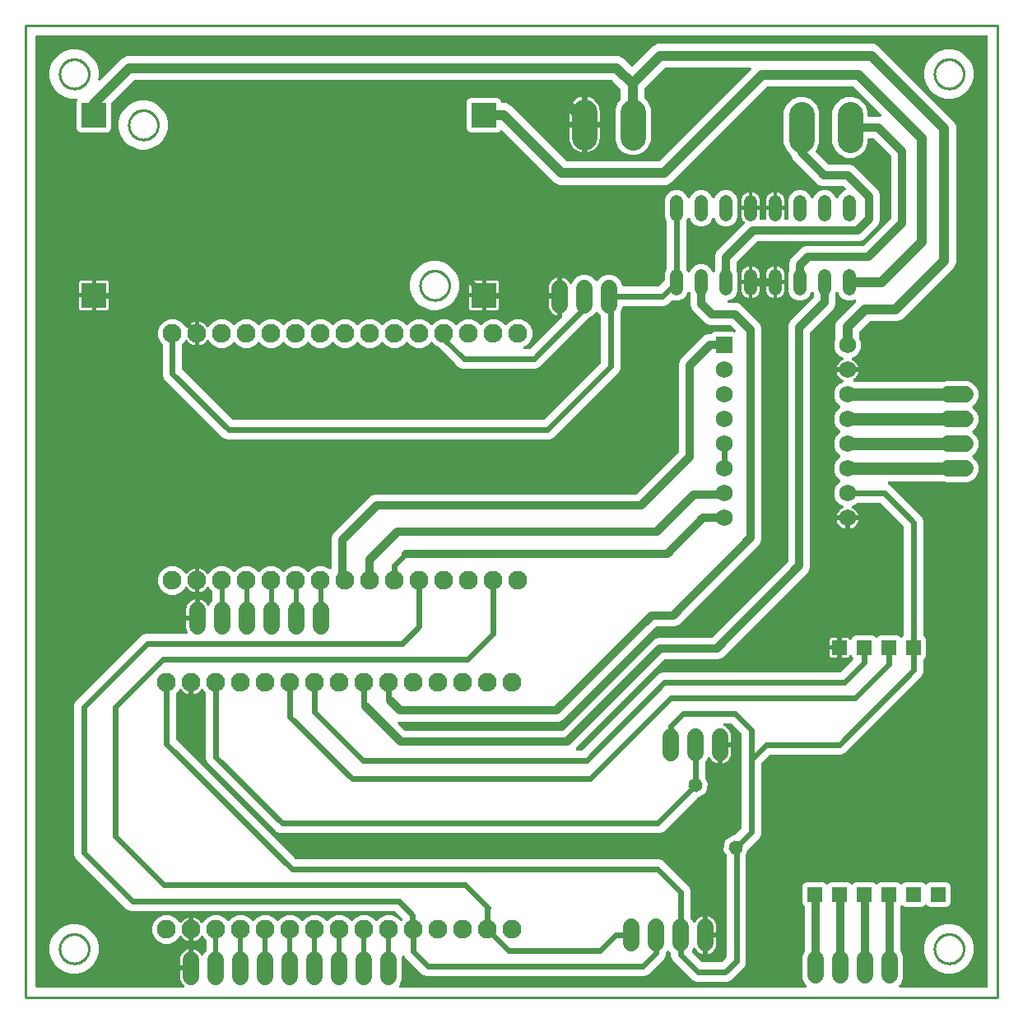
<source format=gbr>
G04 EAGLE Gerber RS-274X export*
G75*
%MOIN*%
%FSLAX34Y34*%
%LPD*%
%INBottom Copper*%
%IPPOS*%
%AMOC8*
5,1,8,0,0,1.08239X$1,22.5*%
G01*
%ADD10C,0.054400*%
%ADD11C,0.068000*%
%ADD12R,0.100000X0.100000*%
%ADD13R,0.068268X0.068268*%
%ADD14C,0.068268*%
%ADD15R,0.060236X0.060236*%
%ADD16C,0.102992*%
%ADD17P,0.058882X8X145.100000*%
%ADD18C,0.076000*%
%ADD19C,0.024000*%
%ADD20C,0.032000*%
%ADD21C,0.040000*%
%ADD22C,0.050000*%
%ADD23C,0.020000*%
%ADD24C,0.010000*%

G36*
X6387Y401D02*
X6387Y401D01*
X6391Y401D01*
X6393Y402D01*
X6396Y402D01*
X6400Y404D01*
X6404Y405D01*
X6406Y406D01*
X6409Y407D01*
X6412Y409D01*
X6416Y411D01*
X6418Y413D01*
X6420Y414D01*
X6423Y417D01*
X6426Y420D01*
X6428Y422D01*
X6430Y424D01*
X6432Y428D01*
X6434Y431D01*
X6435Y434D01*
X6437Y436D01*
X6438Y440D01*
X6440Y444D01*
X6440Y446D01*
X6441Y449D01*
X6441Y453D01*
X6442Y457D01*
X6442Y460D01*
X6442Y463D01*
X6441Y467D01*
X6441Y471D01*
X6440Y473D01*
X6440Y476D01*
X6438Y480D01*
X6437Y484D01*
X6436Y486D01*
X6435Y489D01*
X6432Y492D01*
X6430Y496D01*
X6427Y499D01*
X6427Y500D01*
X6426Y500D01*
X6425Y502D01*
X6372Y554D01*
X6332Y610D01*
X6300Y672D01*
X6279Y738D01*
X6268Y806D01*
X6268Y1082D01*
X6669Y1082D01*
X6670Y1082D01*
X6671Y1082D01*
X6677Y1083D01*
X6682Y1083D01*
X6683Y1084D01*
X6685Y1084D01*
X6690Y1086D01*
X6695Y1088D01*
X6696Y1089D01*
X6697Y1089D01*
X6702Y1092D01*
X6706Y1095D01*
X6707Y1096D01*
X6708Y1097D01*
X6712Y1101D01*
X6716Y1105D01*
X6717Y1106D01*
X6717Y1107D01*
X6720Y1112D01*
X6723Y1117D01*
X6723Y1118D01*
X6724Y1119D01*
X6725Y1125D01*
X6727Y1130D01*
X6727Y1131D01*
X6727Y1133D01*
X6728Y1141D01*
X6728Y1162D01*
X6749Y1162D01*
X6750Y1162D01*
X6751Y1162D01*
X6757Y1163D01*
X6762Y1163D01*
X6763Y1164D01*
X6765Y1164D01*
X6770Y1166D01*
X6775Y1168D01*
X6776Y1169D01*
X6777Y1169D01*
X6782Y1172D01*
X6786Y1175D01*
X6787Y1176D01*
X6788Y1177D01*
X6792Y1181D01*
X6796Y1185D01*
X6797Y1186D01*
X6797Y1187D01*
X6800Y1192D01*
X6803Y1197D01*
X6803Y1198D01*
X6804Y1199D01*
X6805Y1205D01*
X6807Y1210D01*
X6807Y1211D01*
X6807Y1213D01*
X6808Y1221D01*
X6808Y1952D01*
X6812Y1951D01*
X6878Y1930D01*
X6940Y1898D01*
X6996Y1857D01*
X7045Y1808D01*
X7086Y1752D01*
X7103Y1718D01*
X7104Y1717D01*
X7104Y1715D01*
X7107Y1711D01*
X7110Y1707D01*
X7112Y1706D01*
X7113Y1705D01*
X7117Y1701D01*
X7120Y1698D01*
X7122Y1697D01*
X7123Y1696D01*
X7128Y1694D01*
X7132Y1691D01*
X7134Y1690D01*
X7135Y1690D01*
X7140Y1689D01*
X7145Y1687D01*
X7147Y1687D01*
X7149Y1687D01*
X7154Y1687D01*
X7159Y1686D01*
X7160Y1687D01*
X7162Y1687D01*
X7167Y1688D01*
X7172Y1689D01*
X7174Y1689D01*
X7175Y1690D01*
X7180Y1692D01*
X7185Y1694D01*
X7186Y1695D01*
X7188Y1696D01*
X7192Y1699D01*
X7196Y1702D01*
X7197Y1703D01*
X7198Y1704D01*
X7201Y1708D01*
X7205Y1712D01*
X7205Y1714D01*
X7207Y1715D01*
X7210Y1723D01*
X7253Y1826D01*
X7315Y1888D01*
X7318Y1892D01*
X7322Y1896D01*
X7323Y1897D01*
X7323Y1898D01*
X7326Y1903D01*
X7328Y1908D01*
X7329Y1909D01*
X7329Y1911D01*
X7330Y1916D01*
X7332Y1921D01*
X7332Y1923D01*
X7332Y1924D01*
X7332Y1926D01*
X7332Y1930D01*
X7332Y2291D01*
X7332Y2296D01*
X7331Y2302D01*
X7331Y2303D01*
X7331Y2304D01*
X7329Y2309D01*
X7327Y2315D01*
X7327Y2316D01*
X7326Y2317D01*
X7323Y2322D01*
X7320Y2326D01*
X7319Y2328D01*
X7319Y2329D01*
X7318Y2330D01*
X7315Y2333D01*
X7219Y2429D01*
X7204Y2466D01*
X7202Y2469D01*
X7200Y2473D01*
X7198Y2475D01*
X7197Y2478D01*
X7194Y2481D01*
X7192Y2484D01*
X7190Y2486D01*
X7188Y2488D01*
X7185Y2490D01*
X7182Y2493D01*
X7179Y2494D01*
X7177Y2496D01*
X7173Y2497D01*
X7169Y2499D01*
X7167Y2499D01*
X7164Y2500D01*
X7160Y2501D01*
X7156Y2502D01*
X7153Y2502D01*
X7150Y2502D01*
X7146Y2502D01*
X7143Y2502D01*
X7140Y2501D01*
X7137Y2501D01*
X7133Y2500D01*
X7129Y2499D01*
X7127Y2498D01*
X7124Y2497D01*
X7120Y2495D01*
X7117Y2493D01*
X7115Y2491D01*
X7112Y2490D01*
X7109Y2487D01*
X7106Y2484D01*
X7104Y2481D01*
X7103Y2480D01*
X7102Y2479D01*
X7101Y2478D01*
X7075Y2443D01*
X7022Y2389D01*
X6961Y2345D01*
X6893Y2310D01*
X6821Y2287D01*
X6806Y2285D01*
X6806Y2717D01*
X6806Y2719D01*
X6806Y2720D01*
X6805Y2726D01*
X6805Y2731D01*
X6804Y2732D01*
X6804Y2734D01*
X6802Y2739D01*
X6800Y2744D01*
X6799Y2745D01*
X6799Y2746D01*
X6796Y2751D01*
X6793Y2755D01*
X6792Y2756D01*
X6794Y2759D01*
X6795Y2760D01*
X6796Y2761D01*
X6798Y2766D01*
X6801Y2770D01*
X6802Y2772D01*
X6802Y2773D01*
X6804Y2778D01*
X6805Y2783D01*
X6805Y2785D01*
X6806Y2786D01*
X6806Y2794D01*
X6806Y3227D01*
X6821Y3225D01*
X6893Y3201D01*
X6961Y3167D01*
X7022Y3123D01*
X7075Y3069D01*
X7101Y3034D01*
X7104Y3031D01*
X7106Y3028D01*
X7108Y3026D01*
X7110Y3024D01*
X7113Y3022D01*
X7116Y3019D01*
X7119Y3018D01*
X7121Y3016D01*
X7125Y3015D01*
X7129Y3013D01*
X7131Y3012D01*
X7134Y3011D01*
X7138Y3011D01*
X7142Y3010D01*
X7145Y3010D01*
X7148Y3009D01*
X7152Y3010D01*
X7156Y3010D01*
X7158Y3010D01*
X7161Y3011D01*
X7165Y3012D01*
X7169Y3013D01*
X7171Y3014D01*
X7174Y3015D01*
X7178Y3017D01*
X7181Y3019D01*
X7183Y3021D01*
X7186Y3022D01*
X7189Y3025D01*
X7192Y3028D01*
X7193Y3030D01*
X7195Y3032D01*
X7197Y3035D01*
X7200Y3038D01*
X7202Y3042D01*
X7203Y3044D01*
X7204Y3046D01*
X7219Y3083D01*
X7381Y3246D01*
X7594Y3334D01*
X7824Y3334D01*
X8036Y3246D01*
X8167Y3115D01*
X8168Y3114D01*
X8169Y3113D01*
X8173Y3110D01*
X8177Y3106D01*
X8179Y3106D01*
X8180Y3105D01*
X8185Y3103D01*
X8190Y3100D01*
X8191Y3100D01*
X8192Y3100D01*
X8198Y3099D01*
X8203Y3098D01*
X8204Y3098D01*
X8206Y3097D01*
X8211Y3098D01*
X8217Y3098D01*
X8218Y3098D01*
X8219Y3098D01*
X8225Y3100D01*
X8230Y3101D01*
X8231Y3102D01*
X8232Y3102D01*
X8237Y3105D01*
X8242Y3108D01*
X8243Y3108D01*
X8244Y3109D01*
X8251Y3115D01*
X8381Y3246D01*
X8594Y3334D01*
X8824Y3334D01*
X9036Y3246D01*
X9167Y3115D01*
X9168Y3114D01*
X9169Y3113D01*
X9173Y3110D01*
X9177Y3106D01*
X9179Y3106D01*
X9180Y3105D01*
X9185Y3103D01*
X9190Y3100D01*
X9191Y3100D01*
X9192Y3100D01*
X9198Y3099D01*
X9203Y3098D01*
X9204Y3098D01*
X9206Y3097D01*
X9211Y3098D01*
X9217Y3098D01*
X9218Y3098D01*
X9219Y3098D01*
X9225Y3100D01*
X9230Y3101D01*
X9231Y3102D01*
X9232Y3102D01*
X9237Y3105D01*
X9242Y3108D01*
X9243Y3108D01*
X9244Y3109D01*
X9251Y3115D01*
X9381Y3246D01*
X9594Y3334D01*
X9824Y3334D01*
X10036Y3246D01*
X10167Y3115D01*
X10168Y3114D01*
X10169Y3113D01*
X10173Y3110D01*
X10177Y3106D01*
X10179Y3106D01*
X10180Y3105D01*
X10185Y3103D01*
X10190Y3100D01*
X10191Y3100D01*
X10192Y3100D01*
X10198Y3099D01*
X10203Y3098D01*
X10204Y3098D01*
X10206Y3097D01*
X10211Y3098D01*
X10217Y3098D01*
X10218Y3098D01*
X10219Y3098D01*
X10225Y3100D01*
X10230Y3101D01*
X10231Y3102D01*
X10232Y3102D01*
X10237Y3105D01*
X10242Y3108D01*
X10243Y3108D01*
X10244Y3109D01*
X10251Y3115D01*
X10381Y3246D01*
X10594Y3334D01*
X10824Y3334D01*
X11036Y3246D01*
X11167Y3115D01*
X11168Y3114D01*
X11169Y3113D01*
X11173Y3110D01*
X11177Y3106D01*
X11179Y3106D01*
X11180Y3105D01*
X11185Y3103D01*
X11190Y3100D01*
X11191Y3100D01*
X11192Y3100D01*
X11198Y3099D01*
X11203Y3098D01*
X11204Y3098D01*
X11206Y3097D01*
X11211Y3098D01*
X11217Y3098D01*
X11218Y3098D01*
X11219Y3098D01*
X11225Y3100D01*
X11230Y3101D01*
X11231Y3102D01*
X11232Y3102D01*
X11237Y3105D01*
X11242Y3108D01*
X11243Y3108D01*
X11244Y3109D01*
X11251Y3115D01*
X11381Y3246D01*
X11594Y3334D01*
X11824Y3334D01*
X12036Y3246D01*
X12167Y3115D01*
X12168Y3114D01*
X12169Y3113D01*
X12173Y3110D01*
X12177Y3106D01*
X12179Y3106D01*
X12180Y3105D01*
X12185Y3103D01*
X12190Y3100D01*
X12191Y3100D01*
X12192Y3100D01*
X12198Y3099D01*
X12203Y3098D01*
X12204Y3098D01*
X12206Y3097D01*
X12211Y3098D01*
X12217Y3098D01*
X12218Y3098D01*
X12219Y3098D01*
X12225Y3100D01*
X12230Y3101D01*
X12231Y3102D01*
X12232Y3102D01*
X12237Y3105D01*
X12242Y3108D01*
X12243Y3108D01*
X12244Y3109D01*
X12251Y3115D01*
X12381Y3246D01*
X12594Y3334D01*
X12824Y3334D01*
X13036Y3246D01*
X13167Y3115D01*
X13168Y3114D01*
X13169Y3113D01*
X13173Y3110D01*
X13177Y3106D01*
X13179Y3106D01*
X13180Y3105D01*
X13185Y3103D01*
X13190Y3100D01*
X13191Y3100D01*
X13192Y3100D01*
X13198Y3099D01*
X13203Y3098D01*
X13204Y3098D01*
X13206Y3097D01*
X13211Y3098D01*
X13217Y3098D01*
X13218Y3098D01*
X13219Y3098D01*
X13225Y3100D01*
X13230Y3101D01*
X13231Y3102D01*
X13232Y3102D01*
X13237Y3105D01*
X13242Y3108D01*
X13243Y3108D01*
X13244Y3109D01*
X13251Y3115D01*
X13381Y3246D01*
X13594Y3334D01*
X13824Y3334D01*
X14036Y3246D01*
X14167Y3115D01*
X14168Y3114D01*
X14169Y3113D01*
X14173Y3110D01*
X14177Y3106D01*
X14179Y3106D01*
X14180Y3105D01*
X14185Y3103D01*
X14190Y3100D01*
X14191Y3100D01*
X14192Y3100D01*
X14198Y3099D01*
X14203Y3098D01*
X14204Y3098D01*
X14206Y3097D01*
X14211Y3098D01*
X14217Y3098D01*
X14218Y3098D01*
X14219Y3098D01*
X14225Y3100D01*
X14230Y3101D01*
X14231Y3102D01*
X14232Y3102D01*
X14237Y3105D01*
X14242Y3108D01*
X14243Y3108D01*
X14244Y3109D01*
X14251Y3115D01*
X14381Y3246D01*
X14594Y3334D01*
X14824Y3334D01*
X15036Y3246D01*
X15167Y3115D01*
X15168Y3114D01*
X15169Y3113D01*
X15173Y3110D01*
X15177Y3106D01*
X15179Y3106D01*
X15180Y3105D01*
X15185Y3103D01*
X15190Y3100D01*
X15191Y3100D01*
X15192Y3100D01*
X15198Y3099D01*
X15203Y3098D01*
X15204Y3098D01*
X15206Y3097D01*
X15211Y3098D01*
X15217Y3098D01*
X15218Y3098D01*
X15219Y3098D01*
X15225Y3100D01*
X15230Y3101D01*
X15231Y3102D01*
X15232Y3102D01*
X15237Y3105D01*
X15242Y3108D01*
X15243Y3108D01*
X15244Y3109D01*
X15251Y3115D01*
X15254Y3118D01*
X15254Y3119D01*
X15255Y3120D01*
X15259Y3124D01*
X15262Y3128D01*
X15263Y3130D01*
X15263Y3131D01*
X15266Y3136D01*
X15268Y3141D01*
X15268Y3142D01*
X15269Y3143D01*
X15270Y3149D01*
X15271Y3154D01*
X15271Y3155D01*
X15271Y3157D01*
X15271Y3162D01*
X15270Y3168D01*
X15270Y3169D01*
X15270Y3170D01*
X15268Y3176D01*
X15267Y3181D01*
X15266Y3182D01*
X15266Y3183D01*
X15263Y3188D01*
X15261Y3193D01*
X15260Y3194D01*
X15259Y3195D01*
X15254Y3202D01*
X14971Y3484D01*
X14967Y3487D01*
X14963Y3491D01*
X14962Y3492D01*
X14961Y3492D01*
X14956Y3495D01*
X14951Y3497D01*
X14950Y3498D01*
X14948Y3498D01*
X14943Y3499D01*
X14938Y3501D01*
X14936Y3501D01*
X14935Y3501D01*
X14933Y3501D01*
X14929Y3501D01*
X4252Y3501D01*
X4106Y3562D01*
X2034Y5633D01*
X1974Y5779D01*
X1974Y11850D01*
X2034Y11996D01*
X2154Y12116D01*
X4585Y14547D01*
X4705Y14667D01*
X4851Y14727D01*
X6504Y14727D01*
X6505Y14727D01*
X6507Y14727D01*
X6512Y14728D01*
X6517Y14729D01*
X6519Y14729D01*
X6520Y14729D01*
X6525Y14731D01*
X6530Y14733D01*
X6532Y14734D01*
X6533Y14735D01*
X6537Y14738D01*
X6542Y14741D01*
X6543Y14742D01*
X6544Y14743D01*
X6547Y14747D01*
X6551Y14751D01*
X6552Y14752D01*
X6553Y14753D01*
X6555Y14758D01*
X6558Y14762D01*
X6558Y14764D01*
X6559Y14765D01*
X6561Y14770D01*
X6562Y14775D01*
X6562Y14777D01*
X6563Y14778D01*
X6563Y14784D01*
X6563Y14789D01*
X6563Y14790D01*
X6563Y14792D01*
X6562Y14797D01*
X6561Y14802D01*
X6560Y14804D01*
X6560Y14805D01*
X6557Y14813D01*
X6540Y14845D01*
X6519Y14911D01*
X6508Y14980D01*
X6508Y15255D01*
X6909Y15255D01*
X6910Y15255D01*
X6911Y15255D01*
X6917Y15256D01*
X6922Y15257D01*
X6924Y15257D01*
X6925Y15257D01*
X6930Y15259D01*
X6935Y15261D01*
X6936Y15262D01*
X6937Y15262D01*
X6942Y15266D01*
X6947Y15269D01*
X6948Y15270D01*
X6949Y15270D01*
X6952Y15275D01*
X6956Y15279D01*
X6957Y15280D01*
X6958Y15281D01*
X6960Y15286D01*
X6963Y15290D01*
X6963Y15292D01*
X6964Y15293D01*
X6965Y15298D01*
X6967Y15303D01*
X6967Y15305D01*
X6967Y15306D01*
X6968Y15314D01*
X6968Y15335D01*
X6989Y15335D01*
X6990Y15335D01*
X6991Y15335D01*
X6997Y15336D01*
X7002Y15337D01*
X7004Y15337D01*
X7005Y15337D01*
X7010Y15339D01*
X7015Y15341D01*
X7016Y15342D01*
X7018Y15342D01*
X7022Y15346D01*
X7027Y15349D01*
X7028Y15350D01*
X7029Y15350D01*
X7032Y15355D01*
X7036Y15359D01*
X7037Y15360D01*
X7038Y15361D01*
X7040Y15366D01*
X7043Y15370D01*
X7043Y15372D01*
X7044Y15373D01*
X7045Y15378D01*
X7047Y15383D01*
X7047Y15385D01*
X7047Y15386D01*
X7048Y15394D01*
X7048Y16125D01*
X7052Y16124D01*
X7118Y16103D01*
X7180Y16071D01*
X7236Y16031D01*
X7285Y15981D01*
X7326Y15925D01*
X7343Y15892D01*
X7344Y15890D01*
X7345Y15889D01*
X7348Y15885D01*
X7350Y15880D01*
X7352Y15879D01*
X7353Y15878D01*
X7357Y15875D01*
X7360Y15871D01*
X7362Y15870D01*
X7363Y15869D01*
X7368Y15867D01*
X7372Y15864D01*
X7374Y15864D01*
X7375Y15863D01*
X7380Y15862D01*
X7385Y15860D01*
X7387Y15860D01*
X7389Y15860D01*
X7394Y15860D01*
X7399Y15859D01*
X7401Y15860D01*
X7402Y15860D01*
X7407Y15861D01*
X7412Y15862D01*
X7414Y15862D01*
X7416Y15863D01*
X7420Y15865D01*
X7425Y15867D01*
X7426Y15868D01*
X7428Y15869D01*
X7432Y15872D01*
X7436Y15875D01*
X7437Y15876D01*
X7438Y15878D01*
X7441Y15882D01*
X7445Y15885D01*
X7446Y15887D01*
X7447Y15888D01*
X7450Y15896D01*
X7493Y15999D01*
X7555Y16061D01*
X7558Y16064D01*
X7560Y16066D01*
X7560Y16067D01*
X7562Y16069D01*
X7563Y16070D01*
X7564Y16072D01*
X7566Y16076D01*
X7568Y16081D01*
X7569Y16083D01*
X7569Y16084D01*
X7571Y16089D01*
X7572Y16094D01*
X7572Y16096D01*
X7572Y16097D01*
X7572Y16099D01*
X7572Y16103D01*
X7572Y16421D01*
X7572Y16426D01*
X7572Y16431D01*
X7571Y16433D01*
X7571Y16434D01*
X7569Y16439D01*
X7568Y16445D01*
X7567Y16446D01*
X7566Y16447D01*
X7563Y16452D01*
X7561Y16456D01*
X7559Y16458D01*
X7559Y16459D01*
X7558Y16460D01*
X7555Y16463D01*
X7455Y16563D01*
X7440Y16600D01*
X7438Y16603D01*
X7437Y16605D01*
X7436Y16607D01*
X7435Y16609D01*
X7433Y16612D01*
X7431Y16614D01*
X7428Y16618D01*
X7426Y16620D01*
X7424Y16622D01*
X7421Y16624D01*
X7418Y16626D01*
X7415Y16628D01*
X7413Y16629D01*
X7409Y16631D01*
X7406Y16633D01*
X7403Y16633D01*
X7400Y16634D01*
X7396Y16635D01*
X7392Y16636D01*
X7389Y16636D01*
X7387Y16636D01*
X7383Y16636D01*
X7379Y16636D01*
X7376Y16635D01*
X7373Y16635D01*
X7369Y16634D01*
X7365Y16633D01*
X7363Y16632D01*
X7360Y16631D01*
X7357Y16629D01*
X7353Y16627D01*
X7351Y16625D01*
X7348Y16624D01*
X7346Y16621D01*
X7343Y16618D01*
X7340Y16615D01*
X7339Y16614D01*
X7338Y16613D01*
X7337Y16612D01*
X7312Y16577D01*
X7258Y16523D01*
X7197Y16479D01*
X7129Y16444D01*
X7057Y16421D01*
X7043Y16418D01*
X7043Y16851D01*
X7042Y16853D01*
X7043Y16854D01*
X7042Y16859D01*
X7041Y16865D01*
X7041Y16866D01*
X7040Y16867D01*
X7038Y16873D01*
X7036Y16878D01*
X7036Y16879D01*
X7035Y16880D01*
X7032Y16885D01*
X7029Y16889D01*
X7028Y16890D01*
X7031Y16892D01*
X7031Y16894D01*
X7032Y16895D01*
X7035Y16899D01*
X7037Y16904D01*
X7038Y16905D01*
X7038Y16907D01*
X7040Y16912D01*
X7042Y16917D01*
X7042Y16919D01*
X7042Y16920D01*
X7043Y16928D01*
X7043Y17361D01*
X7057Y17359D01*
X7129Y17335D01*
X7197Y17301D01*
X7258Y17256D01*
X7312Y17203D01*
X7337Y17168D01*
X7340Y17165D01*
X7342Y17162D01*
X7344Y17160D01*
X7346Y17158D01*
X7350Y17155D01*
X7353Y17153D01*
X7355Y17152D01*
X7358Y17150D01*
X7361Y17149D01*
X7365Y17147D01*
X7368Y17146D01*
X7370Y17145D01*
X7374Y17145D01*
X7378Y17144D01*
X7381Y17144D01*
X7384Y17143D01*
X7388Y17144D01*
X7392Y17144D01*
X7395Y17144D01*
X7398Y17145D01*
X7401Y17146D01*
X7405Y17147D01*
X7408Y17148D01*
X7410Y17149D01*
X7414Y17151D01*
X7417Y17153D01*
X7420Y17155D01*
X7422Y17156D01*
X7425Y17159D01*
X7428Y17161D01*
X7430Y17164D01*
X7432Y17166D01*
X7434Y17169D01*
X7436Y17172D01*
X7438Y17176D01*
X7439Y17177D01*
X7439Y17178D01*
X7440Y17180D01*
X7455Y17217D01*
X7618Y17379D01*
X7830Y17467D01*
X8060Y17467D01*
X8272Y17379D01*
X8403Y17249D01*
X8404Y17248D01*
X8405Y17247D01*
X8409Y17243D01*
X8414Y17240D01*
X8415Y17239D01*
X8416Y17239D01*
X8421Y17237D01*
X8426Y17234D01*
X8427Y17234D01*
X8429Y17233D01*
X8434Y17233D01*
X8439Y17231D01*
X8441Y17231D01*
X8442Y17231D01*
X8447Y17232D01*
X8453Y17232D01*
X8454Y17232D01*
X8456Y17232D01*
X8461Y17234D01*
X8466Y17235D01*
X8467Y17236D01*
X8469Y17236D01*
X8473Y17239D01*
X8478Y17241D01*
X8479Y17242D01*
X8480Y17243D01*
X8487Y17249D01*
X8618Y17379D01*
X8830Y17467D01*
X9060Y17467D01*
X9272Y17379D01*
X9403Y17249D01*
X9404Y17248D01*
X9405Y17247D01*
X9409Y17243D01*
X9414Y17240D01*
X9415Y17239D01*
X9416Y17239D01*
X9421Y17237D01*
X9426Y17234D01*
X9427Y17234D01*
X9429Y17233D01*
X9434Y17233D01*
X9439Y17231D01*
X9441Y17231D01*
X9442Y17231D01*
X9447Y17232D01*
X9453Y17232D01*
X9454Y17232D01*
X9456Y17232D01*
X9461Y17234D01*
X9466Y17235D01*
X9467Y17236D01*
X9469Y17236D01*
X9473Y17239D01*
X9478Y17241D01*
X9479Y17242D01*
X9480Y17243D01*
X9487Y17249D01*
X9618Y17379D01*
X9830Y17467D01*
X10060Y17467D01*
X10272Y17379D01*
X10403Y17249D01*
X10404Y17248D01*
X10405Y17247D01*
X10409Y17243D01*
X10414Y17240D01*
X10415Y17239D01*
X10416Y17239D01*
X10421Y17237D01*
X10426Y17234D01*
X10427Y17234D01*
X10429Y17233D01*
X10434Y17233D01*
X10439Y17231D01*
X10441Y17231D01*
X10442Y17231D01*
X10447Y17232D01*
X10453Y17232D01*
X10454Y17232D01*
X10456Y17232D01*
X10461Y17234D01*
X10466Y17235D01*
X10467Y17236D01*
X10469Y17236D01*
X10473Y17239D01*
X10478Y17241D01*
X10479Y17242D01*
X10480Y17243D01*
X10487Y17249D01*
X10618Y17379D01*
X10830Y17467D01*
X11060Y17467D01*
X11272Y17379D01*
X11403Y17249D01*
X11404Y17248D01*
X11405Y17247D01*
X11409Y17243D01*
X11414Y17240D01*
X11415Y17239D01*
X11416Y17239D01*
X11421Y17237D01*
X11426Y17234D01*
X11427Y17234D01*
X11429Y17233D01*
X11434Y17233D01*
X11439Y17231D01*
X11441Y17231D01*
X11442Y17231D01*
X11447Y17232D01*
X11453Y17232D01*
X11454Y17232D01*
X11456Y17232D01*
X11461Y17234D01*
X11466Y17235D01*
X11467Y17236D01*
X11469Y17236D01*
X11473Y17239D01*
X11478Y17241D01*
X11479Y17242D01*
X11480Y17243D01*
X11487Y17249D01*
X11618Y17379D01*
X11830Y17467D01*
X12060Y17467D01*
X12272Y17379D01*
X12289Y17362D01*
X12292Y17360D01*
X12295Y17357D01*
X12298Y17355D01*
X12300Y17354D01*
X12304Y17352D01*
X12307Y17350D01*
X12310Y17349D01*
X12312Y17348D01*
X12316Y17347D01*
X12320Y17346D01*
X12323Y17346D01*
X12326Y17345D01*
X12330Y17345D01*
X12334Y17345D01*
X12337Y17345D01*
X12339Y17345D01*
X12343Y17346D01*
X12347Y17347D01*
X12350Y17348D01*
X12352Y17349D01*
X12356Y17351D01*
X12360Y17352D01*
X12362Y17354D01*
X12365Y17355D01*
X12368Y17358D01*
X12371Y17360D01*
X12373Y17362D01*
X12375Y17364D01*
X12377Y17367D01*
X12380Y17370D01*
X12381Y17373D01*
X12383Y17375D01*
X12384Y17379D01*
X12386Y17382D01*
X12387Y17385D01*
X12388Y17388D01*
X12389Y17392D01*
X12390Y17396D01*
X12390Y17400D01*
X12390Y17401D01*
X12390Y17402D01*
X12390Y17404D01*
X12390Y18622D01*
X12457Y18783D01*
X13965Y20291D01*
X14126Y20358D01*
X24716Y20358D01*
X24721Y20358D01*
X24727Y20359D01*
X24728Y20359D01*
X24730Y20359D01*
X24735Y20361D01*
X24740Y20363D01*
X24741Y20363D01*
X24742Y20364D01*
X24747Y20367D01*
X24751Y20369D01*
X24753Y20371D01*
X24754Y20371D01*
X24755Y20372D01*
X24758Y20375D01*
X26436Y22053D01*
X26439Y22057D01*
X26443Y22061D01*
X26444Y22063D01*
X26445Y22064D01*
X26447Y22069D01*
X26449Y22073D01*
X26450Y22075D01*
X26450Y22076D01*
X26451Y22081D01*
X26453Y22087D01*
X26453Y22089D01*
X26453Y22090D01*
X26453Y22091D01*
X26453Y22095D01*
X26453Y25677D01*
X26520Y25838D01*
X27465Y26783D01*
X27626Y26850D01*
X27737Y26850D01*
X27742Y26850D01*
X27748Y26851D01*
X27749Y26851D01*
X27751Y26851D01*
X27756Y26853D01*
X27761Y26855D01*
X27762Y26855D01*
X27763Y26856D01*
X27768Y26859D01*
X27773Y26862D01*
X27774Y26863D01*
X27775Y26863D01*
X27776Y26864D01*
X27779Y26867D01*
X27834Y26922D01*
X27907Y26952D01*
X28668Y26952D01*
X28686Y26945D01*
X28688Y26944D01*
X28690Y26943D01*
X28695Y26942D01*
X28700Y26941D01*
X28702Y26941D01*
X28704Y26940D01*
X28708Y26941D01*
X28713Y26940D01*
X28715Y26941D01*
X28717Y26941D01*
X28722Y26942D01*
X28727Y26943D01*
X28728Y26944D01*
X28730Y26944D01*
X28735Y26946D01*
X28739Y26948D01*
X28741Y26950D01*
X28743Y26950D01*
X28746Y26954D01*
X28750Y26957D01*
X28751Y26958D01*
X28753Y26959D01*
X28756Y26963D01*
X28759Y26967D01*
X28760Y26969D01*
X28761Y26970D01*
X28763Y26975D01*
X28765Y26979D01*
X28765Y26981D01*
X28766Y26983D01*
X28767Y26988D01*
X28768Y26992D01*
X28768Y26994D01*
X28768Y26997D01*
X28768Y27001D01*
X28768Y27006D01*
X28768Y27008D01*
X28767Y27010D01*
X28766Y27015D01*
X28765Y27019D01*
X28764Y27021D01*
X28763Y27023D01*
X28761Y27027D01*
X28759Y27032D01*
X28758Y27033D01*
X28757Y27035D01*
X28751Y27041D01*
X28569Y27223D01*
X28565Y27227D01*
X28561Y27230D01*
X28559Y27231D01*
X28558Y27232D01*
X28553Y27234D01*
X28549Y27237D01*
X28547Y27237D01*
X28546Y27238D01*
X28541Y27239D01*
X28535Y27240D01*
X28534Y27240D01*
X28533Y27241D01*
X28531Y27241D01*
X28527Y27241D01*
X27708Y27241D01*
X27548Y27307D01*
X26992Y27863D01*
X26926Y28023D01*
X26926Y28511D01*
X26926Y28512D01*
X26925Y28518D01*
X26924Y28525D01*
X26924Y28526D01*
X26921Y28534D01*
X26917Y28544D01*
X26915Y28548D01*
X26913Y28552D01*
X26912Y28554D01*
X26910Y28556D01*
X26908Y28559D01*
X26905Y28563D01*
X26903Y28564D01*
X26901Y28566D01*
X26898Y28569D01*
X26895Y28571D01*
X26892Y28572D01*
X26890Y28574D01*
X26886Y28576D01*
X26882Y28577D01*
X26880Y28578D01*
X26877Y28579D01*
X26873Y28580D01*
X26869Y28580D01*
X26866Y28581D01*
X26864Y28581D01*
X26860Y28581D01*
X26856Y28581D01*
X26853Y28580D01*
X26850Y28580D01*
X26846Y28578D01*
X26842Y28577D01*
X26840Y28576D01*
X26837Y28575D01*
X26834Y28573D01*
X26830Y28571D01*
X26828Y28570D01*
X26826Y28568D01*
X26823Y28565D01*
X26820Y28563D01*
X26818Y28561D01*
X26816Y28559D01*
X26814Y28555D01*
X26811Y28552D01*
X26809Y28548D01*
X26809Y28547D01*
X26808Y28546D01*
X26807Y28544D01*
X26760Y28430D01*
X26628Y28298D01*
X26456Y28227D01*
X26269Y28227D01*
X26243Y28237D01*
X26240Y28238D01*
X26237Y28240D01*
X26234Y28240D01*
X26230Y28241D01*
X26227Y28241D01*
X26224Y28242D01*
X26220Y28242D01*
X26217Y28242D01*
X26213Y28241D01*
X26210Y28241D01*
X26207Y28240D01*
X26203Y28239D01*
X26200Y28238D01*
X26197Y28237D01*
X26194Y28235D01*
X26191Y28234D01*
X26188Y28232D01*
X26185Y28230D01*
X26181Y28226D01*
X26180Y28226D01*
X26180Y28225D01*
X26179Y28225D01*
X26004Y28050D01*
X25858Y27989D01*
X24235Y27989D01*
X24233Y27989D01*
X24232Y27989D01*
X24227Y27989D01*
X24221Y27988D01*
X24220Y27987D01*
X24219Y27987D01*
X24213Y27985D01*
X24208Y27983D01*
X24207Y27983D01*
X24206Y27982D01*
X24201Y27979D01*
X24197Y27976D01*
X24196Y27975D01*
X24195Y27974D01*
X24191Y27970D01*
X24187Y27966D01*
X24187Y27965D01*
X24186Y27964D01*
X24183Y27959D01*
X24180Y27954D01*
X24180Y27953D01*
X24179Y27952D01*
X24178Y27947D01*
X24177Y27942D01*
X24102Y27761D01*
X24101Y27760D01*
X24100Y27754D01*
X24098Y27748D01*
X24098Y27747D01*
X24097Y27738D01*
X24097Y25472D01*
X24037Y25327D01*
X21366Y22656D01*
X21221Y22596D01*
X8150Y22596D01*
X8004Y22656D01*
X5609Y25051D01*
X5549Y25197D01*
X5549Y26445D01*
X5548Y26450D01*
X5548Y26455D01*
X5547Y26457D01*
X5547Y26458D01*
X5545Y26463D01*
X5544Y26468D01*
X5543Y26470D01*
X5542Y26471D01*
X5539Y26476D01*
X5537Y26480D01*
X5535Y26482D01*
X5535Y26483D01*
X5534Y26484D01*
X5531Y26487D01*
X5455Y26563D01*
X5367Y26775D01*
X5367Y27005D01*
X5455Y27217D01*
X5618Y27379D01*
X5830Y27467D01*
X6060Y27467D01*
X6272Y27379D01*
X6435Y27217D01*
X6450Y27180D01*
X6452Y27176D01*
X6453Y27173D01*
X6455Y27170D01*
X6457Y27168D01*
X6459Y27165D01*
X6462Y27162D01*
X6464Y27160D01*
X6466Y27158D01*
X6469Y27156D01*
X6472Y27153D01*
X6475Y27152D01*
X6477Y27150D01*
X6481Y27149D01*
X6484Y27147D01*
X6487Y27146D01*
X6490Y27145D01*
X6494Y27145D01*
X6497Y27144D01*
X6500Y27144D01*
X6503Y27143D01*
X6507Y27144D01*
X6511Y27144D01*
X6514Y27144D01*
X6517Y27145D01*
X6520Y27146D01*
X6524Y27147D01*
X6527Y27148D01*
X6530Y27149D01*
X6533Y27151D01*
X6537Y27153D01*
X6539Y27154D01*
X6541Y27156D01*
X6544Y27159D01*
X6547Y27161D01*
X6550Y27165D01*
X6551Y27166D01*
X6553Y27168D01*
X6578Y27203D01*
X6632Y27256D01*
X6693Y27301D01*
X6760Y27335D01*
X6832Y27359D01*
X6847Y27361D01*
X6847Y26928D01*
X6847Y26927D01*
X6847Y26926D01*
X6848Y26920D01*
X6849Y26915D01*
X6849Y26913D01*
X6849Y26912D01*
X6852Y26907D01*
X6853Y26902D01*
X6854Y26901D01*
X6855Y26900D01*
X6858Y26895D01*
X6861Y26890D01*
X6862Y26890D01*
X6859Y26887D01*
X6859Y26886D01*
X6858Y26885D01*
X6855Y26880D01*
X6852Y26875D01*
X6852Y26874D01*
X6851Y26873D01*
X6850Y26868D01*
X6848Y26862D01*
X6848Y26861D01*
X6848Y26860D01*
X6847Y26851D01*
X6847Y26418D01*
X6832Y26421D01*
X6760Y26444D01*
X6693Y26479D01*
X6632Y26523D01*
X6578Y26577D01*
X6553Y26612D01*
X6550Y26615D01*
X6548Y26618D01*
X6545Y26620D01*
X6543Y26622D01*
X6540Y26624D01*
X6537Y26627D01*
X6534Y26628D01*
X6532Y26630D01*
X6528Y26631D01*
X6525Y26633D01*
X6522Y26633D01*
X6519Y26634D01*
X6515Y26635D01*
X6512Y26636D01*
X6509Y26636D01*
X6506Y26636D01*
X6502Y26636D01*
X6498Y26636D01*
X6495Y26635D01*
X6492Y26635D01*
X6489Y26634D01*
X6485Y26633D01*
X6482Y26631D01*
X6479Y26631D01*
X6476Y26628D01*
X6472Y26627D01*
X6470Y26625D01*
X6468Y26623D01*
X6465Y26621D01*
X6462Y26618D01*
X6460Y26616D01*
X6458Y26614D01*
X6456Y26610D01*
X6454Y26607D01*
X6452Y26603D01*
X6451Y26602D01*
X6451Y26601D01*
X6450Y26600D01*
X6435Y26563D01*
X6359Y26487D01*
X6355Y26482D01*
X6352Y26478D01*
X6351Y26477D01*
X6350Y26476D01*
X6348Y26471D01*
X6345Y26466D01*
X6345Y26465D01*
X6344Y26464D01*
X6343Y26458D01*
X6342Y26453D01*
X6342Y26451D01*
X6341Y26450D01*
X6342Y26449D01*
X6341Y26445D01*
X6341Y25464D01*
X6342Y25459D01*
X6342Y25454D01*
X6343Y25452D01*
X6343Y25451D01*
X6345Y25446D01*
X6346Y25441D01*
X6347Y25439D01*
X6347Y25438D01*
X6350Y25433D01*
X6353Y25429D01*
X6354Y25427D01*
X6355Y25426D01*
X6356Y25425D01*
X6357Y25424D01*
X6358Y25424D01*
X6358Y25423D01*
X6359Y25422D01*
X8375Y23406D01*
X8379Y23402D01*
X8383Y23399D01*
X8385Y23398D01*
X8386Y23397D01*
X8391Y23395D01*
X8395Y23393D01*
X8397Y23392D01*
X8398Y23392D01*
X8403Y23390D01*
X8409Y23389D01*
X8411Y23389D01*
X8412Y23389D01*
X8413Y23389D01*
X8417Y23388D01*
X20953Y23388D01*
X20958Y23389D01*
X20964Y23389D01*
X20965Y23390D01*
X20967Y23390D01*
X20972Y23392D01*
X20977Y23393D01*
X20978Y23394D01*
X20979Y23395D01*
X20984Y23398D01*
X20989Y23400D01*
X20990Y23402D01*
X20991Y23402D01*
X20992Y23403D01*
X20995Y23406D01*
X23287Y25698D01*
X23290Y25702D01*
X23294Y25706D01*
X23295Y25708D01*
X23296Y25709D01*
X23298Y25714D01*
X23300Y25718D01*
X23301Y25720D01*
X23301Y25721D01*
X23302Y25726D01*
X23304Y25731D01*
X23304Y25733D01*
X23304Y25734D01*
X23304Y25736D01*
X23304Y25740D01*
X23304Y27594D01*
X23304Y27600D01*
X23303Y27605D01*
X23303Y27606D01*
X23303Y27608D01*
X23301Y27613D01*
X23299Y27618D01*
X23299Y27619D01*
X23298Y27621D01*
X23295Y27625D01*
X23293Y27630D01*
X23291Y27631D01*
X23291Y27632D01*
X23290Y27633D01*
X23287Y27636D01*
X23180Y27744D01*
X23179Y27744D01*
X23178Y27745D01*
X23173Y27749D01*
X23169Y27752D01*
X23168Y27753D01*
X23167Y27753D01*
X23162Y27756D01*
X23157Y27758D01*
X23155Y27758D01*
X23154Y27759D01*
X23149Y27760D01*
X23143Y27761D01*
X23142Y27761D01*
X23141Y27761D01*
X23135Y27761D01*
X23130Y27760D01*
X23128Y27760D01*
X23127Y27760D01*
X23122Y27758D01*
X23116Y27757D01*
X23115Y27756D01*
X23114Y27756D01*
X23109Y27753D01*
X23104Y27751D01*
X23103Y27750D01*
X23102Y27749D01*
X23096Y27744D01*
X22942Y27590D01*
X22838Y27547D01*
X22837Y27547D01*
X22832Y27543D01*
X22826Y27540D01*
X22825Y27540D01*
X22819Y27534D01*
X20807Y25522D01*
X20662Y25462D01*
X17669Y25462D01*
X17524Y25522D01*
X17412Y25634D01*
X17397Y25671D01*
X17396Y25672D01*
X17393Y25678D01*
X17390Y25683D01*
X17389Y25684D01*
X17384Y25690D01*
X16722Y26352D01*
X16721Y26353D01*
X16716Y26357D01*
X16711Y26360D01*
X16711Y26361D01*
X16710Y26361D01*
X16703Y26365D01*
X16618Y26400D01*
X16487Y26531D01*
X16486Y26532D01*
X16485Y26533D01*
X16480Y26536D01*
X16476Y26539D01*
X16475Y26540D01*
X16474Y26541D01*
X16469Y26543D01*
X16464Y26545D01*
X16462Y26546D01*
X16461Y26546D01*
X16456Y26547D01*
X16450Y26548D01*
X16449Y26548D01*
X16448Y26548D01*
X16442Y26548D01*
X16437Y26548D01*
X16436Y26547D01*
X16434Y26547D01*
X16429Y26546D01*
X16424Y26544D01*
X16422Y26544D01*
X16421Y26543D01*
X16416Y26541D01*
X16411Y26538D01*
X16411Y26537D01*
X16409Y26537D01*
X16403Y26531D01*
X16272Y26400D01*
X16060Y26312D01*
X15830Y26312D01*
X15618Y26400D01*
X15487Y26531D01*
X15486Y26532D01*
X15485Y26533D01*
X15480Y26536D01*
X15476Y26539D01*
X15475Y26540D01*
X15474Y26541D01*
X15469Y26543D01*
X15464Y26545D01*
X15462Y26546D01*
X15461Y26546D01*
X15456Y26547D01*
X15450Y26548D01*
X15449Y26548D01*
X15448Y26548D01*
X15442Y26548D01*
X15437Y26548D01*
X15436Y26547D01*
X15434Y26547D01*
X15429Y26546D01*
X15424Y26544D01*
X15422Y26544D01*
X15421Y26543D01*
X15416Y26541D01*
X15411Y26538D01*
X15411Y26537D01*
X15409Y26537D01*
X15403Y26531D01*
X15272Y26400D01*
X15060Y26312D01*
X14830Y26312D01*
X14618Y26400D01*
X14487Y26531D01*
X14486Y26532D01*
X14485Y26533D01*
X14480Y26536D01*
X14476Y26539D01*
X14475Y26540D01*
X14474Y26541D01*
X14469Y26543D01*
X14464Y26545D01*
X14462Y26546D01*
X14461Y26546D01*
X14456Y26547D01*
X14450Y26548D01*
X14449Y26548D01*
X14448Y26548D01*
X14442Y26548D01*
X14437Y26548D01*
X14436Y26547D01*
X14434Y26547D01*
X14429Y26546D01*
X14424Y26544D01*
X14422Y26544D01*
X14421Y26543D01*
X14416Y26541D01*
X14411Y26538D01*
X14411Y26537D01*
X14409Y26537D01*
X14403Y26531D01*
X14272Y26400D01*
X14060Y26312D01*
X13830Y26312D01*
X13618Y26400D01*
X13487Y26531D01*
X13486Y26532D01*
X13485Y26533D01*
X13480Y26536D01*
X13476Y26539D01*
X13475Y26540D01*
X13474Y26541D01*
X13469Y26543D01*
X13464Y26545D01*
X13462Y26546D01*
X13461Y26546D01*
X13456Y26547D01*
X13450Y26548D01*
X13449Y26548D01*
X13448Y26548D01*
X13442Y26548D01*
X13437Y26548D01*
X13436Y26547D01*
X13434Y26547D01*
X13429Y26546D01*
X13424Y26544D01*
X13422Y26544D01*
X13421Y26543D01*
X13416Y26541D01*
X13411Y26538D01*
X13411Y26537D01*
X13409Y26537D01*
X13403Y26531D01*
X13272Y26400D01*
X13060Y26312D01*
X12830Y26312D01*
X12618Y26400D01*
X12487Y26531D01*
X12486Y26532D01*
X12485Y26533D01*
X12480Y26536D01*
X12476Y26539D01*
X12475Y26540D01*
X12474Y26541D01*
X12469Y26543D01*
X12464Y26545D01*
X12462Y26546D01*
X12461Y26546D01*
X12456Y26547D01*
X12450Y26548D01*
X12449Y26548D01*
X12448Y26548D01*
X12442Y26548D01*
X12437Y26548D01*
X12436Y26547D01*
X12434Y26547D01*
X12429Y26546D01*
X12424Y26544D01*
X12422Y26544D01*
X12421Y26543D01*
X12416Y26541D01*
X12411Y26538D01*
X12411Y26537D01*
X12409Y26537D01*
X12403Y26531D01*
X12272Y26400D01*
X12060Y26312D01*
X11830Y26312D01*
X11618Y26400D01*
X11487Y26531D01*
X11486Y26532D01*
X11485Y26533D01*
X11480Y26536D01*
X11476Y26539D01*
X11475Y26540D01*
X11474Y26541D01*
X11469Y26543D01*
X11464Y26545D01*
X11462Y26546D01*
X11461Y26546D01*
X11456Y26547D01*
X11450Y26548D01*
X11449Y26548D01*
X11448Y26548D01*
X11442Y26548D01*
X11437Y26548D01*
X11436Y26547D01*
X11434Y26547D01*
X11429Y26546D01*
X11424Y26544D01*
X11422Y26544D01*
X11421Y26543D01*
X11416Y26541D01*
X11411Y26538D01*
X11411Y26537D01*
X11409Y26537D01*
X11403Y26531D01*
X11272Y26400D01*
X11060Y26312D01*
X10830Y26312D01*
X10618Y26400D01*
X10487Y26531D01*
X10486Y26532D01*
X10485Y26533D01*
X10480Y26536D01*
X10476Y26539D01*
X10475Y26540D01*
X10474Y26541D01*
X10469Y26543D01*
X10464Y26545D01*
X10462Y26546D01*
X10461Y26546D01*
X10456Y26547D01*
X10450Y26548D01*
X10449Y26548D01*
X10448Y26548D01*
X10442Y26548D01*
X10437Y26548D01*
X10436Y26547D01*
X10434Y26547D01*
X10429Y26546D01*
X10424Y26544D01*
X10422Y26544D01*
X10421Y26543D01*
X10416Y26541D01*
X10411Y26538D01*
X10411Y26537D01*
X10409Y26537D01*
X10403Y26531D01*
X10272Y26400D01*
X10060Y26312D01*
X9830Y26312D01*
X9618Y26400D01*
X9487Y26531D01*
X9486Y26532D01*
X9485Y26533D01*
X9480Y26536D01*
X9476Y26539D01*
X9475Y26540D01*
X9474Y26541D01*
X9469Y26543D01*
X9464Y26545D01*
X9462Y26546D01*
X9461Y26546D01*
X9456Y26547D01*
X9450Y26548D01*
X9449Y26548D01*
X9448Y26548D01*
X9442Y26548D01*
X9437Y26548D01*
X9436Y26547D01*
X9434Y26547D01*
X9429Y26546D01*
X9424Y26544D01*
X9422Y26544D01*
X9421Y26543D01*
X9416Y26541D01*
X9411Y26538D01*
X9411Y26537D01*
X9409Y26537D01*
X9403Y26531D01*
X9272Y26400D01*
X9060Y26312D01*
X8830Y26312D01*
X8618Y26400D01*
X8487Y26531D01*
X8486Y26532D01*
X8485Y26533D01*
X8480Y26536D01*
X8476Y26539D01*
X8475Y26540D01*
X8474Y26541D01*
X8469Y26543D01*
X8464Y26545D01*
X8462Y26546D01*
X8461Y26546D01*
X8456Y26547D01*
X8450Y26548D01*
X8449Y26548D01*
X8448Y26548D01*
X8442Y26548D01*
X8437Y26548D01*
X8436Y26547D01*
X8434Y26547D01*
X8429Y26546D01*
X8424Y26544D01*
X8422Y26544D01*
X8421Y26543D01*
X8416Y26541D01*
X8411Y26538D01*
X8411Y26537D01*
X8409Y26537D01*
X8403Y26531D01*
X8272Y26400D01*
X8060Y26312D01*
X7830Y26312D01*
X7618Y26400D01*
X7455Y26563D01*
X7440Y26600D01*
X7438Y26603D01*
X7436Y26607D01*
X7435Y26609D01*
X7433Y26612D01*
X7431Y26614D01*
X7428Y26618D01*
X7426Y26620D01*
X7424Y26622D01*
X7421Y26624D01*
X7418Y26626D01*
X7415Y26628D01*
X7413Y26629D01*
X7409Y26631D01*
X7406Y26633D01*
X7403Y26633D01*
X7400Y26634D01*
X7396Y26635D01*
X7392Y26636D01*
X7389Y26636D01*
X7387Y26636D01*
X7383Y26636D01*
X7379Y26636D01*
X7376Y26635D01*
X7373Y26635D01*
X7369Y26634D01*
X7365Y26633D01*
X7363Y26632D01*
X7360Y26631D01*
X7357Y26629D01*
X7353Y26627D01*
X7351Y26625D01*
X7348Y26624D01*
X7346Y26621D01*
X7343Y26618D01*
X7340Y26615D01*
X7339Y26614D01*
X7338Y26613D01*
X7337Y26612D01*
X7312Y26577D01*
X7258Y26523D01*
X7197Y26479D01*
X7129Y26444D01*
X7057Y26421D01*
X7043Y26418D01*
X7043Y26851D01*
X7042Y26853D01*
X7043Y26854D01*
X7042Y26859D01*
X7041Y26865D01*
X7041Y26866D01*
X7040Y26867D01*
X7038Y26873D01*
X7036Y26878D01*
X7036Y26879D01*
X7035Y26880D01*
X7032Y26885D01*
X7029Y26889D01*
X7028Y26890D01*
X7031Y26892D01*
X7031Y26894D01*
X7032Y26895D01*
X7035Y26899D01*
X7037Y26904D01*
X7038Y26905D01*
X7038Y26907D01*
X7040Y26912D01*
X7042Y26917D01*
X7042Y26919D01*
X7042Y26920D01*
X7043Y26928D01*
X7043Y27361D01*
X7057Y27359D01*
X7129Y27335D01*
X7197Y27301D01*
X7258Y27256D01*
X7312Y27203D01*
X7337Y27168D01*
X7340Y27165D01*
X7342Y27162D01*
X7344Y27160D01*
X7346Y27158D01*
X7350Y27155D01*
X7353Y27153D01*
X7355Y27152D01*
X7358Y27150D01*
X7361Y27149D01*
X7365Y27147D01*
X7368Y27146D01*
X7370Y27145D01*
X7374Y27145D01*
X7378Y27144D01*
X7381Y27144D01*
X7384Y27143D01*
X7388Y27144D01*
X7392Y27144D01*
X7395Y27144D01*
X7398Y27145D01*
X7401Y27146D01*
X7405Y27147D01*
X7408Y27148D01*
X7410Y27149D01*
X7414Y27151D01*
X7417Y27153D01*
X7420Y27155D01*
X7422Y27156D01*
X7425Y27159D01*
X7428Y27161D01*
X7430Y27164D01*
X7432Y27166D01*
X7434Y27169D01*
X7436Y27172D01*
X7438Y27176D01*
X7439Y27177D01*
X7439Y27178D01*
X7440Y27180D01*
X7455Y27217D01*
X7618Y27379D01*
X7830Y27467D01*
X8060Y27467D01*
X8272Y27379D01*
X8403Y27249D01*
X8404Y27248D01*
X8405Y27247D01*
X8409Y27243D01*
X8414Y27240D01*
X8415Y27239D01*
X8416Y27239D01*
X8421Y27237D01*
X8426Y27234D01*
X8427Y27234D01*
X8429Y27233D01*
X8434Y27233D01*
X8439Y27231D01*
X8441Y27231D01*
X8442Y27231D01*
X8447Y27232D01*
X8453Y27232D01*
X8454Y27232D01*
X8456Y27232D01*
X8461Y27234D01*
X8466Y27235D01*
X8467Y27236D01*
X8469Y27236D01*
X8473Y27239D01*
X8478Y27241D01*
X8479Y27242D01*
X8480Y27243D01*
X8487Y27249D01*
X8618Y27379D01*
X8830Y27467D01*
X9060Y27467D01*
X9272Y27379D01*
X9403Y27249D01*
X9404Y27248D01*
X9405Y27247D01*
X9409Y27243D01*
X9414Y27240D01*
X9415Y27239D01*
X9416Y27239D01*
X9421Y27237D01*
X9426Y27234D01*
X9427Y27234D01*
X9429Y27233D01*
X9434Y27233D01*
X9439Y27231D01*
X9441Y27231D01*
X9442Y27231D01*
X9447Y27232D01*
X9453Y27232D01*
X9454Y27232D01*
X9456Y27232D01*
X9461Y27234D01*
X9466Y27235D01*
X9467Y27236D01*
X9469Y27236D01*
X9473Y27239D01*
X9478Y27241D01*
X9479Y27242D01*
X9480Y27243D01*
X9487Y27249D01*
X9618Y27379D01*
X9830Y27467D01*
X10060Y27467D01*
X10272Y27379D01*
X10403Y27249D01*
X10404Y27248D01*
X10405Y27247D01*
X10409Y27243D01*
X10414Y27240D01*
X10415Y27239D01*
X10416Y27239D01*
X10421Y27237D01*
X10426Y27234D01*
X10427Y27234D01*
X10429Y27233D01*
X10434Y27233D01*
X10439Y27231D01*
X10441Y27231D01*
X10442Y27231D01*
X10447Y27232D01*
X10453Y27232D01*
X10454Y27232D01*
X10456Y27232D01*
X10461Y27234D01*
X10466Y27235D01*
X10467Y27236D01*
X10469Y27236D01*
X10473Y27239D01*
X10478Y27241D01*
X10479Y27242D01*
X10480Y27243D01*
X10487Y27249D01*
X10618Y27379D01*
X10830Y27467D01*
X11060Y27467D01*
X11272Y27379D01*
X11403Y27249D01*
X11404Y27248D01*
X11405Y27247D01*
X11409Y27243D01*
X11414Y27240D01*
X11415Y27239D01*
X11416Y27239D01*
X11421Y27237D01*
X11426Y27234D01*
X11427Y27234D01*
X11429Y27233D01*
X11434Y27233D01*
X11439Y27231D01*
X11441Y27231D01*
X11442Y27231D01*
X11447Y27232D01*
X11453Y27232D01*
X11454Y27232D01*
X11456Y27232D01*
X11461Y27234D01*
X11466Y27235D01*
X11467Y27236D01*
X11469Y27236D01*
X11473Y27239D01*
X11478Y27241D01*
X11479Y27242D01*
X11480Y27243D01*
X11487Y27249D01*
X11618Y27379D01*
X11830Y27467D01*
X12060Y27467D01*
X12272Y27379D01*
X12403Y27249D01*
X12404Y27248D01*
X12405Y27247D01*
X12409Y27243D01*
X12414Y27240D01*
X12415Y27239D01*
X12416Y27239D01*
X12421Y27237D01*
X12426Y27234D01*
X12427Y27234D01*
X12429Y27233D01*
X12434Y27233D01*
X12439Y27231D01*
X12441Y27231D01*
X12442Y27231D01*
X12447Y27232D01*
X12453Y27232D01*
X12454Y27232D01*
X12456Y27232D01*
X12461Y27234D01*
X12466Y27235D01*
X12467Y27236D01*
X12469Y27236D01*
X12473Y27239D01*
X12478Y27241D01*
X12479Y27242D01*
X12480Y27243D01*
X12487Y27249D01*
X12618Y27379D01*
X12830Y27467D01*
X13060Y27467D01*
X13272Y27379D01*
X13403Y27249D01*
X13404Y27248D01*
X13405Y27247D01*
X13409Y27243D01*
X13414Y27240D01*
X13415Y27239D01*
X13416Y27239D01*
X13421Y27237D01*
X13426Y27234D01*
X13427Y27234D01*
X13429Y27233D01*
X13434Y27233D01*
X13439Y27231D01*
X13441Y27231D01*
X13442Y27231D01*
X13447Y27232D01*
X13453Y27232D01*
X13454Y27232D01*
X13456Y27232D01*
X13461Y27234D01*
X13466Y27235D01*
X13467Y27236D01*
X13469Y27236D01*
X13473Y27239D01*
X13478Y27241D01*
X13479Y27242D01*
X13480Y27243D01*
X13487Y27249D01*
X13618Y27379D01*
X13830Y27467D01*
X14060Y27467D01*
X14272Y27379D01*
X14403Y27249D01*
X14404Y27248D01*
X14405Y27247D01*
X14409Y27243D01*
X14414Y27240D01*
X14415Y27239D01*
X14416Y27239D01*
X14421Y27237D01*
X14426Y27234D01*
X14427Y27234D01*
X14429Y27233D01*
X14434Y27233D01*
X14439Y27231D01*
X14441Y27231D01*
X14442Y27231D01*
X14447Y27232D01*
X14453Y27232D01*
X14454Y27232D01*
X14456Y27232D01*
X14461Y27234D01*
X14466Y27235D01*
X14467Y27236D01*
X14469Y27236D01*
X14473Y27239D01*
X14478Y27241D01*
X14479Y27242D01*
X14480Y27243D01*
X14487Y27249D01*
X14618Y27379D01*
X14830Y27467D01*
X15060Y27467D01*
X15272Y27379D01*
X15403Y27249D01*
X15404Y27248D01*
X15405Y27247D01*
X15409Y27243D01*
X15414Y27240D01*
X15415Y27239D01*
X15416Y27239D01*
X15421Y27237D01*
X15426Y27234D01*
X15427Y27234D01*
X15429Y27233D01*
X15434Y27233D01*
X15439Y27231D01*
X15441Y27231D01*
X15442Y27231D01*
X15447Y27232D01*
X15453Y27232D01*
X15454Y27232D01*
X15456Y27232D01*
X15461Y27234D01*
X15466Y27235D01*
X15467Y27236D01*
X15469Y27236D01*
X15473Y27239D01*
X15478Y27241D01*
X15479Y27242D01*
X15480Y27243D01*
X15487Y27249D01*
X15618Y27379D01*
X15830Y27467D01*
X16060Y27467D01*
X16272Y27379D01*
X16403Y27249D01*
X16404Y27248D01*
X16405Y27247D01*
X16409Y27243D01*
X16414Y27240D01*
X16415Y27239D01*
X16416Y27239D01*
X16421Y27237D01*
X16426Y27234D01*
X16427Y27234D01*
X16429Y27233D01*
X16434Y27233D01*
X16439Y27231D01*
X16441Y27231D01*
X16442Y27231D01*
X16447Y27232D01*
X16453Y27232D01*
X16454Y27232D01*
X16456Y27232D01*
X16461Y27234D01*
X16466Y27235D01*
X16467Y27236D01*
X16469Y27236D01*
X16473Y27239D01*
X16478Y27241D01*
X16479Y27242D01*
X16480Y27243D01*
X16487Y27249D01*
X16618Y27379D01*
X16830Y27467D01*
X17060Y27467D01*
X17272Y27379D01*
X17403Y27249D01*
X17404Y27248D01*
X17405Y27247D01*
X17409Y27243D01*
X17414Y27240D01*
X17415Y27239D01*
X17416Y27239D01*
X17421Y27237D01*
X17426Y27234D01*
X17427Y27234D01*
X17429Y27233D01*
X17434Y27233D01*
X17439Y27231D01*
X17441Y27231D01*
X17442Y27231D01*
X17447Y27232D01*
X17453Y27232D01*
X17454Y27232D01*
X17456Y27232D01*
X17461Y27234D01*
X17466Y27235D01*
X17467Y27236D01*
X17469Y27236D01*
X17473Y27239D01*
X17478Y27241D01*
X17479Y27242D01*
X17480Y27243D01*
X17487Y27249D01*
X17618Y27379D01*
X17830Y27467D01*
X18060Y27467D01*
X18272Y27379D01*
X18403Y27249D01*
X18404Y27248D01*
X18405Y27247D01*
X18409Y27243D01*
X18414Y27240D01*
X18415Y27239D01*
X18416Y27239D01*
X18421Y27237D01*
X18426Y27234D01*
X18427Y27234D01*
X18429Y27233D01*
X18434Y27233D01*
X18439Y27231D01*
X18441Y27231D01*
X18442Y27231D01*
X18447Y27232D01*
X18453Y27232D01*
X18454Y27232D01*
X18456Y27232D01*
X18461Y27234D01*
X18466Y27235D01*
X18467Y27236D01*
X18469Y27236D01*
X18473Y27239D01*
X18478Y27241D01*
X18479Y27242D01*
X18480Y27243D01*
X18487Y27249D01*
X18618Y27379D01*
X18830Y27467D01*
X19060Y27467D01*
X19272Y27379D01*
X19403Y27249D01*
X19404Y27248D01*
X19405Y27247D01*
X19409Y27243D01*
X19414Y27240D01*
X19415Y27239D01*
X19416Y27239D01*
X19421Y27237D01*
X19426Y27234D01*
X19427Y27234D01*
X19429Y27233D01*
X19434Y27233D01*
X19439Y27231D01*
X19441Y27231D01*
X19442Y27231D01*
X19447Y27232D01*
X19453Y27232D01*
X19454Y27232D01*
X19456Y27232D01*
X19461Y27234D01*
X19466Y27235D01*
X19467Y27236D01*
X19469Y27236D01*
X19473Y27239D01*
X19478Y27241D01*
X19479Y27242D01*
X19480Y27243D01*
X19487Y27249D01*
X19618Y27379D01*
X19830Y27467D01*
X20060Y27467D01*
X20272Y27379D01*
X20435Y27217D01*
X20522Y27005D01*
X20522Y26775D01*
X20435Y26563D01*
X20272Y26400D01*
X20196Y26369D01*
X20194Y26368D01*
X20192Y26367D01*
X20188Y26364D01*
X20184Y26362D01*
X20183Y26361D01*
X20181Y26359D01*
X20178Y26356D01*
X20174Y26353D01*
X20173Y26351D01*
X20171Y26350D01*
X20169Y26345D01*
X20166Y26342D01*
X20166Y26340D01*
X20165Y26338D01*
X20163Y26333D01*
X20161Y26329D01*
X20161Y26327D01*
X20160Y26325D01*
X20160Y26320D01*
X20159Y26315D01*
X20160Y26313D01*
X20159Y26311D01*
X20160Y26307D01*
X20161Y26302D01*
X20161Y26300D01*
X20162Y26298D01*
X20163Y26293D01*
X20165Y26289D01*
X20166Y26287D01*
X20167Y26285D01*
X20170Y26281D01*
X20172Y26277D01*
X20174Y26276D01*
X20175Y26274D01*
X20178Y26271D01*
X20182Y26268D01*
X20183Y26266D01*
X20185Y26265D01*
X20189Y26263D01*
X20193Y26260D01*
X20195Y26260D01*
X20197Y26259D01*
X20202Y26257D01*
X20206Y26256D01*
X20208Y26256D01*
X20210Y26255D01*
X20219Y26255D01*
X20394Y26255D01*
X20399Y26255D01*
X20405Y26256D01*
X20406Y26256D01*
X20408Y26256D01*
X20413Y26258D01*
X20418Y26260D01*
X20419Y26260D01*
X20420Y26261D01*
X20425Y26264D01*
X20429Y26266D01*
X20431Y26268D01*
X20432Y26268D01*
X20433Y26269D01*
X20436Y26272D01*
X21720Y27556D01*
X21723Y27559D01*
X21724Y27561D01*
X21727Y27564D01*
X21727Y27565D01*
X21728Y27566D01*
X21730Y27571D01*
X21733Y27576D01*
X21733Y27577D01*
X21734Y27579D01*
X21735Y27584D01*
X21736Y27589D01*
X21737Y27591D01*
X21737Y27592D01*
X21737Y27594D01*
X21737Y27598D01*
X21737Y28346D01*
X21737Y28347D01*
X21737Y28348D01*
X21736Y28354D01*
X21735Y28359D01*
X21735Y28361D01*
X21735Y28362D01*
X21733Y28367D01*
X21731Y28372D01*
X21730Y28373D01*
X21730Y28375D01*
X21726Y28379D01*
X21723Y28384D01*
X21722Y28385D01*
X21722Y28386D01*
X21721Y28386D01*
X21725Y28390D01*
X21726Y28391D01*
X21727Y28392D01*
X21729Y28397D01*
X21732Y28402D01*
X21732Y28403D01*
X21733Y28404D01*
X21734Y28410D01*
X21736Y28415D01*
X21736Y28416D01*
X21736Y28417D01*
X21737Y28426D01*
X21737Y29156D01*
X21741Y29156D01*
X21807Y29134D01*
X21869Y29103D01*
X21925Y29062D01*
X21974Y29013D01*
X22015Y28957D01*
X22032Y28923D01*
X22033Y28922D01*
X22034Y28920D01*
X22037Y28916D01*
X22039Y28912D01*
X22041Y28911D01*
X22042Y28909D01*
X22046Y28906D01*
X22049Y28903D01*
X22051Y28902D01*
X22052Y28901D01*
X22057Y28898D01*
X22061Y28896D01*
X22063Y28895D01*
X22064Y28894D01*
X22069Y28893D01*
X22074Y28892D01*
X22076Y28892D01*
X22078Y28891D01*
X22083Y28891D01*
X22088Y28891D01*
X22090Y28891D01*
X22091Y28891D01*
X22096Y28892D01*
X22101Y28893D01*
X22103Y28894D01*
X22105Y28894D01*
X22109Y28897D01*
X22114Y28899D01*
X22115Y28900D01*
X22117Y28900D01*
X22121Y28904D01*
X22125Y28907D01*
X22126Y28908D01*
X22127Y28909D01*
X22130Y28913D01*
X22134Y28917D01*
X22135Y28918D01*
X22136Y28920D01*
X22139Y28927D01*
X22182Y29030D01*
X22333Y29182D01*
X22531Y29263D01*
X22745Y29263D01*
X22942Y29182D01*
X23096Y29028D01*
X23097Y29027D01*
X23098Y29026D01*
X23102Y29023D01*
X23107Y29020D01*
X23108Y29019D01*
X23109Y29018D01*
X23114Y29016D01*
X23119Y29014D01*
X23120Y29013D01*
X23121Y29013D01*
X23127Y29012D01*
X23132Y29011D01*
X23134Y29011D01*
X23135Y29011D01*
X23140Y29011D01*
X23146Y29011D01*
X23147Y29012D01*
X23148Y29012D01*
X23154Y29013D01*
X23159Y29015D01*
X23160Y29015D01*
X23162Y29016D01*
X23166Y29018D01*
X23171Y29021D01*
X23172Y29022D01*
X23173Y29022D01*
X23180Y29028D01*
X23333Y29182D01*
X23531Y29263D01*
X23745Y29263D01*
X23942Y29182D01*
X24094Y29030D01*
X24177Y28829D01*
X24177Y28828D01*
X24177Y28827D01*
X24178Y28825D01*
X24180Y28820D01*
X24182Y28815D01*
X24182Y28814D01*
X24183Y28813D01*
X24186Y28808D01*
X24189Y28804D01*
X24190Y28803D01*
X24191Y28802D01*
X24195Y28798D01*
X24199Y28794D01*
X24200Y28794D01*
X24201Y28793D01*
X24206Y28790D01*
X24211Y28787D01*
X24212Y28787D01*
X24213Y28786D01*
X24218Y28785D01*
X24224Y28783D01*
X24225Y28783D01*
X24226Y28783D01*
X24235Y28782D01*
X25591Y28782D01*
X25596Y28783D01*
X25602Y28783D01*
X25603Y28784D01*
X25604Y28784D01*
X25609Y28786D01*
X25615Y28787D01*
X25616Y28788D01*
X25617Y28788D01*
X25622Y28791D01*
X25626Y28794D01*
X25628Y28795D01*
X25629Y28796D01*
X25630Y28797D01*
X25633Y28800D01*
X25875Y29042D01*
X25879Y29046D01*
X25882Y29050D01*
X25883Y29052D01*
X25884Y29053D01*
X25886Y29058D01*
X25889Y29062D01*
X25889Y29064D01*
X25890Y29065D01*
X25891Y29070D01*
X25892Y29076D01*
X25892Y29077D01*
X25892Y29078D01*
X25892Y29080D01*
X25893Y29084D01*
X25893Y29334D01*
X25961Y29500D01*
X25962Y29500D01*
X25962Y29501D01*
X25963Y29507D01*
X25965Y29513D01*
X25965Y29514D01*
X25966Y29523D01*
X25966Y31414D01*
X25966Y31415D01*
X25966Y31416D01*
X25965Y31422D01*
X25964Y31428D01*
X25964Y31429D01*
X25961Y31437D01*
X25893Y31603D01*
X25893Y32334D01*
X25964Y32507D01*
X26096Y32639D01*
X26269Y32710D01*
X26456Y32710D01*
X26628Y32639D01*
X26760Y32507D01*
X26807Y32393D01*
X26809Y32389D01*
X26811Y32385D01*
X26813Y32383D01*
X26814Y32381D01*
X26817Y32378D01*
X26819Y32374D01*
X26821Y32373D01*
X26823Y32371D01*
X26827Y32368D01*
X26830Y32366D01*
X26832Y32365D01*
X26835Y32363D01*
X26838Y32361D01*
X26842Y32360D01*
X26845Y32359D01*
X26847Y32358D01*
X26851Y32357D01*
X26855Y32357D01*
X26858Y32357D01*
X26861Y32356D01*
X26865Y32356D01*
X26869Y32356D01*
X26872Y32357D01*
X26874Y32357D01*
X26878Y32359D01*
X26882Y32360D01*
X26885Y32361D01*
X26887Y32362D01*
X26891Y32364D01*
X26894Y32366D01*
X26897Y32367D01*
X26899Y32369D01*
X26902Y32372D01*
X26905Y32374D01*
X26907Y32376D01*
X26909Y32378D01*
X26911Y32382D01*
X26913Y32385D01*
X26915Y32389D01*
X26916Y32390D01*
X26916Y32391D01*
X26917Y32393D01*
X26964Y32507D01*
X27096Y32639D01*
X27269Y32710D01*
X27456Y32710D01*
X27628Y32639D01*
X27760Y32507D01*
X27807Y32393D01*
X27809Y32389D01*
X27811Y32385D01*
X27813Y32383D01*
X27814Y32381D01*
X27817Y32378D01*
X27819Y32374D01*
X27821Y32373D01*
X27823Y32371D01*
X27827Y32368D01*
X27830Y32366D01*
X27832Y32365D01*
X27835Y32363D01*
X27838Y32361D01*
X27842Y32360D01*
X27845Y32359D01*
X27847Y32358D01*
X27851Y32357D01*
X27855Y32357D01*
X27858Y32357D01*
X27861Y32356D01*
X27865Y32356D01*
X27869Y32356D01*
X27872Y32357D01*
X27874Y32357D01*
X27878Y32359D01*
X27882Y32360D01*
X27885Y32361D01*
X27887Y32362D01*
X27891Y32364D01*
X27894Y32366D01*
X27897Y32367D01*
X27899Y32369D01*
X27902Y32372D01*
X27905Y32374D01*
X27907Y32376D01*
X27909Y32378D01*
X27911Y32382D01*
X27913Y32385D01*
X27915Y32389D01*
X27916Y32390D01*
X27916Y32391D01*
X27917Y32393D01*
X27964Y32507D01*
X28096Y32639D01*
X28269Y32710D01*
X28456Y32710D01*
X28628Y32639D01*
X28760Y32507D01*
X28832Y32334D01*
X28832Y31603D01*
X28760Y31430D01*
X28628Y31298D01*
X28456Y31227D01*
X28269Y31227D01*
X28096Y31298D01*
X27964Y31430D01*
X27917Y31544D01*
X27915Y31548D01*
X27913Y31552D01*
X27912Y31554D01*
X27910Y31556D01*
X27908Y31559D01*
X27905Y31563D01*
X27903Y31564D01*
X27901Y31566D01*
X27898Y31569D01*
X27895Y31571D01*
X27892Y31572D01*
X27890Y31574D01*
X27886Y31576D01*
X27882Y31577D01*
X27880Y31578D01*
X27877Y31579D01*
X27873Y31580D01*
X27869Y31580D01*
X27866Y31581D01*
X27864Y31581D01*
X27860Y31581D01*
X27856Y31581D01*
X27853Y31580D01*
X27850Y31580D01*
X27846Y31578D01*
X27842Y31577D01*
X27840Y31576D01*
X27837Y31575D01*
X27834Y31573D01*
X27830Y31571D01*
X27828Y31570D01*
X27826Y31568D01*
X27823Y31565D01*
X27820Y31563D01*
X27818Y31561D01*
X27816Y31559D01*
X27814Y31555D01*
X27811Y31552D01*
X27809Y31548D01*
X27809Y31547D01*
X27808Y31546D01*
X27807Y31544D01*
X27760Y31430D01*
X27628Y31298D01*
X27456Y31227D01*
X27269Y31227D01*
X27096Y31298D01*
X26964Y31430D01*
X26917Y31544D01*
X26915Y31548D01*
X26913Y31552D01*
X26912Y31554D01*
X26910Y31556D01*
X26908Y31559D01*
X26905Y31563D01*
X26903Y31564D01*
X26901Y31566D01*
X26898Y31569D01*
X26895Y31571D01*
X26892Y31572D01*
X26890Y31574D01*
X26886Y31576D01*
X26882Y31577D01*
X26880Y31578D01*
X26877Y31579D01*
X26873Y31580D01*
X26869Y31580D01*
X26866Y31581D01*
X26864Y31581D01*
X26860Y31581D01*
X26856Y31581D01*
X26853Y31580D01*
X26850Y31580D01*
X26846Y31578D01*
X26842Y31577D01*
X26840Y31576D01*
X26837Y31575D01*
X26834Y31573D01*
X26830Y31571D01*
X26828Y31570D01*
X26826Y31568D01*
X26823Y31565D01*
X26820Y31563D01*
X26818Y31561D01*
X26816Y31559D01*
X26814Y31555D01*
X26811Y31552D01*
X26809Y31548D01*
X26809Y31547D01*
X26808Y31546D01*
X26807Y31544D01*
X26763Y31437D01*
X26763Y31436D01*
X26761Y31430D01*
X26759Y31424D01*
X26759Y31423D01*
X26759Y31414D01*
X26759Y29523D01*
X26759Y29522D01*
X26759Y29521D01*
X26759Y29515D01*
X26760Y29509D01*
X26760Y29508D01*
X26763Y29500D01*
X26807Y29393D01*
X26809Y29389D01*
X26811Y29385D01*
X26813Y29383D01*
X26814Y29381D01*
X26817Y29378D01*
X26819Y29374D01*
X26821Y29373D01*
X26823Y29371D01*
X26827Y29368D01*
X26830Y29366D01*
X26832Y29365D01*
X26835Y29363D01*
X26838Y29361D01*
X26842Y29360D01*
X26845Y29359D01*
X26847Y29358D01*
X26851Y29357D01*
X26855Y29357D01*
X26858Y29357D01*
X26861Y29356D01*
X26865Y29356D01*
X26869Y29356D01*
X26872Y29357D01*
X26874Y29357D01*
X26878Y29359D01*
X26882Y29360D01*
X26885Y29361D01*
X26887Y29362D01*
X26891Y29364D01*
X26894Y29366D01*
X26897Y29367D01*
X26899Y29369D01*
X26902Y29372D01*
X26905Y29374D01*
X26907Y29376D01*
X26909Y29378D01*
X26911Y29382D01*
X26913Y29385D01*
X26915Y29389D01*
X26916Y29390D01*
X26916Y29391D01*
X26917Y29393D01*
X26964Y29507D01*
X27096Y29639D01*
X27269Y29710D01*
X27456Y29710D01*
X27628Y29639D01*
X27760Y29507D01*
X27807Y29393D01*
X27809Y29389D01*
X27811Y29385D01*
X27813Y29383D01*
X27814Y29381D01*
X27817Y29378D01*
X27819Y29374D01*
X27821Y29373D01*
X27823Y29371D01*
X27827Y29368D01*
X27830Y29366D01*
X27832Y29365D01*
X27835Y29363D01*
X27838Y29361D01*
X27842Y29360D01*
X27845Y29359D01*
X27847Y29358D01*
X27851Y29357D01*
X27855Y29357D01*
X27858Y29357D01*
X27861Y29356D01*
X27865Y29356D01*
X27869Y29356D01*
X27872Y29357D01*
X27874Y29357D01*
X27878Y29359D01*
X27882Y29360D01*
X27885Y29361D01*
X27887Y29362D01*
X27891Y29364D01*
X27894Y29366D01*
X27897Y29367D01*
X27899Y29369D01*
X27902Y29372D01*
X27905Y29374D01*
X27907Y29376D01*
X27909Y29378D01*
X27911Y29382D01*
X27913Y29385D01*
X27915Y29389D01*
X27916Y29390D01*
X27916Y29391D01*
X27917Y29393D01*
X27921Y29403D01*
X27922Y29404D01*
X27923Y29410D01*
X27925Y29416D01*
X27925Y29417D01*
X27925Y29418D01*
X27926Y29426D01*
X27926Y30063D01*
X27992Y30224D01*
X29071Y31302D01*
X29108Y31340D01*
X29109Y31341D01*
X29110Y31341D01*
X29113Y31346D01*
X29117Y31350D01*
X29117Y31351D01*
X29118Y31352D01*
X29120Y31358D01*
X29123Y31363D01*
X29123Y31364D01*
X29123Y31365D01*
X29124Y31370D01*
X29125Y31376D01*
X29125Y31377D01*
X29126Y31378D01*
X29125Y31384D01*
X29125Y31390D01*
X29125Y31391D01*
X29125Y31392D01*
X29123Y31397D01*
X29122Y31403D01*
X29121Y31404D01*
X29121Y31405D01*
X29118Y31410D01*
X29115Y31415D01*
X29114Y31416D01*
X29114Y31417D01*
X29108Y31423D01*
X29078Y31454D01*
X29043Y31501D01*
X29017Y31553D01*
X28999Y31609D01*
X28989Y31667D01*
X28989Y31889D01*
X29342Y31889D01*
X29343Y31889D01*
X29345Y31889D01*
X29350Y31890D01*
X29356Y31891D01*
X29357Y31891D01*
X29358Y31891D01*
X29362Y31893D01*
X29366Y31892D01*
X29371Y31890D01*
X29373Y31890D01*
X29374Y31890D01*
X29382Y31889D01*
X29735Y31889D01*
X29735Y31667D01*
X29726Y31609D01*
X29715Y31577D01*
X29715Y31573D01*
X29713Y31570D01*
X29713Y31567D01*
X29713Y31564D01*
X29713Y31560D01*
X29712Y31556D01*
X29713Y31553D01*
X29713Y31550D01*
X29714Y31546D01*
X29715Y31543D01*
X29716Y31540D01*
X29717Y31537D01*
X29718Y31533D01*
X29720Y31530D01*
X29722Y31527D01*
X29723Y31525D01*
X29726Y31522D01*
X29728Y31519D01*
X29730Y31517D01*
X29732Y31514D01*
X29735Y31512D01*
X29738Y31510D01*
X29741Y31508D01*
X29743Y31507D01*
X29747Y31505D01*
X29750Y31503D01*
X29753Y31503D01*
X29756Y31501D01*
X29760Y31501D01*
X29763Y31500D01*
X29768Y31500D01*
X29769Y31499D01*
X29770Y31499D01*
X29772Y31499D01*
X29953Y31499D01*
X29957Y31500D01*
X29960Y31500D01*
X29963Y31501D01*
X29966Y31501D01*
X29970Y31502D01*
X29974Y31503D01*
X29976Y31504D01*
X29979Y31506D01*
X29982Y31508D01*
X29986Y31509D01*
X29988Y31511D01*
X29991Y31513D01*
X29993Y31516D01*
X29996Y31518D01*
X29998Y31521D01*
X30000Y31523D01*
X30002Y31526D01*
X30004Y31529D01*
X30005Y31532D01*
X30007Y31535D01*
X30008Y31538D01*
X30010Y31542D01*
X30010Y31545D01*
X30011Y31548D01*
X30011Y31551D01*
X30012Y31555D01*
X30012Y31558D01*
X30012Y31561D01*
X30011Y31565D01*
X30011Y31569D01*
X30010Y31573D01*
X30010Y31575D01*
X30009Y31577D01*
X29999Y31609D01*
X29989Y31667D01*
X29989Y31889D01*
X30342Y31889D01*
X30343Y31889D01*
X30345Y31889D01*
X30350Y31890D01*
X30356Y31891D01*
X30357Y31891D01*
X30358Y31891D01*
X30362Y31893D01*
X30366Y31892D01*
X30371Y31890D01*
X30373Y31890D01*
X30374Y31890D01*
X30382Y31889D01*
X30735Y31889D01*
X30735Y31667D01*
X30726Y31609D01*
X30715Y31577D01*
X30715Y31573D01*
X30713Y31570D01*
X30713Y31567D01*
X30713Y31564D01*
X30713Y31560D01*
X30712Y31556D01*
X30713Y31553D01*
X30713Y31550D01*
X30714Y31546D01*
X30715Y31543D01*
X30716Y31540D01*
X30717Y31537D01*
X30718Y31533D01*
X30720Y31530D01*
X30722Y31527D01*
X30723Y31525D01*
X30726Y31522D01*
X30728Y31519D01*
X30730Y31517D01*
X30732Y31514D01*
X30735Y31512D01*
X30738Y31510D01*
X30741Y31508D01*
X30743Y31507D01*
X30747Y31505D01*
X30750Y31503D01*
X30753Y31503D01*
X30756Y31501D01*
X30760Y31501D01*
X30763Y31500D01*
X30768Y31500D01*
X30769Y31499D01*
X30770Y31499D01*
X30772Y31499D01*
X30847Y31499D01*
X30853Y31500D01*
X30859Y31501D01*
X30860Y31501D01*
X30866Y31503D01*
X30872Y31505D01*
X30873Y31505D01*
X30873Y31506D01*
X30878Y31509D01*
X30884Y31512D01*
X30884Y31513D01*
X30885Y31513D01*
X30889Y31517D01*
X30893Y31522D01*
X30894Y31522D01*
X30894Y31523D01*
X30897Y31528D01*
X30900Y31533D01*
X30901Y31534D01*
X30901Y31535D01*
X30903Y31540D01*
X30905Y31546D01*
X30905Y31547D01*
X30905Y31548D01*
X30906Y31554D01*
X30906Y31560D01*
X30906Y31561D01*
X30905Y31567D01*
X30904Y31573D01*
X30904Y31574D01*
X30904Y31575D01*
X30903Y31576D01*
X30902Y31581D01*
X30893Y31603D01*
X30893Y32334D01*
X30964Y32507D01*
X31096Y32639D01*
X31269Y32710D01*
X31456Y32710D01*
X31628Y32639D01*
X31760Y32507D01*
X31807Y32393D01*
X31809Y32389D01*
X31811Y32385D01*
X31813Y32383D01*
X31814Y32381D01*
X31817Y32378D01*
X31819Y32374D01*
X31821Y32373D01*
X31823Y32371D01*
X31827Y32368D01*
X31830Y32366D01*
X31832Y32365D01*
X31835Y32363D01*
X31838Y32361D01*
X31842Y32360D01*
X31845Y32359D01*
X31847Y32358D01*
X31851Y32357D01*
X31855Y32357D01*
X31858Y32357D01*
X31861Y32356D01*
X31865Y32356D01*
X31869Y32356D01*
X31872Y32357D01*
X31874Y32357D01*
X31878Y32359D01*
X31882Y32360D01*
X31885Y32361D01*
X31887Y32362D01*
X31891Y32364D01*
X31894Y32366D01*
X31897Y32367D01*
X31899Y32369D01*
X31902Y32372D01*
X31905Y32374D01*
X31907Y32376D01*
X31909Y32378D01*
X31911Y32382D01*
X31913Y32385D01*
X31915Y32389D01*
X31916Y32390D01*
X31916Y32391D01*
X31917Y32393D01*
X31964Y32507D01*
X32096Y32639D01*
X32269Y32710D01*
X32456Y32710D01*
X32628Y32639D01*
X32760Y32507D01*
X32807Y32393D01*
X32809Y32389D01*
X32811Y32385D01*
X32813Y32383D01*
X32814Y32381D01*
X32817Y32378D01*
X32819Y32374D01*
X32821Y32373D01*
X32823Y32371D01*
X32827Y32368D01*
X32830Y32366D01*
X32832Y32365D01*
X32835Y32363D01*
X32838Y32361D01*
X32842Y32360D01*
X32845Y32359D01*
X32847Y32358D01*
X32851Y32357D01*
X32855Y32357D01*
X32858Y32357D01*
X32861Y32356D01*
X32865Y32356D01*
X32869Y32356D01*
X32872Y32357D01*
X32874Y32357D01*
X32878Y32359D01*
X32882Y32360D01*
X32885Y32361D01*
X32887Y32362D01*
X32891Y32364D01*
X32894Y32366D01*
X32897Y32367D01*
X32899Y32369D01*
X32902Y32372D01*
X32905Y32374D01*
X32907Y32376D01*
X32909Y32378D01*
X32911Y32382D01*
X32913Y32385D01*
X32915Y32389D01*
X32916Y32390D01*
X32916Y32391D01*
X32917Y32393D01*
X32964Y32507D01*
X33096Y32639D01*
X33200Y32681D01*
X33205Y32684D01*
X33210Y32687D01*
X33211Y32688D01*
X33212Y32688D01*
X33216Y32692D01*
X33221Y32696D01*
X33221Y32697D01*
X33222Y32697D01*
X33225Y32702D01*
X33229Y32707D01*
X33229Y32708D01*
X33229Y32709D01*
X33232Y32714D01*
X33234Y32720D01*
X33234Y32721D01*
X33235Y32727D01*
X33236Y32733D01*
X33236Y32734D01*
X33236Y32735D01*
X33236Y32741D01*
X33235Y32747D01*
X33235Y32748D01*
X33233Y32754D01*
X33231Y32760D01*
X33231Y32761D01*
X33228Y32766D01*
X33224Y32772D01*
X33224Y32773D01*
X33223Y32774D01*
X33219Y32778D01*
X33144Y32853D01*
X33139Y32857D01*
X33135Y32860D01*
X33134Y32861D01*
X33133Y32862D01*
X33128Y32864D01*
X33123Y32867D01*
X33122Y32867D01*
X33121Y32868D01*
X33115Y32869D01*
X33110Y32870D01*
X33108Y32870D01*
X33107Y32870D01*
X33106Y32870D01*
X33102Y32871D01*
X32236Y32871D01*
X32076Y32937D01*
X31047Y33965D01*
X30981Y34126D01*
X30980Y34131D01*
X30980Y34136D01*
X30980Y34137D01*
X30979Y34139D01*
X30978Y34144D01*
X30976Y34149D01*
X30975Y34150D01*
X30975Y34152D01*
X30972Y34156D01*
X30969Y34161D01*
X30968Y34162D01*
X30967Y34163D01*
X30966Y34164D01*
X30964Y34167D01*
X30813Y34318D01*
X30705Y34580D01*
X30705Y35893D01*
X30813Y36155D01*
X31014Y36355D01*
X31276Y36464D01*
X31559Y36464D01*
X31821Y36355D01*
X32021Y36155D01*
X32130Y35893D01*
X32130Y34580D01*
X32021Y34318D01*
X32017Y34314D01*
X32016Y34312D01*
X32015Y34312D01*
X32012Y34307D01*
X32009Y34303D01*
X32008Y34302D01*
X32007Y34301D01*
X32005Y34295D01*
X32003Y34290D01*
X32003Y34289D01*
X32002Y34288D01*
X32001Y34283D01*
X32000Y34277D01*
X32000Y34276D01*
X32000Y34275D01*
X32000Y34269D01*
X32000Y34264D01*
X32001Y34262D01*
X32001Y34261D01*
X32003Y34256D01*
X32004Y34250D01*
X32005Y34249D01*
X32005Y34248D01*
X32008Y34243D01*
X32010Y34238D01*
X32011Y34237D01*
X32012Y34236D01*
X32017Y34230D01*
X32486Y33761D01*
X32490Y33757D01*
X32494Y33754D01*
X32496Y33753D01*
X32497Y33752D01*
X32502Y33750D01*
X32507Y33748D01*
X32508Y33747D01*
X32509Y33747D01*
X32514Y33745D01*
X32520Y33744D01*
X32522Y33744D01*
X32523Y33744D01*
X32524Y33744D01*
X32528Y33743D01*
X33394Y33743D01*
X33554Y33677D01*
X34543Y32688D01*
X34610Y32528D01*
X34610Y31449D01*
X34543Y31288D01*
X33948Y30693D01*
X33788Y30627D01*
X29654Y30627D01*
X29649Y30626D01*
X29643Y30626D01*
X29642Y30625D01*
X29641Y30625D01*
X29636Y30623D01*
X29630Y30622D01*
X29629Y30621D01*
X29628Y30620D01*
X29623Y30618D01*
X29619Y30615D01*
X29617Y30614D01*
X29616Y30613D01*
X29615Y30612D01*
X29612Y30609D01*
X28816Y29813D01*
X28813Y29809D01*
X28809Y29805D01*
X28808Y29803D01*
X28807Y29802D01*
X28805Y29797D01*
X28803Y29793D01*
X28802Y29791D01*
X28802Y29790D01*
X28801Y29785D01*
X28799Y29780D01*
X28799Y29778D01*
X28799Y29777D01*
X28799Y29775D01*
X28799Y29771D01*
X28799Y29426D01*
X28799Y29425D01*
X28799Y29419D01*
X28800Y29412D01*
X28800Y29411D01*
X28803Y29403D01*
X28832Y29334D01*
X28832Y28603D01*
X28760Y28430D01*
X28628Y28298D01*
X28457Y28227D01*
X28455Y28227D01*
X28453Y28226D01*
X28449Y28223D01*
X28445Y28221D01*
X28444Y28219D01*
X28442Y28218D01*
X28439Y28215D01*
X28435Y28212D01*
X28434Y28210D01*
X28432Y28209D01*
X28430Y28204D01*
X28427Y28200D01*
X28427Y28199D01*
X28426Y28197D01*
X28424Y28192D01*
X28422Y28188D01*
X28422Y28186D01*
X28421Y28184D01*
X28421Y28179D01*
X28420Y28174D01*
X28421Y28172D01*
X28421Y28170D01*
X28421Y28165D01*
X28422Y28161D01*
X28422Y28159D01*
X28423Y28157D01*
X28425Y28152D01*
X28426Y28148D01*
X28427Y28146D01*
X28428Y28144D01*
X28431Y28140D01*
X28433Y28136D01*
X28435Y28135D01*
X28436Y28133D01*
X28439Y28130D01*
X28443Y28126D01*
X28445Y28125D01*
X28446Y28124D01*
X28450Y28122D01*
X28454Y28119D01*
X28456Y28119D01*
X28458Y28118D01*
X28463Y28116D01*
X28467Y28115D01*
X28469Y28115D01*
X28471Y28114D01*
X28480Y28114D01*
X28819Y28114D01*
X28979Y28047D01*
X29740Y27287D01*
X29806Y27126D01*
X29806Y18535D01*
X29740Y18375D01*
X26468Y15103D01*
X26307Y15036D01*
X25560Y15036D01*
X25554Y15035D01*
X25549Y15035D01*
X25548Y15035D01*
X25546Y15035D01*
X25541Y15033D01*
X25536Y15031D01*
X25535Y15030D01*
X25533Y15030D01*
X25529Y15027D01*
X25524Y15024D01*
X25523Y15023D01*
X25522Y15022D01*
X25521Y15022D01*
X25521Y15021D01*
X25518Y15019D01*
X21743Y11244D01*
X21583Y11178D01*
X15133Y11178D01*
X15129Y11177D01*
X15125Y11177D01*
X15123Y11177D01*
X15120Y11176D01*
X15116Y11175D01*
X15112Y11174D01*
X15110Y11173D01*
X15107Y11172D01*
X15104Y11169D01*
X15100Y11168D01*
X15098Y11166D01*
X15096Y11164D01*
X15093Y11161D01*
X15090Y11159D01*
X15088Y11156D01*
X15086Y11154D01*
X15084Y11151D01*
X15082Y11148D01*
X15081Y11145D01*
X15079Y11143D01*
X15078Y11139D01*
X15077Y11135D01*
X15076Y11132D01*
X15075Y11130D01*
X15075Y11126D01*
X15074Y11122D01*
X15074Y11119D01*
X15074Y11116D01*
X15075Y11112D01*
X15075Y11108D01*
X15076Y11105D01*
X15076Y11103D01*
X15078Y11099D01*
X15079Y11095D01*
X15081Y11092D01*
X15082Y11090D01*
X15084Y11087D01*
X15086Y11083D01*
X15089Y11080D01*
X15090Y11079D01*
X15090Y11078D01*
X15092Y11077D01*
X15365Y10803D01*
X15369Y10800D01*
X15374Y10796D01*
X15375Y10795D01*
X15376Y10795D01*
X15381Y10792D01*
X15386Y10790D01*
X15387Y10789D01*
X15388Y10789D01*
X15394Y10788D01*
X15399Y10786D01*
X15401Y10786D01*
X15402Y10786D01*
X15403Y10786D01*
X15407Y10786D01*
X21719Y10786D01*
X21724Y10786D01*
X21730Y10787D01*
X21731Y10787D01*
X21732Y10787D01*
X21737Y10789D01*
X21743Y10791D01*
X21744Y10791D01*
X21745Y10792D01*
X21750Y10795D01*
X21754Y10797D01*
X21756Y10799D01*
X21757Y10799D01*
X21758Y10800D01*
X21761Y10803D01*
X25461Y14504D01*
X25622Y14570D01*
X27787Y14570D01*
X27792Y14571D01*
X27798Y14571D01*
X27799Y14572D01*
X27800Y14572D01*
X27805Y14574D01*
X27811Y14575D01*
X27812Y14576D01*
X27813Y14576D01*
X27818Y14579D01*
X27822Y14582D01*
X27824Y14583D01*
X27825Y14584D01*
X27826Y14585D01*
X27829Y14588D01*
X30885Y17644D01*
X30888Y17648D01*
X30892Y17652D01*
X30892Y17653D01*
X30893Y17654D01*
X30896Y17659D01*
X30898Y17664D01*
X30899Y17665D01*
X30899Y17667D01*
X30900Y17672D01*
X30902Y17677D01*
X30902Y17679D01*
X30902Y17680D01*
X30902Y17682D01*
X30902Y17686D01*
X30902Y27213D01*
X30969Y27373D01*
X31909Y28313D01*
X31912Y28317D01*
X31915Y28321D01*
X31916Y28323D01*
X31917Y28324D01*
X31919Y28329D01*
X31922Y28333D01*
X31922Y28335D01*
X31923Y28336D01*
X31924Y28341D01*
X31925Y28346D01*
X31925Y28348D01*
X31926Y28349D01*
X31926Y28351D01*
X31926Y28355D01*
X31926Y28511D01*
X31926Y28512D01*
X31925Y28518D01*
X31924Y28525D01*
X31924Y28526D01*
X31921Y28534D01*
X31917Y28544D01*
X31915Y28548D01*
X31913Y28552D01*
X31912Y28554D01*
X31910Y28556D01*
X31908Y28559D01*
X31905Y28563D01*
X31903Y28564D01*
X31901Y28566D01*
X31898Y28569D01*
X31895Y28571D01*
X31892Y28572D01*
X31890Y28574D01*
X31886Y28576D01*
X31882Y28577D01*
X31880Y28578D01*
X31877Y28579D01*
X31873Y28580D01*
X31869Y28580D01*
X31866Y28581D01*
X31864Y28581D01*
X31860Y28581D01*
X31856Y28581D01*
X31853Y28580D01*
X31850Y28580D01*
X31846Y28578D01*
X31842Y28577D01*
X31840Y28576D01*
X31837Y28575D01*
X31834Y28573D01*
X31830Y28571D01*
X31828Y28570D01*
X31826Y28568D01*
X31823Y28565D01*
X31820Y28563D01*
X31818Y28561D01*
X31816Y28559D01*
X31814Y28555D01*
X31811Y28552D01*
X31809Y28548D01*
X31809Y28547D01*
X31808Y28546D01*
X31807Y28544D01*
X31760Y28430D01*
X31628Y28298D01*
X31456Y28227D01*
X31269Y28227D01*
X31096Y28298D01*
X30964Y28430D01*
X30893Y28603D01*
X30893Y29334D01*
X30921Y29403D01*
X30922Y29404D01*
X30923Y29410D01*
X30925Y29416D01*
X30925Y29417D01*
X30925Y29418D01*
X30926Y29426D01*
X30926Y29756D01*
X30992Y29916D01*
X31446Y30370D01*
X31606Y30436D01*
X33929Y30436D01*
X33934Y30437D01*
X33939Y30437D01*
X33941Y30438D01*
X33942Y30438D01*
X33947Y30440D01*
X33952Y30441D01*
X33954Y30442D01*
X33955Y30443D01*
X33959Y30445D01*
X33964Y30448D01*
X33966Y30449D01*
X33966Y30450D01*
X33967Y30451D01*
X33970Y30454D01*
X35058Y31541D01*
X35061Y31546D01*
X35065Y31550D01*
X35066Y31551D01*
X35067Y31552D01*
X35069Y31557D01*
X35071Y31562D01*
X35072Y31563D01*
X35072Y31564D01*
X35073Y31570D01*
X35075Y31575D01*
X35075Y31577D01*
X35075Y31578D01*
X35075Y31579D01*
X35075Y31583D01*
X35075Y34047D01*
X35075Y34052D01*
X35074Y34057D01*
X35074Y34059D01*
X35074Y34060D01*
X35072Y34065D01*
X35071Y34070D01*
X35070Y34072D01*
X35069Y34073D01*
X35066Y34078D01*
X35064Y34082D01*
X35062Y34084D01*
X35061Y34086D01*
X35058Y34089D01*
X34364Y34783D01*
X34360Y34786D01*
X34356Y34789D01*
X34355Y34790D01*
X34353Y34791D01*
X34349Y34793D01*
X34344Y34796D01*
X34342Y34796D01*
X34341Y34797D01*
X34336Y34798D01*
X34331Y34799D01*
X34329Y34799D01*
X34328Y34800D01*
X34326Y34800D01*
X34322Y34800D01*
X34158Y34800D01*
X34156Y34800D01*
X34155Y34800D01*
X34150Y34799D01*
X34144Y34798D01*
X34143Y34798D01*
X34142Y34798D01*
X34136Y34796D01*
X34131Y34794D01*
X34130Y34793D01*
X34129Y34792D01*
X34124Y34789D01*
X34120Y34786D01*
X34119Y34785D01*
X34118Y34785D01*
X34114Y34780D01*
X34110Y34776D01*
X34110Y34775D01*
X34109Y34774D01*
X34106Y34769D01*
X34103Y34765D01*
X34103Y34763D01*
X34102Y34762D01*
X34101Y34757D01*
X34099Y34752D01*
X34099Y34750D01*
X34099Y34749D01*
X34098Y34741D01*
X34098Y34580D01*
X33990Y34318D01*
X33789Y34117D01*
X33528Y34009D01*
X33244Y34009D01*
X32982Y34117D01*
X32782Y34318D01*
X32673Y34580D01*
X32673Y35893D01*
X32782Y36155D01*
X32982Y36355D01*
X33244Y36464D01*
X33528Y36464D01*
X33789Y36355D01*
X33990Y36155D01*
X34098Y35893D01*
X34098Y35732D01*
X34099Y35731D01*
X34098Y35729D01*
X34099Y35724D01*
X34100Y35718D01*
X34100Y35717D01*
X34101Y35716D01*
X34103Y35711D01*
X34105Y35705D01*
X34105Y35704D01*
X34106Y35703D01*
X34109Y35699D01*
X34112Y35694D01*
X34113Y35693D01*
X34114Y35692D01*
X34118Y35688D01*
X34122Y35685D01*
X34123Y35684D01*
X34124Y35683D01*
X34129Y35680D01*
X34134Y35678D01*
X34135Y35677D01*
X34136Y35677D01*
X34141Y35675D01*
X34147Y35674D01*
X34148Y35673D01*
X34149Y35673D01*
X34158Y35673D01*
X34613Y35673D01*
X34617Y35673D01*
X34621Y35673D01*
X34624Y35674D01*
X34627Y35674D01*
X34630Y35676D01*
X34634Y35677D01*
X34637Y35678D01*
X34639Y35679D01*
X34643Y35681D01*
X34647Y35683D01*
X34649Y35685D01*
X34651Y35686D01*
X34654Y35689D01*
X34657Y35692D01*
X34658Y35694D01*
X34660Y35696D01*
X34662Y35700D01*
X34665Y35703D01*
X34666Y35705D01*
X34667Y35708D01*
X34668Y35712D01*
X34670Y35715D01*
X34671Y35718D01*
X34671Y35721D01*
X34672Y35725D01*
X34672Y35729D01*
X34672Y35732D01*
X34672Y35734D01*
X34672Y35738D01*
X34671Y35742D01*
X34671Y35745D01*
X34670Y35748D01*
X34669Y35752D01*
X34667Y35756D01*
X34666Y35758D01*
X34665Y35760D01*
X34663Y35764D01*
X34661Y35767D01*
X34658Y35770D01*
X34657Y35772D01*
X34656Y35772D01*
X34655Y35774D01*
X33560Y36869D01*
X33556Y36872D01*
X33552Y36875D01*
X33551Y36876D01*
X33550Y36877D01*
X33545Y36879D01*
X33540Y36882D01*
X33538Y36882D01*
X33537Y36883D01*
X33532Y36884D01*
X33527Y36885D01*
X33525Y36885D01*
X33524Y36886D01*
X33522Y36886D01*
X33518Y36886D01*
X30064Y36886D01*
X30059Y36885D01*
X30054Y36885D01*
X30052Y36884D01*
X30051Y36884D01*
X30046Y36882D01*
X30041Y36881D01*
X30039Y36880D01*
X30038Y36880D01*
X30033Y36877D01*
X30029Y36874D01*
X30027Y36873D01*
X30027Y36872D01*
X30026Y36871D01*
X30022Y36869D01*
X26136Y32982D01*
X25961Y32909D01*
X21613Y32909D01*
X21438Y32982D01*
X21295Y33124D01*
X19308Y35112D01*
X19307Y35113D01*
X19306Y35114D01*
X19301Y35117D01*
X19297Y35120D01*
X19296Y35121D01*
X19295Y35122D01*
X19290Y35124D01*
X19285Y35126D01*
X19283Y35126D01*
X19282Y35127D01*
X19277Y35128D01*
X19271Y35129D01*
X19270Y35129D01*
X19269Y35129D01*
X19263Y35129D01*
X19258Y35129D01*
X19257Y35128D01*
X19255Y35128D01*
X19250Y35127D01*
X19245Y35125D01*
X19243Y35125D01*
X19242Y35124D01*
X19237Y35121D01*
X19233Y35119D01*
X19232Y35118D01*
X19230Y35117D01*
X19224Y35112D01*
X19181Y35069D01*
X19109Y35039D01*
X18030Y35039D01*
X17957Y35069D01*
X17902Y35125D01*
X17872Y35197D01*
X17872Y36276D01*
X17902Y36349D01*
X17957Y36404D01*
X18030Y36434D01*
X19109Y36434D01*
X19181Y36404D01*
X19237Y36349D01*
X19267Y36276D01*
X19267Y36272D01*
X19267Y36271D01*
X19267Y36270D01*
X19268Y36264D01*
X19268Y36259D01*
X19269Y36257D01*
X19269Y36256D01*
X19271Y36251D01*
X19273Y36246D01*
X19274Y36245D01*
X19274Y36244D01*
X19278Y36239D01*
X19281Y36234D01*
X19281Y36233D01*
X19282Y36232D01*
X19286Y36229D01*
X19290Y36225D01*
X19292Y36224D01*
X19292Y36223D01*
X19297Y36221D01*
X19302Y36218D01*
X19303Y36218D01*
X19305Y36217D01*
X19310Y36216D01*
X19315Y36214D01*
X19316Y36214D01*
X19318Y36214D01*
X19326Y36213D01*
X19451Y36213D01*
X19627Y36140D01*
X21887Y33880D01*
X21892Y33876D01*
X21896Y33873D01*
X21897Y33872D01*
X21898Y33871D01*
X21903Y33869D01*
X21908Y33866D01*
X21909Y33866D01*
X21910Y33865D01*
X21916Y33864D01*
X21921Y33863D01*
X21923Y33863D01*
X21924Y33862D01*
X21925Y33862D01*
X21929Y33862D01*
X25644Y33862D01*
X25650Y33863D01*
X25655Y33863D01*
X25656Y33864D01*
X25658Y33864D01*
X25663Y33866D01*
X25668Y33867D01*
X25669Y33868D01*
X25671Y33868D01*
X25675Y33871D01*
X25680Y33874D01*
X25681Y33875D01*
X25682Y33876D01*
X25683Y33877D01*
X25686Y33880D01*
X29369Y37563D01*
X29372Y37566D01*
X29375Y37569D01*
X29376Y37571D01*
X29378Y37573D01*
X29380Y37577D01*
X29382Y37581D01*
X29382Y37583D01*
X29384Y37586D01*
X29384Y37590D01*
X29386Y37594D01*
X29386Y37596D01*
X29386Y37599D01*
X29386Y37603D01*
X29387Y37607D01*
X29386Y37610D01*
X29386Y37613D01*
X29385Y37617D01*
X29384Y37621D01*
X29383Y37623D01*
X29383Y37626D01*
X29381Y37629D01*
X29379Y37633D01*
X29378Y37636D01*
X29376Y37638D01*
X29374Y37641D01*
X29371Y37644D01*
X29369Y37646D01*
X29367Y37648D01*
X29364Y37651D01*
X29361Y37653D01*
X29359Y37655D01*
X29356Y37656D01*
X29353Y37658D01*
X29349Y37660D01*
X29346Y37660D01*
X29344Y37662D01*
X29340Y37662D01*
X29336Y37663D01*
X29332Y37664D01*
X29330Y37664D01*
X29329Y37664D01*
X29327Y37664D01*
X25921Y37664D01*
X25916Y37663D01*
X25910Y37663D01*
X25909Y37662D01*
X25908Y37662D01*
X25902Y37660D01*
X25897Y37659D01*
X25896Y37658D01*
X25895Y37658D01*
X25890Y37655D01*
X25886Y37652D01*
X25884Y37651D01*
X25883Y37650D01*
X25882Y37649D01*
X25879Y37646D01*
X25080Y36848D01*
X25077Y36843D01*
X25073Y36839D01*
X25073Y36838D01*
X25072Y36837D01*
X25070Y36832D01*
X25067Y36827D01*
X25067Y36826D01*
X25066Y36825D01*
X25065Y36819D01*
X25064Y36814D01*
X25063Y36812D01*
X25063Y36811D01*
X25063Y36810D01*
X25063Y36806D01*
X25063Y36445D01*
X25064Y36440D01*
X25064Y36434D01*
X25064Y36433D01*
X25065Y36431D01*
X25066Y36426D01*
X25068Y36421D01*
X25069Y36420D01*
X25069Y36419D01*
X25072Y36414D01*
X25075Y36409D01*
X25076Y36408D01*
X25077Y36407D01*
X25078Y36406D01*
X25080Y36403D01*
X25210Y36273D01*
X25319Y36011D01*
X25319Y34698D01*
X25210Y34436D01*
X25010Y34235D01*
X24748Y34127D01*
X24465Y34127D01*
X24203Y34235D01*
X24002Y34436D01*
X23894Y34698D01*
X23894Y36011D01*
X24002Y36273D01*
X24093Y36364D01*
X24096Y36368D01*
X24100Y36372D01*
X24100Y36373D01*
X24101Y36374D01*
X24104Y36379D01*
X24106Y36384D01*
X24107Y36385D01*
X24107Y36387D01*
X24108Y36392D01*
X24110Y36397D01*
X24110Y36399D01*
X24110Y36400D01*
X24110Y36401D01*
X24110Y36406D01*
X24110Y36766D01*
X24110Y36772D01*
X24109Y36777D01*
X24109Y36778D01*
X24109Y36780D01*
X24107Y36785D01*
X24105Y36790D01*
X24105Y36791D01*
X24104Y36793D01*
X24101Y36797D01*
X24098Y36802D01*
X24097Y36803D01*
X24097Y36804D01*
X24096Y36805D01*
X24093Y36808D01*
X23757Y37144D01*
X23753Y37147D01*
X23749Y37151D01*
X23748Y37152D01*
X23746Y37153D01*
X23742Y37155D01*
X23737Y37157D01*
X23735Y37158D01*
X23734Y37158D01*
X23729Y37159D01*
X23724Y37161D01*
X23722Y37161D01*
X23721Y37161D01*
X23719Y37161D01*
X23715Y37161D01*
X4420Y37161D01*
X4415Y37161D01*
X4409Y37160D01*
X4408Y37160D01*
X4406Y37160D01*
X4401Y37158D01*
X4396Y37156D01*
X4395Y37156D01*
X4394Y37155D01*
X4389Y37152D01*
X4384Y37150D01*
X4383Y37148D01*
X4382Y37148D01*
X4381Y37147D01*
X4378Y37144D01*
X3484Y36250D01*
X3481Y36246D01*
X3477Y36242D01*
X3477Y36241D01*
X3476Y36240D01*
X3473Y36235D01*
X3471Y36230D01*
X3471Y36229D01*
X3470Y36227D01*
X3469Y36222D01*
X3467Y36217D01*
X3467Y36215D01*
X3467Y36214D01*
X3467Y36213D01*
X3467Y36208D01*
X3467Y35197D01*
X3437Y35125D01*
X3381Y35069D01*
X3309Y35039D01*
X2230Y35039D01*
X2157Y35069D01*
X2102Y35125D01*
X2072Y35197D01*
X2072Y36276D01*
X2093Y36328D01*
X2095Y36334D01*
X2097Y36340D01*
X2097Y36341D01*
X2097Y36348D01*
X2098Y36354D01*
X2098Y36355D01*
X2097Y36361D01*
X2096Y36367D01*
X2095Y36368D01*
X2093Y36374D01*
X2091Y36380D01*
X2090Y36380D01*
X2090Y36381D01*
X2086Y36386D01*
X2083Y36391D01*
X2082Y36391D01*
X2082Y36392D01*
X2077Y36396D01*
X2072Y36400D01*
X2071Y36401D01*
X2066Y36403D01*
X2060Y36406D01*
X2059Y36407D01*
X2053Y36408D01*
X2047Y36410D01*
X2046Y36410D01*
X2044Y36410D01*
X2039Y36410D01*
X1838Y36410D01*
X1586Y36478D01*
X1360Y36608D01*
X1175Y36793D01*
X1045Y37019D01*
X977Y37271D01*
X977Y37532D01*
X1045Y37784D01*
X1175Y38010D01*
X1360Y38195D01*
X1586Y38325D01*
X1838Y38393D01*
X2099Y38393D01*
X2351Y38325D01*
X2577Y38195D01*
X2762Y38010D01*
X2892Y37784D01*
X2960Y37532D01*
X2960Y37271D01*
X2945Y37214D01*
X2944Y37209D01*
X2943Y37205D01*
X2943Y37203D01*
X2943Y37201D01*
X2943Y37196D01*
X2943Y37191D01*
X2944Y37189D01*
X2944Y37187D01*
X2945Y37183D01*
X2947Y37178D01*
X2947Y37176D01*
X2948Y37174D01*
X2951Y37170D01*
X2953Y37166D01*
X2954Y37164D01*
X2955Y37163D01*
X2959Y37159D01*
X2962Y37155D01*
X2963Y37154D01*
X2965Y37153D01*
X2969Y37150D01*
X2973Y37147D01*
X2975Y37147D01*
X2976Y37146D01*
X2981Y37144D01*
X2985Y37142D01*
X2987Y37142D01*
X2989Y37141D01*
X2994Y37141D01*
X2999Y37140D01*
X3001Y37140D01*
X3003Y37140D01*
X3008Y37140D01*
X3013Y37141D01*
X3014Y37141D01*
X3016Y37142D01*
X3021Y37143D01*
X3026Y37145D01*
X3027Y37146D01*
X3029Y37146D01*
X3033Y37149D01*
X3037Y37152D01*
X3039Y37153D01*
X3040Y37154D01*
X3041Y37155D01*
X3044Y37157D01*
X3928Y38042D01*
X4103Y38114D01*
X24032Y38114D01*
X24207Y38042D01*
X24349Y37899D01*
X24525Y37723D01*
X24526Y37723D01*
X24527Y37722D01*
X24531Y37718D01*
X24536Y37715D01*
X24537Y37714D01*
X24538Y37714D01*
X24543Y37711D01*
X24548Y37709D01*
X24549Y37709D01*
X24551Y37708D01*
X24556Y37707D01*
X24561Y37706D01*
X24563Y37706D01*
X24564Y37706D01*
X24570Y37706D01*
X24575Y37707D01*
X24576Y37707D01*
X24578Y37707D01*
X24583Y37709D01*
X24588Y37710D01*
X24589Y37711D01*
X24591Y37711D01*
X24595Y37714D01*
X24600Y37716D01*
X24601Y37717D01*
X24602Y37718D01*
X24609Y37723D01*
X25429Y38544D01*
X25604Y38616D01*
X34356Y38616D01*
X34531Y38544D01*
X34674Y38402D01*
X37609Y35467D01*
X37681Y35292D01*
X37681Y29748D01*
X37609Y29573D01*
X35644Y27609D01*
X35502Y27466D01*
X35327Y27394D01*
X34218Y27394D01*
X34213Y27393D01*
X34207Y27393D01*
X34206Y27392D01*
X34204Y27392D01*
X34199Y27390D01*
X34194Y27389D01*
X34193Y27388D01*
X34192Y27388D01*
X34187Y27385D01*
X34182Y27382D01*
X34181Y27381D01*
X34180Y27380D01*
X34179Y27379D01*
X34176Y27376D01*
X33781Y26981D01*
X33778Y26977D01*
X33774Y26973D01*
X33774Y26972D01*
X33773Y26971D01*
X33770Y26966D01*
X33768Y26961D01*
X33767Y26960D01*
X33767Y26958D01*
X33766Y26953D01*
X33764Y26948D01*
X33764Y26946D01*
X33764Y26945D01*
X33764Y26944D01*
X33764Y26940D01*
X33764Y26683D01*
X33764Y26682D01*
X33765Y26676D01*
X33765Y26670D01*
X33766Y26669D01*
X33768Y26661D01*
X33826Y26521D01*
X33826Y26306D01*
X33744Y26108D01*
X33593Y25956D01*
X33492Y25915D01*
X33491Y25914D01*
X33489Y25913D01*
X33485Y25911D01*
X33480Y25908D01*
X33479Y25907D01*
X33478Y25906D01*
X33474Y25902D01*
X33470Y25899D01*
X33469Y25898D01*
X33468Y25896D01*
X33465Y25892D01*
X33463Y25888D01*
X33462Y25886D01*
X33461Y25885D01*
X33459Y25880D01*
X33458Y25875D01*
X33457Y25873D01*
X33457Y25872D01*
X33456Y25867D01*
X33456Y25862D01*
X33456Y25860D01*
X33456Y25858D01*
X33456Y25853D01*
X33457Y25848D01*
X33457Y25846D01*
X33458Y25845D01*
X33460Y25840D01*
X33461Y25835D01*
X33462Y25834D01*
X33463Y25832D01*
X33466Y25828D01*
X33468Y25823D01*
X33470Y25822D01*
X33471Y25821D01*
X33474Y25817D01*
X33478Y25814D01*
X33479Y25813D01*
X33481Y25812D01*
X33488Y25807D01*
X33519Y25791D01*
X33575Y25751D01*
X33625Y25701D01*
X33666Y25645D01*
X33697Y25583D01*
X33719Y25517D01*
X33719Y25513D01*
X33328Y25513D01*
X33326Y25513D01*
X33325Y25513D01*
X33320Y25512D01*
X33314Y25511D01*
X33313Y25511D01*
X33312Y25511D01*
X33307Y25509D01*
X33301Y25507D01*
X33300Y25506D01*
X33299Y25506D01*
X33295Y25502D01*
X33290Y25499D01*
X33289Y25498D01*
X33288Y25498D01*
X33287Y25497D01*
X33283Y25501D01*
X33282Y25502D01*
X33281Y25503D01*
X33276Y25505D01*
X33271Y25508D01*
X33270Y25508D01*
X33269Y25509D01*
X33263Y25510D01*
X33258Y25512D01*
X33257Y25512D01*
X33255Y25512D01*
X33247Y25513D01*
X32856Y25513D01*
X32856Y25517D01*
X32878Y25583D01*
X32909Y25645D01*
X32950Y25701D01*
X32999Y25751D01*
X33056Y25791D01*
X33087Y25807D01*
X33088Y25808D01*
X33090Y25809D01*
X33094Y25812D01*
X33098Y25815D01*
X33099Y25816D01*
X33101Y25817D01*
X33104Y25821D01*
X33108Y25825D01*
X33108Y25826D01*
X33109Y25828D01*
X33112Y25832D01*
X33114Y25837D01*
X33115Y25838D01*
X33116Y25840D01*
X33117Y25845D01*
X33118Y25850D01*
X33118Y25851D01*
X33119Y25853D01*
X33119Y25858D01*
X33119Y25863D01*
X33119Y25865D01*
X33119Y25867D01*
X33118Y25872D01*
X33117Y25877D01*
X33116Y25878D01*
X33116Y25880D01*
X33113Y25885D01*
X33111Y25889D01*
X33110Y25891D01*
X33110Y25892D01*
X33106Y25896D01*
X33103Y25900D01*
X33102Y25901D01*
X33101Y25903D01*
X33097Y25906D01*
X33093Y25909D01*
X33092Y25910D01*
X33090Y25911D01*
X33083Y25915D01*
X32982Y25956D01*
X32831Y26108D01*
X32748Y26306D01*
X32748Y26521D01*
X32807Y26661D01*
X32807Y26662D01*
X32809Y26668D01*
X32810Y26674D01*
X32810Y26675D01*
X32811Y26683D01*
X32811Y27256D01*
X32884Y27431D01*
X33026Y27574D01*
X33627Y28174D01*
X33628Y28176D01*
X33630Y28177D01*
X33632Y28181D01*
X33635Y28185D01*
X33636Y28187D01*
X33637Y28189D01*
X33639Y28193D01*
X33641Y28197D01*
X33641Y28199D01*
X33642Y28201D01*
X33643Y28206D01*
X33644Y28211D01*
X33644Y28213D01*
X33644Y28215D01*
X33644Y28220D01*
X33644Y28224D01*
X33643Y28226D01*
X33643Y28228D01*
X33641Y28233D01*
X33640Y28238D01*
X33639Y28239D01*
X33639Y28241D01*
X33636Y28245D01*
X33634Y28250D01*
X33632Y28251D01*
X33631Y28253D01*
X33628Y28256D01*
X33625Y28260D01*
X33623Y28261D01*
X33622Y28263D01*
X33618Y28265D01*
X33614Y28268D01*
X33612Y28269D01*
X33610Y28270D01*
X33606Y28271D01*
X33601Y28273D01*
X33599Y28274D01*
X33597Y28274D01*
X33593Y28275D01*
X33588Y28275D01*
X33586Y28275D01*
X33584Y28276D01*
X33579Y28275D01*
X33574Y28275D01*
X33572Y28274D01*
X33570Y28274D01*
X33562Y28271D01*
X33456Y28227D01*
X33269Y28227D01*
X33096Y28298D01*
X32964Y28430D01*
X32917Y28544D01*
X32915Y28548D01*
X32913Y28552D01*
X32912Y28554D01*
X32910Y28556D01*
X32908Y28559D01*
X32905Y28563D01*
X32903Y28564D01*
X32901Y28566D01*
X32898Y28569D01*
X32895Y28571D01*
X32892Y28572D01*
X32890Y28574D01*
X32886Y28576D01*
X32882Y28577D01*
X32880Y28578D01*
X32877Y28579D01*
X32873Y28580D01*
X32869Y28580D01*
X32866Y28581D01*
X32864Y28581D01*
X32860Y28581D01*
X32856Y28581D01*
X32853Y28580D01*
X32850Y28580D01*
X32846Y28578D01*
X32842Y28577D01*
X32840Y28576D01*
X32837Y28575D01*
X32834Y28573D01*
X32830Y28571D01*
X32828Y28570D01*
X32826Y28568D01*
X32823Y28565D01*
X32820Y28563D01*
X32818Y28561D01*
X32816Y28559D01*
X32814Y28555D01*
X32811Y28552D01*
X32809Y28548D01*
X32809Y28547D01*
X32808Y28546D01*
X32807Y28544D01*
X32803Y28534D01*
X32803Y28533D01*
X32801Y28527D01*
X32799Y28521D01*
X32799Y28520D01*
X32799Y28519D01*
X32799Y28511D01*
X32799Y28063D01*
X32732Y27902D01*
X31792Y26963D01*
X31789Y26958D01*
X31785Y26954D01*
X31785Y26953D01*
X31784Y26952D01*
X31782Y26947D01*
X31779Y26942D01*
X31779Y26941D01*
X31778Y26940D01*
X31777Y26934D01*
X31776Y26929D01*
X31775Y26927D01*
X31775Y26926D01*
X31775Y26925D01*
X31775Y26921D01*
X31775Y17394D01*
X31708Y17233D01*
X28239Y13764D01*
X28079Y13698D01*
X25914Y13698D01*
X25909Y13697D01*
X25903Y13697D01*
X25902Y13696D01*
X25900Y13696D01*
X25895Y13694D01*
X25890Y13693D01*
X25889Y13692D01*
X25888Y13691D01*
X25883Y13688D01*
X25878Y13686D01*
X25877Y13684D01*
X25876Y13684D01*
X25875Y13683D01*
X25872Y13680D01*
X22296Y10104D01*
X22293Y10101D01*
X22290Y10098D01*
X22289Y10095D01*
X22287Y10093D01*
X22285Y10089D01*
X22283Y10086D01*
X22283Y10083D01*
X22281Y10081D01*
X22281Y10077D01*
X22279Y10073D01*
X22279Y10070D01*
X22279Y10067D01*
X22279Y10063D01*
X22278Y10059D01*
X22279Y10057D01*
X22279Y10054D01*
X22280Y10050D01*
X22281Y10046D01*
X22282Y10043D01*
X22282Y10041D01*
X22284Y10037D01*
X22286Y10033D01*
X22287Y10031D01*
X22289Y10028D01*
X22291Y10025D01*
X22294Y10022D01*
X22296Y10020D01*
X22298Y10018D01*
X22301Y10016D01*
X22304Y10013D01*
X22306Y10012D01*
X22309Y10010D01*
X22312Y10009D01*
X22316Y10007D01*
X22319Y10006D01*
X22321Y10005D01*
X22325Y10004D01*
X22329Y10003D01*
X22333Y10003D01*
X22335Y10003D01*
X22336Y10003D01*
X22338Y10003D01*
X22528Y10003D01*
X22533Y10003D01*
X22539Y10004D01*
X22540Y10004D01*
X22541Y10004D01*
X22546Y10006D01*
X22552Y10008D01*
X22553Y10008D01*
X22554Y10009D01*
X22559Y10012D01*
X22563Y10014D01*
X22565Y10016D01*
X22566Y10016D01*
X22567Y10017D01*
X22570Y10020D01*
X25642Y13092D01*
X25787Y13152D01*
X32961Y13152D01*
X32966Y13153D01*
X32972Y13153D01*
X32973Y13154D01*
X32974Y13154D01*
X32979Y13156D01*
X32985Y13157D01*
X32986Y13158D01*
X32987Y13158D01*
X32992Y13161D01*
X32996Y13164D01*
X32998Y13165D01*
X32999Y13166D01*
X33000Y13167D01*
X33003Y13170D01*
X33501Y13668D01*
X33502Y13669D01*
X33503Y13669D01*
X33506Y13674D01*
X33509Y13678D01*
X33510Y13679D01*
X33511Y13680D01*
X33513Y13686D01*
X33515Y13691D01*
X33515Y13692D01*
X33516Y13693D01*
X33517Y13699D01*
X33518Y13704D01*
X33518Y13705D01*
X33518Y13707D01*
X33518Y13712D01*
X33518Y13718D01*
X33517Y13719D01*
X33517Y13720D01*
X33515Y13725D01*
X33514Y13731D01*
X33514Y13732D01*
X33513Y13733D01*
X33510Y13738D01*
X33508Y13743D01*
X33507Y13744D01*
X33506Y13745D01*
X33501Y13751D01*
X33496Y13756D01*
X33467Y13825D01*
X33464Y13831D01*
X33461Y13837D01*
X33460Y13837D01*
X33456Y13842D01*
X33452Y13847D01*
X33451Y13847D01*
X33446Y13851D01*
X33440Y13855D01*
X33434Y13857D01*
X33428Y13860D01*
X33427Y13860D01*
X33421Y13861D01*
X33414Y13862D01*
X33407Y13861D01*
X33400Y13860D01*
X33394Y13858D01*
X33388Y13856D01*
X33387Y13856D01*
X33382Y13852D01*
X33376Y13849D01*
X33371Y13844D01*
X33366Y13839D01*
X33361Y13832D01*
X33346Y13806D01*
X33328Y13787D01*
X33305Y13774D01*
X33279Y13767D01*
X33052Y13767D01*
X33052Y14141D01*
X33052Y14142D01*
X33052Y14143D01*
X33051Y14149D01*
X33051Y14154D01*
X33050Y14155D01*
X33050Y14157D01*
X33048Y14162D01*
X33046Y14167D01*
X33045Y14168D01*
X33045Y14169D01*
X33045Y14170D01*
X33047Y14174D01*
X33048Y14175D01*
X33048Y14176D01*
X33050Y14182D01*
X33051Y14187D01*
X33051Y14188D01*
X33052Y14189D01*
X33052Y14198D01*
X33052Y14571D01*
X33279Y14571D01*
X33305Y14564D01*
X33328Y14551D01*
X33346Y14532D01*
X33361Y14507D01*
X33361Y14506D01*
X33365Y14501D01*
X33369Y14496D01*
X33370Y14495D01*
X33375Y14491D01*
X33380Y14487D01*
X33386Y14484D01*
X33392Y14481D01*
X33392Y14480D01*
X33399Y14479D01*
X33405Y14477D01*
X33406Y14477D01*
X33412Y14477D01*
X33419Y14477D01*
X33426Y14479D01*
X33432Y14480D01*
X33433Y14480D01*
X33438Y14483D01*
X33444Y14486D01*
X33445Y14486D01*
X33450Y14491D01*
X33455Y14495D01*
X33459Y14500D01*
X33463Y14506D01*
X33464Y14506D01*
X33467Y14513D01*
X33496Y14582D01*
X33551Y14638D01*
X33624Y14668D01*
X34305Y14668D01*
X34378Y14638D01*
X34423Y14593D01*
X34424Y14592D01*
X34425Y14591D01*
X34429Y14588D01*
X34433Y14585D01*
X34435Y14584D01*
X34436Y14583D01*
X34441Y14581D01*
X34446Y14579D01*
X34447Y14578D01*
X34448Y14578D01*
X34454Y14577D01*
X34459Y14576D01*
X34460Y14576D01*
X34462Y14576D01*
X34467Y14576D01*
X34473Y14576D01*
X34474Y14577D01*
X34475Y14577D01*
X34481Y14578D01*
X34486Y14580D01*
X34487Y14580D01*
X34488Y14581D01*
X34493Y14583D01*
X34498Y14586D01*
X34499Y14587D01*
X34500Y14587D01*
X34506Y14593D01*
X34551Y14638D01*
X34624Y14668D01*
X35305Y14668D01*
X35378Y14638D01*
X35423Y14593D01*
X35424Y14592D01*
X35425Y14591D01*
X35429Y14588D01*
X35433Y14585D01*
X35435Y14584D01*
X35436Y14583D01*
X35441Y14581D01*
X35446Y14579D01*
X35447Y14578D01*
X35448Y14578D01*
X35454Y14577D01*
X35459Y14576D01*
X35460Y14576D01*
X35462Y14576D01*
X35467Y14576D01*
X35473Y14576D01*
X35474Y14577D01*
X35475Y14577D01*
X35481Y14578D01*
X35486Y14580D01*
X35487Y14580D01*
X35488Y14581D01*
X35493Y14583D01*
X35498Y14586D01*
X35499Y14587D01*
X35500Y14587D01*
X35506Y14593D01*
X35551Y14637D01*
X35554Y14642D01*
X35558Y14646D01*
X35558Y14647D01*
X35559Y14648D01*
X35562Y14653D01*
X35564Y14658D01*
X35565Y14659D01*
X35565Y14660D01*
X35566Y14666D01*
X35567Y14667D01*
X35567Y14669D01*
X35568Y14671D01*
X35568Y14673D01*
X35568Y14674D01*
X35568Y14675D01*
X35568Y14679D01*
X35568Y19044D01*
X35568Y19049D01*
X35567Y19054D01*
X35567Y19056D01*
X35567Y19057D01*
X35565Y19062D01*
X35563Y19067D01*
X35563Y19069D01*
X35562Y19070D01*
X35559Y19074D01*
X35556Y19079D01*
X35555Y19081D01*
X35554Y19082D01*
X35551Y19085D01*
X34637Y20000D01*
X34632Y20003D01*
X34628Y20007D01*
X34627Y20007D01*
X34626Y20008D01*
X34621Y20010D01*
X34616Y20013D01*
X34615Y20013D01*
X34614Y20014D01*
X34608Y20015D01*
X34603Y20016D01*
X34601Y20017D01*
X34600Y20017D01*
X34599Y20017D01*
X34595Y20017D01*
X33678Y20017D01*
X33672Y20016D01*
X33667Y20016D01*
X33666Y20016D01*
X33664Y20015D01*
X33659Y20014D01*
X33654Y20012D01*
X33653Y20011D01*
X33651Y20011D01*
X33647Y20008D01*
X33642Y20005D01*
X33641Y20004D01*
X33640Y20003D01*
X33639Y20002D01*
X33636Y20000D01*
X33593Y19956D01*
X33492Y19915D01*
X33491Y19914D01*
X33489Y19913D01*
X33485Y19911D01*
X33480Y19908D01*
X33479Y19907D01*
X33478Y19906D01*
X33474Y19902D01*
X33470Y19899D01*
X33469Y19898D01*
X33468Y19896D01*
X33465Y19892D01*
X33463Y19888D01*
X33462Y19886D01*
X33461Y19885D01*
X33459Y19880D01*
X33458Y19875D01*
X33457Y19873D01*
X33457Y19872D01*
X33456Y19867D01*
X33456Y19862D01*
X33456Y19860D01*
X33456Y19858D01*
X33456Y19853D01*
X33457Y19848D01*
X33457Y19846D01*
X33458Y19845D01*
X33460Y19840D01*
X33461Y19835D01*
X33462Y19834D01*
X33463Y19832D01*
X33466Y19828D01*
X33468Y19823D01*
X33470Y19822D01*
X33471Y19821D01*
X33474Y19817D01*
X33478Y19814D01*
X33479Y19813D01*
X33481Y19812D01*
X33488Y19807D01*
X33519Y19791D01*
X33575Y19751D01*
X33625Y19701D01*
X33666Y19645D01*
X33697Y19583D01*
X33719Y19517D01*
X33719Y19513D01*
X33328Y19513D01*
X33326Y19513D01*
X33325Y19513D01*
X33320Y19512D01*
X33314Y19511D01*
X33313Y19511D01*
X33312Y19511D01*
X33307Y19509D01*
X33301Y19507D01*
X33300Y19506D01*
X33299Y19506D01*
X33295Y19502D01*
X33290Y19499D01*
X33289Y19498D01*
X33288Y19498D01*
X33287Y19497D01*
X33283Y19501D01*
X33282Y19502D01*
X33281Y19503D01*
X33276Y19505D01*
X33271Y19508D01*
X33270Y19508D01*
X33269Y19509D01*
X33263Y19510D01*
X33258Y19512D01*
X33257Y19512D01*
X33255Y19512D01*
X33247Y19513D01*
X32856Y19513D01*
X32856Y19517D01*
X32878Y19583D01*
X32909Y19645D01*
X32950Y19701D01*
X32999Y19751D01*
X33056Y19791D01*
X33087Y19807D01*
X33088Y19808D01*
X33090Y19809D01*
X33094Y19812D01*
X33098Y19815D01*
X33099Y19816D01*
X33101Y19817D01*
X33104Y19821D01*
X33108Y19825D01*
X33108Y19826D01*
X33109Y19828D01*
X33112Y19832D01*
X33114Y19837D01*
X33115Y19838D01*
X33116Y19840D01*
X33117Y19845D01*
X33118Y19850D01*
X33118Y19851D01*
X33119Y19853D01*
X33119Y19858D01*
X33119Y19863D01*
X33119Y19865D01*
X33119Y19867D01*
X33118Y19872D01*
X33117Y19877D01*
X33116Y19878D01*
X33116Y19880D01*
X33113Y19885D01*
X33111Y19889D01*
X33110Y19891D01*
X33110Y19892D01*
X33106Y19896D01*
X33103Y19900D01*
X33102Y19901D01*
X33101Y19903D01*
X33097Y19906D01*
X33093Y19909D01*
X33092Y19910D01*
X33090Y19911D01*
X33083Y19915D01*
X32982Y19956D01*
X32831Y20108D01*
X32748Y20306D01*
X32748Y20521D01*
X32831Y20719D01*
X32983Y20871D01*
X32984Y20873D01*
X32985Y20873D01*
X32988Y20878D01*
X32992Y20882D01*
X32992Y20883D01*
X32993Y20884D01*
X32995Y20890D01*
X32998Y20895D01*
X32998Y20896D01*
X32998Y20897D01*
X32999Y20902D01*
X33000Y20908D01*
X33000Y20909D01*
X33001Y20910D01*
X33000Y20916D01*
X33000Y20921D01*
X33000Y20923D01*
X33000Y20924D01*
X32998Y20929D01*
X32997Y20935D01*
X32996Y20936D01*
X32996Y20937D01*
X32993Y20942D01*
X32990Y20947D01*
X32990Y20948D01*
X32989Y20949D01*
X32983Y20955D01*
X32831Y21108D01*
X32748Y21306D01*
X32748Y21521D01*
X32831Y21719D01*
X32983Y21871D01*
X32984Y21873D01*
X32985Y21873D01*
X32988Y21878D01*
X32992Y21882D01*
X32992Y21883D01*
X32993Y21884D01*
X32995Y21890D01*
X32998Y21895D01*
X32998Y21896D01*
X32998Y21897D01*
X32999Y21902D01*
X33000Y21908D01*
X33000Y21909D01*
X33001Y21910D01*
X33000Y21916D01*
X33000Y21921D01*
X33000Y21923D01*
X33000Y21924D01*
X32998Y21929D01*
X32997Y21935D01*
X32996Y21936D01*
X32996Y21937D01*
X32993Y21942D01*
X32990Y21947D01*
X32990Y21948D01*
X32989Y21949D01*
X32983Y21955D01*
X32831Y22108D01*
X32748Y22306D01*
X32748Y22521D01*
X32831Y22719D01*
X32983Y22871D01*
X32984Y22873D01*
X32985Y22873D01*
X32988Y22878D01*
X32992Y22882D01*
X32992Y22883D01*
X32993Y22884D01*
X32995Y22890D01*
X32998Y22895D01*
X32998Y22896D01*
X32998Y22897D01*
X32999Y22902D01*
X33000Y22908D01*
X33000Y22909D01*
X33001Y22910D01*
X33000Y22916D01*
X33000Y22921D01*
X33000Y22923D01*
X33000Y22924D01*
X32998Y22929D01*
X32997Y22935D01*
X32996Y22936D01*
X32996Y22937D01*
X32993Y22942D01*
X32990Y22947D01*
X32990Y22948D01*
X32989Y22949D01*
X32983Y22955D01*
X32831Y23108D01*
X32748Y23306D01*
X32748Y23521D01*
X32831Y23719D01*
X32983Y23871D01*
X32984Y23873D01*
X32985Y23873D01*
X32988Y23878D01*
X32992Y23882D01*
X32992Y23883D01*
X32993Y23884D01*
X32995Y23890D01*
X32998Y23895D01*
X32998Y23896D01*
X32998Y23897D01*
X32999Y23902D01*
X33000Y23908D01*
X33000Y23909D01*
X33001Y23910D01*
X33000Y23916D01*
X33000Y23921D01*
X33000Y23923D01*
X33000Y23924D01*
X32998Y23929D01*
X32997Y23935D01*
X32996Y23936D01*
X32996Y23937D01*
X32993Y23942D01*
X32990Y23947D01*
X32990Y23948D01*
X32989Y23949D01*
X32983Y23955D01*
X32831Y24108D01*
X32748Y24306D01*
X32748Y24521D01*
X32831Y24719D01*
X32982Y24870D01*
X33083Y24912D01*
X33084Y24913D01*
X33086Y24913D01*
X33090Y24916D01*
X33095Y24919D01*
X33096Y24920D01*
X33097Y24921D01*
X33101Y24924D01*
X33105Y24928D01*
X33106Y24929D01*
X33107Y24930D01*
X33109Y24935D01*
X33112Y24939D01*
X33113Y24941D01*
X33114Y24942D01*
X33115Y24947D01*
X33117Y24952D01*
X33117Y24953D01*
X33118Y24955D01*
X33118Y24960D01*
X33119Y24965D01*
X33119Y24967D01*
X33119Y24969D01*
X33118Y24974D01*
X33118Y24979D01*
X33117Y24980D01*
X33117Y24982D01*
X33115Y24987D01*
X33114Y24992D01*
X33113Y24993D01*
X33112Y24995D01*
X33109Y24999D01*
X33106Y25003D01*
X33105Y25005D01*
X33104Y25006D01*
X33100Y25009D01*
X33097Y25013D01*
X33095Y25014D01*
X33094Y25015D01*
X33087Y25019D01*
X33056Y25035D01*
X32999Y25076D01*
X32950Y25125D01*
X32909Y25182D01*
X32878Y25244D01*
X32856Y25310D01*
X32856Y25314D01*
X33247Y25314D01*
X33248Y25314D01*
X33250Y25314D01*
X33255Y25315D01*
X33261Y25315D01*
X33262Y25316D01*
X33263Y25316D01*
X33268Y25318D01*
X33273Y25320D01*
X33274Y25321D01*
X33276Y25321D01*
X33280Y25324D01*
X33285Y25327D01*
X33286Y25328D01*
X33287Y25329D01*
X33288Y25330D01*
X33292Y25326D01*
X33293Y25325D01*
X33294Y25324D01*
X33299Y25322D01*
X33304Y25319D01*
X33305Y25318D01*
X33306Y25318D01*
X33312Y25316D01*
X33317Y25315D01*
X33318Y25315D01*
X33319Y25314D01*
X33328Y25314D01*
X33719Y25314D01*
X33719Y25310D01*
X33697Y25244D01*
X33666Y25182D01*
X33625Y25125D01*
X33575Y25076D01*
X33535Y25047D01*
X33534Y25046D01*
X33532Y25045D01*
X33529Y25041D01*
X33525Y25038D01*
X33524Y25036D01*
X33523Y25035D01*
X33520Y25030D01*
X33517Y25026D01*
X33517Y25025D01*
X33516Y25023D01*
X33514Y25018D01*
X33513Y25014D01*
X33512Y25012D01*
X33512Y25010D01*
X33511Y25005D01*
X33511Y25000D01*
X33511Y24998D01*
X33511Y24996D01*
X33512Y24991D01*
X33512Y24987D01*
X33513Y24985D01*
X33513Y24983D01*
X33515Y24978D01*
X33516Y24974D01*
X33517Y24972D01*
X33518Y24970D01*
X33521Y24966D01*
X33524Y24962D01*
X33525Y24961D01*
X33526Y24959D01*
X33530Y24956D01*
X33533Y24952D01*
X33535Y24951D01*
X33536Y24950D01*
X33541Y24948D01*
X33545Y24945D01*
X33547Y24945D01*
X33548Y24944D01*
X33553Y24943D01*
X33558Y24941D01*
X33560Y24941D01*
X33562Y24940D01*
X33570Y24940D01*
X37231Y24940D01*
X37232Y24940D01*
X37238Y24941D01*
X37244Y24941D01*
X37245Y24941D01*
X37245Y24942D01*
X37253Y24944D01*
X37270Y24951D01*
X38163Y24951D01*
X38361Y24869D01*
X38512Y24718D01*
X38594Y24520D01*
X38594Y24306D01*
X38512Y24109D01*
X38359Y23955D01*
X38358Y23954D01*
X38357Y23953D01*
X38354Y23949D01*
X38350Y23945D01*
X38350Y23943D01*
X38349Y23942D01*
X38347Y23937D01*
X38344Y23932D01*
X38344Y23931D01*
X38344Y23930D01*
X38343Y23924D01*
X38342Y23919D01*
X38342Y23918D01*
X38341Y23916D01*
X38342Y23911D01*
X38342Y23905D01*
X38342Y23904D01*
X38342Y23903D01*
X38344Y23897D01*
X38345Y23892D01*
X38346Y23891D01*
X38346Y23890D01*
X38349Y23885D01*
X38352Y23880D01*
X38353Y23879D01*
X38353Y23878D01*
X38359Y23871D01*
X38512Y23718D01*
X38594Y23520D01*
X38594Y23306D01*
X38512Y23109D01*
X38359Y22955D01*
X38358Y22954D01*
X38357Y22953D01*
X38354Y22949D01*
X38350Y22945D01*
X38350Y22943D01*
X38349Y22942D01*
X38347Y22937D01*
X38344Y22932D01*
X38344Y22931D01*
X38344Y22930D01*
X38343Y22924D01*
X38342Y22919D01*
X38342Y22918D01*
X38341Y22916D01*
X38342Y22911D01*
X38342Y22905D01*
X38342Y22904D01*
X38342Y22903D01*
X38344Y22897D01*
X38345Y22892D01*
X38346Y22891D01*
X38346Y22890D01*
X38349Y22885D01*
X38352Y22880D01*
X38353Y22879D01*
X38353Y22878D01*
X38359Y22871D01*
X38512Y22718D01*
X38594Y22520D01*
X38594Y22306D01*
X38512Y22109D01*
X38359Y21955D01*
X38358Y21954D01*
X38357Y21953D01*
X38354Y21949D01*
X38350Y21945D01*
X38350Y21943D01*
X38349Y21942D01*
X38347Y21937D01*
X38344Y21932D01*
X38344Y21931D01*
X38344Y21930D01*
X38343Y21924D01*
X38342Y21919D01*
X38342Y21918D01*
X38341Y21916D01*
X38342Y21911D01*
X38342Y21905D01*
X38342Y21904D01*
X38342Y21903D01*
X38344Y21897D01*
X38345Y21892D01*
X38346Y21891D01*
X38346Y21890D01*
X38349Y21885D01*
X38352Y21880D01*
X38353Y21879D01*
X38353Y21878D01*
X38359Y21871D01*
X38512Y21718D01*
X38594Y21520D01*
X38594Y21306D01*
X38512Y21109D01*
X38361Y20958D01*
X38163Y20876D01*
X37270Y20876D01*
X37253Y20883D01*
X37252Y20883D01*
X37246Y20885D01*
X37240Y20886D01*
X37239Y20886D01*
X37231Y20887D01*
X34974Y20887D01*
X34971Y20887D01*
X34969Y20887D01*
X34965Y20886D01*
X34960Y20885D01*
X34958Y20885D01*
X34956Y20884D01*
X34952Y20882D01*
X34947Y20881D01*
X34945Y20880D01*
X34944Y20879D01*
X34940Y20876D01*
X34936Y20873D01*
X34934Y20872D01*
X34933Y20871D01*
X34930Y20867D01*
X34926Y20864D01*
X34925Y20862D01*
X34924Y20860D01*
X34922Y20856D01*
X34919Y20852D01*
X34919Y20850D01*
X34918Y20848D01*
X34917Y20843D01*
X34915Y20839D01*
X34915Y20837D01*
X34915Y20835D01*
X34915Y20830D01*
X34914Y20825D01*
X34915Y20823D01*
X34915Y20821D01*
X34916Y20816D01*
X34916Y20812D01*
X34917Y20810D01*
X34918Y20808D01*
X34920Y20804D01*
X34922Y20799D01*
X34923Y20797D01*
X34924Y20796D01*
X34927Y20792D01*
X34930Y20788D01*
X34931Y20787D01*
X34932Y20785D01*
X34936Y20782D01*
X34940Y20779D01*
X34942Y20778D01*
X34943Y20777D01*
X34951Y20773D01*
X35008Y20749D01*
X36301Y19457D01*
X36361Y19311D01*
X36361Y14679D01*
X36361Y14678D01*
X36361Y14677D01*
X36362Y14674D01*
X36362Y14669D01*
X36362Y14667D01*
X36362Y14666D01*
X36363Y14664D01*
X36364Y14663D01*
X36364Y14661D01*
X36366Y14656D01*
X36367Y14654D01*
X36367Y14653D01*
X36370Y14648D01*
X36373Y14644D01*
X36374Y14642D01*
X36375Y14641D01*
X36376Y14640D01*
X36378Y14637D01*
X36433Y14582D01*
X36463Y14510D01*
X36463Y13829D01*
X36433Y13756D01*
X36378Y13701D01*
X36375Y13697D01*
X36371Y13693D01*
X36371Y13692D01*
X36370Y13690D01*
X36368Y13686D01*
X36365Y13681D01*
X36365Y13679D01*
X36364Y13678D01*
X36363Y13673D01*
X36362Y13668D01*
X36361Y13666D01*
X36361Y13665D01*
X36361Y13663D01*
X36361Y13659D01*
X36361Y13169D01*
X36301Y13024D01*
X33297Y10020D01*
X33177Y9900D01*
X33032Y9840D01*
X30189Y9840D01*
X30183Y9839D01*
X30178Y9839D01*
X30177Y9838D01*
X30175Y9838D01*
X30170Y9836D01*
X30165Y9835D01*
X30164Y9834D01*
X30162Y9834D01*
X30158Y9831D01*
X30153Y9828D01*
X30152Y9827D01*
X30151Y9826D01*
X30150Y9825D01*
X30147Y9823D01*
X29805Y9480D01*
X29801Y9476D01*
X29798Y9472D01*
X29797Y9471D01*
X29796Y9470D01*
X29794Y9465D01*
X29791Y9460D01*
X29791Y9459D01*
X29790Y9457D01*
X29789Y9452D01*
X29788Y9447D01*
X29788Y9445D01*
X29787Y9444D01*
X29787Y9442D01*
X29787Y9438D01*
X29787Y6610D01*
X29727Y6465D01*
X29607Y6345D01*
X29232Y5969D01*
X29228Y5965D01*
X29224Y5960D01*
X29224Y5959D01*
X29223Y5959D01*
X29221Y5953D01*
X29218Y5948D01*
X29218Y5947D01*
X29217Y5946D01*
X29217Y5945D01*
X29216Y5940D01*
X29177Y5766D01*
X29177Y5764D01*
X29176Y5762D01*
X29176Y5753D01*
X29176Y1378D01*
X29116Y1232D01*
X28571Y688D01*
X28425Y627D01*
X27165Y627D01*
X27020Y688D01*
X26307Y1400D01*
X26188Y1520D01*
X26127Y1665D01*
X26127Y1791D01*
X26127Y1797D01*
X26126Y1802D01*
X26126Y1803D01*
X26126Y1805D01*
X26124Y1810D01*
X26122Y1815D01*
X26122Y1816D01*
X26121Y1818D01*
X26118Y1822D01*
X26115Y1827D01*
X26114Y1828D01*
X26114Y1829D01*
X26113Y1830D01*
X26110Y1833D01*
X26066Y1878D01*
X26064Y1878D01*
X26064Y1879D01*
X26059Y1883D01*
X26055Y1886D01*
X26054Y1887D01*
X26053Y1887D01*
X26047Y1889D01*
X26042Y1892D01*
X26041Y1892D01*
X26040Y1893D01*
X26035Y1893D01*
X26029Y1895D01*
X26028Y1895D01*
X26027Y1895D01*
X26021Y1894D01*
X26016Y1894D01*
X26014Y1894D01*
X26013Y1894D01*
X26008Y1892D01*
X26002Y1891D01*
X26001Y1890D01*
X26000Y1890D01*
X25995Y1887D01*
X25990Y1885D01*
X25989Y1884D01*
X25988Y1883D01*
X25982Y1878D01*
X25937Y1833D01*
X25934Y1829D01*
X25930Y1825D01*
X25930Y1824D01*
X25929Y1822D01*
X25927Y1818D01*
X25924Y1813D01*
X25924Y1811D01*
X25923Y1810D01*
X25922Y1805D01*
X25921Y1800D01*
X25920Y1798D01*
X25920Y1797D01*
X25920Y1795D01*
X25920Y1791D01*
X25920Y1705D01*
X25860Y1559D01*
X25225Y924D01*
X25079Y864D01*
X16220Y864D01*
X16075Y924D01*
X15373Y1626D01*
X15360Y1656D01*
X15359Y1658D01*
X15359Y1660D01*
X15356Y1664D01*
X15354Y1668D01*
X15352Y1669D01*
X15351Y1671D01*
X15348Y1674D01*
X15344Y1678D01*
X15343Y1679D01*
X15341Y1680D01*
X15337Y1683D01*
X15333Y1686D01*
X15331Y1686D01*
X15330Y1687D01*
X15325Y1689D01*
X15320Y1690D01*
X15318Y1691D01*
X15317Y1691D01*
X15312Y1692D01*
X15307Y1692D01*
X15305Y1692D01*
X15303Y1692D01*
X15298Y1692D01*
X15293Y1691D01*
X15291Y1691D01*
X15289Y1690D01*
X15285Y1688D01*
X15280Y1687D01*
X15279Y1686D01*
X15277Y1685D01*
X15273Y1682D01*
X15269Y1680D01*
X15267Y1678D01*
X15266Y1677D01*
X15263Y1673D01*
X15259Y1670D01*
X15258Y1668D01*
X15257Y1667D01*
X15254Y1663D01*
X15252Y1659D01*
X15251Y1657D01*
X15250Y1655D01*
X15249Y1650D01*
X15248Y1646D01*
X15247Y1644D01*
X15247Y1642D01*
X15246Y1633D01*
X15246Y734D01*
X15164Y537D01*
X15130Y502D01*
X15127Y499D01*
X15124Y496D01*
X15123Y493D01*
X15121Y491D01*
X15120Y488D01*
X15117Y484D01*
X15117Y481D01*
X15115Y479D01*
X15115Y475D01*
X15113Y471D01*
X15113Y468D01*
X15113Y466D01*
X15113Y461D01*
X15112Y457D01*
X15113Y455D01*
X15113Y452D01*
X15114Y448D01*
X15115Y444D01*
X15116Y441D01*
X15116Y439D01*
X15118Y435D01*
X15120Y431D01*
X15121Y429D01*
X15123Y427D01*
X15125Y424D01*
X15128Y420D01*
X15130Y418D01*
X15132Y416D01*
X15135Y414D01*
X15138Y411D01*
X15140Y410D01*
X15143Y408D01*
X15146Y407D01*
X15150Y405D01*
X15153Y404D01*
X15155Y403D01*
X15159Y402D01*
X15163Y401D01*
X15167Y401D01*
X15169Y401D01*
X15170Y401D01*
X15172Y401D01*
X31580Y401D01*
X31584Y401D01*
X31588Y401D01*
X31591Y402D01*
X31594Y402D01*
X31598Y404D01*
X31602Y405D01*
X31604Y406D01*
X31607Y407D01*
X31610Y409D01*
X31614Y411D01*
X31616Y413D01*
X31618Y414D01*
X31621Y417D01*
X31624Y420D01*
X31626Y422D01*
X31628Y424D01*
X31630Y428D01*
X31632Y431D01*
X31633Y434D01*
X31635Y436D01*
X31636Y440D01*
X31637Y444D01*
X31638Y446D01*
X31639Y449D01*
X31639Y453D01*
X31640Y457D01*
X31639Y460D01*
X31640Y463D01*
X31639Y467D01*
X31639Y471D01*
X31638Y473D01*
X31637Y476D01*
X31636Y480D01*
X31635Y484D01*
X31633Y486D01*
X31632Y489D01*
X31630Y492D01*
X31628Y496D01*
X31625Y499D01*
X31624Y500D01*
X31623Y500D01*
X31622Y502D01*
X31548Y576D01*
X31466Y774D01*
X31466Y1667D01*
X31548Y1865D01*
X31550Y1867D01*
X31554Y1871D01*
X31557Y1875D01*
X31558Y1877D01*
X31559Y1878D01*
X31561Y1883D01*
X31564Y1887D01*
X31564Y1889D01*
X31565Y1890D01*
X31566Y1895D01*
X31567Y1901D01*
X31567Y1902D01*
X31567Y1903D01*
X31567Y1905D01*
X31568Y1909D01*
X31568Y3660D01*
X31567Y3661D01*
X31568Y3662D01*
X31567Y3666D01*
X31567Y3671D01*
X31566Y3672D01*
X31566Y3673D01*
X31565Y3675D01*
X31565Y3676D01*
X31565Y3678D01*
X31564Y3678D01*
X31563Y3684D01*
X31562Y3685D01*
X31561Y3686D01*
X31560Y3688D01*
X31558Y3691D01*
X31556Y3695D01*
X31555Y3697D01*
X31554Y3698D01*
X31553Y3699D01*
X31550Y3702D01*
X31496Y3756D01*
X31466Y3829D01*
X31466Y4510D01*
X31496Y4582D01*
X31551Y4638D01*
X31624Y4668D01*
X32305Y4668D01*
X32378Y4638D01*
X32423Y4593D01*
X32424Y4592D01*
X32425Y4591D01*
X32429Y4588D01*
X32433Y4585D01*
X32435Y4584D01*
X32436Y4583D01*
X32441Y4581D01*
X32446Y4579D01*
X32447Y4578D01*
X32448Y4578D01*
X32454Y4577D01*
X32459Y4576D01*
X32460Y4576D01*
X32462Y4576D01*
X32467Y4576D01*
X32473Y4576D01*
X32474Y4577D01*
X32475Y4577D01*
X32481Y4578D01*
X32486Y4580D01*
X32487Y4580D01*
X32488Y4581D01*
X32493Y4583D01*
X32498Y4586D01*
X32499Y4587D01*
X32500Y4587D01*
X32506Y4593D01*
X32551Y4638D01*
X32624Y4668D01*
X33305Y4668D01*
X33378Y4638D01*
X33423Y4593D01*
X33424Y4592D01*
X33425Y4591D01*
X33429Y4588D01*
X33433Y4585D01*
X33435Y4584D01*
X33436Y4583D01*
X33441Y4581D01*
X33446Y4579D01*
X33447Y4578D01*
X33448Y4578D01*
X33454Y4577D01*
X33459Y4576D01*
X33460Y4576D01*
X33462Y4576D01*
X33467Y4576D01*
X33473Y4576D01*
X33474Y4577D01*
X33475Y4577D01*
X33481Y4578D01*
X33486Y4580D01*
X33487Y4580D01*
X33488Y4581D01*
X33493Y4583D01*
X33498Y4586D01*
X33499Y4587D01*
X33500Y4587D01*
X33506Y4593D01*
X33551Y4638D01*
X33624Y4668D01*
X34305Y4668D01*
X34378Y4638D01*
X34423Y4593D01*
X34424Y4592D01*
X34425Y4591D01*
X34429Y4588D01*
X34433Y4585D01*
X34435Y4584D01*
X34436Y4583D01*
X34441Y4581D01*
X34446Y4579D01*
X34447Y4578D01*
X34448Y4578D01*
X34454Y4577D01*
X34459Y4576D01*
X34460Y4576D01*
X34462Y4576D01*
X34467Y4576D01*
X34473Y4576D01*
X34474Y4577D01*
X34475Y4577D01*
X34481Y4578D01*
X34486Y4580D01*
X34487Y4580D01*
X34488Y4581D01*
X34493Y4583D01*
X34498Y4586D01*
X34499Y4587D01*
X34500Y4587D01*
X34506Y4593D01*
X34551Y4638D01*
X34624Y4668D01*
X35305Y4668D01*
X35378Y4638D01*
X35423Y4593D01*
X35424Y4592D01*
X35425Y4591D01*
X35429Y4588D01*
X35433Y4585D01*
X35435Y4584D01*
X35436Y4583D01*
X35441Y4581D01*
X35446Y4579D01*
X35447Y4578D01*
X35448Y4578D01*
X35454Y4577D01*
X35459Y4576D01*
X35460Y4576D01*
X35462Y4576D01*
X35467Y4576D01*
X35473Y4576D01*
X35474Y4577D01*
X35475Y4577D01*
X35481Y4578D01*
X35486Y4580D01*
X35487Y4580D01*
X35488Y4581D01*
X35493Y4583D01*
X35498Y4586D01*
X35499Y4587D01*
X35500Y4587D01*
X35506Y4593D01*
X35551Y4638D01*
X35624Y4668D01*
X36305Y4668D01*
X36378Y4638D01*
X36423Y4593D01*
X36424Y4592D01*
X36425Y4591D01*
X36429Y4588D01*
X36433Y4585D01*
X36435Y4584D01*
X36436Y4583D01*
X36441Y4581D01*
X36446Y4579D01*
X36447Y4578D01*
X36448Y4578D01*
X36454Y4577D01*
X36459Y4576D01*
X36460Y4576D01*
X36462Y4576D01*
X36467Y4576D01*
X36473Y4576D01*
X36474Y4577D01*
X36475Y4577D01*
X36481Y4578D01*
X36486Y4580D01*
X36487Y4580D01*
X36488Y4581D01*
X36493Y4583D01*
X36498Y4586D01*
X36499Y4587D01*
X36500Y4587D01*
X36506Y4593D01*
X36551Y4638D01*
X36624Y4668D01*
X37305Y4668D01*
X37378Y4638D01*
X37433Y4582D01*
X37463Y4510D01*
X37463Y3829D01*
X37433Y3756D01*
X37378Y3701D01*
X37305Y3671D01*
X36624Y3671D01*
X36551Y3701D01*
X36506Y3746D01*
X36505Y3746D01*
X36505Y3747D01*
X36500Y3751D01*
X36496Y3754D01*
X36495Y3755D01*
X36494Y3755D01*
X36488Y3758D01*
X36483Y3760D01*
X36482Y3760D01*
X36481Y3761D01*
X36475Y3762D01*
X36470Y3763D01*
X36469Y3763D01*
X36467Y3763D01*
X36462Y3763D01*
X36456Y3762D01*
X36455Y3762D01*
X36454Y3762D01*
X36449Y3760D01*
X36443Y3759D01*
X36442Y3758D01*
X36441Y3758D01*
X36436Y3755D01*
X36431Y3753D01*
X36430Y3752D01*
X36429Y3751D01*
X36423Y3746D01*
X36378Y3701D01*
X36305Y3671D01*
X35624Y3671D01*
X35551Y3701D01*
X35541Y3711D01*
X35538Y3713D01*
X35535Y3716D01*
X35533Y3717D01*
X35531Y3719D01*
X35527Y3721D01*
X35524Y3723D01*
X35521Y3724D01*
X35518Y3725D01*
X35514Y3726D01*
X35511Y3727D01*
X35508Y3727D01*
X35505Y3728D01*
X35501Y3728D01*
X35497Y3728D01*
X35494Y3727D01*
X35491Y3727D01*
X35487Y3726D01*
X35483Y3726D01*
X35481Y3725D01*
X35478Y3724D01*
X35475Y3722D01*
X35471Y3721D01*
X35469Y3719D01*
X35466Y3718D01*
X35463Y3715D01*
X35460Y3713D01*
X35458Y3711D01*
X35456Y3709D01*
X35453Y3705D01*
X35451Y3702D01*
X35449Y3700D01*
X35448Y3698D01*
X35446Y3694D01*
X35444Y3690D01*
X35444Y3688D01*
X35443Y3685D01*
X35442Y3681D01*
X35441Y3677D01*
X35441Y3673D01*
X35440Y3672D01*
X35440Y3671D01*
X35440Y3669D01*
X35440Y1909D01*
X35441Y1904D01*
X35441Y1898D01*
X35442Y1897D01*
X35442Y1895D01*
X35444Y1890D01*
X35445Y1885D01*
X35446Y1884D01*
X35446Y1883D01*
X35449Y1878D01*
X35452Y1873D01*
X35453Y1872D01*
X35454Y1871D01*
X35455Y1870D01*
X35458Y1867D01*
X35460Y1865D01*
X35542Y1667D01*
X35542Y774D01*
X35460Y576D01*
X35386Y502D01*
X35383Y499D01*
X35380Y496D01*
X35379Y493D01*
X35377Y491D01*
X35375Y488D01*
X35373Y484D01*
X35373Y481D01*
X35371Y479D01*
X35371Y475D01*
X35369Y471D01*
X35369Y468D01*
X35369Y466D01*
X35369Y461D01*
X35368Y457D01*
X35369Y455D01*
X35369Y452D01*
X35370Y448D01*
X35371Y444D01*
X35372Y441D01*
X35372Y439D01*
X35374Y435D01*
X35376Y431D01*
X35377Y429D01*
X35379Y427D01*
X35381Y424D01*
X35384Y420D01*
X35386Y418D01*
X35388Y416D01*
X35391Y414D01*
X35394Y411D01*
X35396Y410D01*
X35399Y408D01*
X35402Y407D01*
X35406Y405D01*
X35409Y404D01*
X35411Y403D01*
X35415Y402D01*
X35419Y401D01*
X35423Y401D01*
X35425Y401D01*
X35426Y401D01*
X35428Y401D01*
X38910Y401D01*
X38911Y401D01*
X38913Y401D01*
X38918Y402D01*
X38924Y402D01*
X38925Y403D01*
X38926Y403D01*
X38931Y405D01*
X38936Y407D01*
X38938Y408D01*
X38939Y408D01*
X38943Y411D01*
X38948Y414D01*
X38949Y415D01*
X38950Y416D01*
X38953Y420D01*
X38957Y424D01*
X38958Y425D01*
X38959Y426D01*
X38961Y431D01*
X38964Y436D01*
X38965Y437D01*
X38965Y438D01*
X38967Y444D01*
X38968Y449D01*
X38968Y450D01*
X38969Y452D01*
X38969Y460D01*
X38969Y38910D01*
X38969Y38911D01*
X38969Y38913D01*
X38968Y38918D01*
X38968Y38924D01*
X38967Y38925D01*
X38967Y38926D01*
X38965Y38931D01*
X38963Y38936D01*
X38962Y38938D01*
X38962Y38939D01*
X38959Y38943D01*
X38956Y38948D01*
X38955Y38949D01*
X38954Y38950D01*
X38950Y38953D01*
X38946Y38957D01*
X38945Y38958D01*
X38944Y38959D01*
X38939Y38961D01*
X38934Y38964D01*
X38933Y38965D01*
X38932Y38965D01*
X38926Y38967D01*
X38921Y38968D01*
X38920Y38968D01*
X38919Y38969D01*
X38910Y38969D01*
X460Y38969D01*
X459Y38969D01*
X457Y38969D01*
X452Y38968D01*
X446Y38968D01*
X445Y38967D01*
X444Y38967D01*
X439Y38965D01*
X434Y38963D01*
X433Y38962D01*
X431Y38962D01*
X427Y38959D01*
X422Y38956D01*
X421Y38955D01*
X420Y38954D01*
X417Y38950D01*
X413Y38946D01*
X412Y38945D01*
X411Y38944D01*
X409Y38939D01*
X406Y38934D01*
X405Y38933D01*
X405Y38932D01*
X403Y38926D01*
X402Y38921D01*
X402Y38920D01*
X401Y38919D01*
X401Y38910D01*
X401Y460D01*
X401Y459D01*
X401Y457D01*
X402Y452D01*
X402Y446D01*
X403Y445D01*
X403Y444D01*
X405Y439D01*
X407Y434D01*
X408Y433D01*
X408Y431D01*
X411Y427D01*
X414Y422D01*
X415Y421D01*
X416Y420D01*
X420Y417D01*
X424Y413D01*
X425Y412D01*
X426Y411D01*
X431Y409D01*
X436Y406D01*
X437Y405D01*
X438Y405D01*
X444Y403D01*
X449Y402D01*
X450Y402D01*
X452Y401D01*
X460Y401D01*
X6383Y401D01*
X6387Y401D01*
G37*
G36*
X28163Y1421D02*
X28163Y1421D01*
X28168Y1421D01*
X28170Y1421D01*
X28171Y1422D01*
X28176Y1423D01*
X28181Y1425D01*
X28183Y1426D01*
X28184Y1426D01*
X28189Y1429D01*
X28193Y1432D01*
X28195Y1433D01*
X28196Y1434D01*
X28197Y1435D01*
X28200Y1437D01*
X28366Y1604D01*
X28368Y1607D01*
X28371Y1609D01*
X28371Y1610D01*
X28373Y1612D01*
X28373Y1613D01*
X28374Y1614D01*
X28377Y1619D01*
X28377Y1620D01*
X28378Y1621D01*
X28379Y1624D01*
X28379Y1625D01*
X28380Y1627D01*
X28381Y1632D01*
X28383Y1637D01*
X28383Y1639D01*
X28383Y1640D01*
X28383Y1641D01*
X28383Y1645D01*
X28383Y5761D01*
X28383Y5767D01*
X28382Y5772D01*
X28382Y5773D01*
X28382Y5774D01*
X28380Y5780D01*
X28378Y5785D01*
X28377Y5787D01*
X28376Y5788D01*
X28374Y5793D01*
X28260Y5970D01*
X28344Y6350D01*
X28673Y6560D01*
X28674Y6560D01*
X28676Y6560D01*
X28677Y6560D01*
X28682Y6561D01*
X28687Y6561D01*
X28689Y6561D01*
X28691Y6562D01*
X28696Y6563D01*
X28700Y6565D01*
X28702Y6566D01*
X28704Y6566D01*
X28708Y6569D01*
X28712Y6572D01*
X28714Y6573D01*
X28715Y6574D01*
X28716Y6575D01*
X28719Y6577D01*
X28977Y6836D01*
X28980Y6840D01*
X28984Y6844D01*
X28985Y6845D01*
X28986Y6847D01*
X28988Y6851D01*
X28990Y6856D01*
X28991Y6858D01*
X28991Y6859D01*
X28993Y6864D01*
X28994Y6869D01*
X28994Y6871D01*
X28994Y6872D01*
X28994Y6874D01*
X28994Y6878D01*
X28994Y10657D01*
X28994Y10662D01*
X28994Y10667D01*
X28993Y10669D01*
X28993Y10670D01*
X28991Y10675D01*
X28990Y10680D01*
X28989Y10682D01*
X28988Y10683D01*
X28985Y10688D01*
X28983Y10692D01*
X28981Y10694D01*
X28980Y10695D01*
X28977Y10699D01*
X28593Y11082D01*
X28589Y11086D01*
X28585Y11089D01*
X28584Y11090D01*
X28583Y11091D01*
X28578Y11093D01*
X28573Y11096D01*
X28572Y11096D01*
X28570Y11097D01*
X28565Y11098D01*
X28560Y11099D01*
X28558Y11099D01*
X28557Y11099D01*
X28556Y11099D01*
X28551Y11100D01*
X28315Y11100D01*
X28311Y11099D01*
X28306Y11099D01*
X28304Y11098D01*
X28302Y11098D01*
X28298Y11097D01*
X28293Y11096D01*
X28291Y11094D01*
X28289Y11094D01*
X28285Y11091D01*
X28281Y11089D01*
X28279Y11087D01*
X28277Y11086D01*
X28274Y11083D01*
X28271Y11080D01*
X28270Y11078D01*
X28268Y11076D01*
X28266Y11072D01*
X28263Y11069D01*
X28262Y11067D01*
X28261Y11064D01*
X28260Y11060D01*
X28258Y11056D01*
X28258Y11054D01*
X28257Y11051D01*
X28257Y11047D01*
X28256Y11043D01*
X28256Y11040D01*
X28256Y11038D01*
X28257Y11034D01*
X28257Y11029D01*
X28258Y11027D01*
X28258Y11024D01*
X28260Y11020D01*
X28261Y11016D01*
X28262Y11014D01*
X28263Y11012D01*
X28266Y11008D01*
X28268Y11004D01*
X28270Y11003D01*
X28271Y11001D01*
X28275Y10998D01*
X28278Y10995D01*
X28280Y10993D01*
X28282Y10992D01*
X28285Y10990D01*
X28289Y10987D01*
X28292Y10986D01*
X28294Y10985D01*
X28357Y10953D01*
X28413Y10912D01*
X28462Y10863D01*
X28503Y10807D01*
X28534Y10745D01*
X28556Y10679D01*
X28567Y10611D01*
X28567Y10335D01*
X28166Y10335D01*
X28165Y10335D01*
X28163Y10335D01*
X28158Y10335D01*
X28152Y10334D01*
X28151Y10333D01*
X28150Y10333D01*
X28145Y10331D01*
X28140Y10329D01*
X28139Y10329D01*
X28137Y10328D01*
X28133Y10325D01*
X28128Y10322D01*
X28127Y10321D01*
X28126Y10320D01*
X28123Y10316D01*
X28119Y10312D01*
X28118Y10311D01*
X28117Y10310D01*
X28115Y10305D01*
X28112Y10300D01*
X28111Y10299D01*
X28111Y10298D01*
X28109Y10292D01*
X28108Y10287D01*
X28108Y10286D01*
X28107Y10285D01*
X28107Y10276D01*
X28107Y10255D01*
X28086Y10255D01*
X28085Y10255D01*
X28083Y10255D01*
X28078Y10255D01*
X28072Y10254D01*
X28071Y10253D01*
X28070Y10253D01*
X28065Y10251D01*
X28060Y10249D01*
X28059Y10249D01*
X28057Y10248D01*
X28053Y10245D01*
X28048Y10242D01*
X28047Y10241D01*
X28046Y10240D01*
X28043Y10236D01*
X28039Y10232D01*
X28038Y10231D01*
X28037Y10230D01*
X28035Y10225D01*
X28032Y10220D01*
X28031Y10219D01*
X28031Y10218D01*
X28029Y10212D01*
X28028Y10207D01*
X28028Y10206D01*
X28027Y10205D01*
X28027Y10196D01*
X28027Y9466D01*
X28023Y9466D01*
X27957Y9488D01*
X27895Y9519D01*
X27839Y9560D01*
X27790Y9609D01*
X27749Y9665D01*
X27732Y9699D01*
X27731Y9700D01*
X27730Y9702D01*
X27727Y9706D01*
X27724Y9710D01*
X27723Y9711D01*
X27722Y9713D01*
X27718Y9716D01*
X27714Y9720D01*
X27713Y9720D01*
X27712Y9722D01*
X27707Y9724D01*
X27703Y9726D01*
X27701Y9727D01*
X27699Y9728D01*
X27694Y9729D01*
X27690Y9730D01*
X27688Y9730D01*
X27686Y9731D01*
X27681Y9731D01*
X27676Y9731D01*
X27674Y9731D01*
X27672Y9731D01*
X27667Y9730D01*
X27662Y9729D01*
X27661Y9728D01*
X27659Y9728D01*
X27655Y9725D01*
X27650Y9723D01*
X27648Y9722D01*
X27647Y9722D01*
X27643Y9718D01*
X27639Y9715D01*
X27638Y9714D01*
X27636Y9713D01*
X27633Y9709D01*
X27630Y9705D01*
X27629Y9704D01*
X27628Y9702D01*
X27624Y9695D01*
X27582Y9592D01*
X27540Y9550D01*
X27536Y9545D01*
X27533Y9541D01*
X27532Y9540D01*
X27531Y9539D01*
X27529Y9534D01*
X27526Y9529D01*
X27526Y9528D01*
X27525Y9527D01*
X27524Y9521D01*
X27523Y9516D01*
X27523Y9514D01*
X27523Y9513D01*
X27523Y9512D01*
X27522Y9508D01*
X27522Y8885D01*
X27523Y8879D01*
X27523Y8873D01*
X27524Y8872D01*
X27524Y8871D01*
X27526Y8866D01*
X27528Y8860D01*
X27528Y8859D01*
X27529Y8858D01*
X27529Y8857D01*
X27532Y8853D01*
X27645Y8676D01*
X27561Y8296D01*
X27233Y8086D01*
X27232Y8086D01*
X27230Y8086D01*
X27228Y8086D01*
X27223Y8085D01*
X27218Y8085D01*
X27216Y8084D01*
X27215Y8084D01*
X27210Y8082D01*
X27205Y8081D01*
X27204Y8080D01*
X27202Y8079D01*
X27198Y8076D01*
X27193Y8074D01*
X27191Y8072D01*
X27190Y8072D01*
X27189Y8071D01*
X27187Y8068D01*
X25830Y6711D01*
X25684Y6651D01*
X10315Y6651D01*
X10169Y6711D01*
X7361Y9520D01*
X7301Y9665D01*
X7301Y9823D01*
X7308Y9841D01*
X7308Y9842D01*
X7310Y9848D01*
X7312Y9854D01*
X7312Y9855D01*
X7312Y9863D01*
X7312Y12311D01*
X7312Y12312D01*
X7312Y12313D01*
X7312Y12315D01*
X7312Y12316D01*
X7311Y12322D01*
X7311Y12323D01*
X7311Y12324D01*
X7309Y12329D01*
X7307Y12335D01*
X7307Y12336D01*
X7306Y12337D01*
X7303Y12342D01*
X7300Y12346D01*
X7299Y12348D01*
X7299Y12349D01*
X7298Y12350D01*
X7295Y12353D01*
X7219Y12429D01*
X7204Y12466D01*
X7202Y12469D01*
X7200Y12473D01*
X7198Y12475D01*
X7197Y12478D01*
X7194Y12481D01*
X7192Y12484D01*
X7190Y12486D01*
X7188Y12488D01*
X7185Y12490D01*
X7182Y12493D01*
X7179Y12494D01*
X7177Y12496D01*
X7173Y12497D01*
X7169Y12499D01*
X7167Y12499D01*
X7164Y12500D01*
X7160Y12501D01*
X7156Y12502D01*
X7153Y12502D01*
X7150Y12502D01*
X7146Y12502D01*
X7143Y12502D01*
X7140Y12501D01*
X7137Y12501D01*
X7133Y12500D01*
X7129Y12499D01*
X7127Y12498D01*
X7124Y12497D01*
X7120Y12495D01*
X7117Y12493D01*
X7115Y12491D01*
X7112Y12490D01*
X7109Y12487D01*
X7106Y12484D01*
X7104Y12481D01*
X7103Y12480D01*
X7102Y12479D01*
X7101Y12478D01*
X7075Y12443D01*
X7022Y12389D01*
X6961Y12345D01*
X6893Y12310D01*
X6821Y12287D01*
X6806Y12285D01*
X6806Y12717D01*
X6806Y12719D01*
X6806Y12720D01*
X6805Y12726D01*
X6805Y12731D01*
X6804Y12732D01*
X6804Y12734D01*
X6802Y12739D01*
X6800Y12744D01*
X6799Y12745D01*
X6799Y12746D01*
X6796Y12751D01*
X6793Y12755D01*
X6792Y12756D01*
X6791Y12757D01*
X6787Y12761D01*
X6783Y12765D01*
X6782Y12765D01*
X6781Y12766D01*
X6776Y12769D01*
X6771Y12772D01*
X6770Y12772D01*
X6769Y12773D01*
X6763Y12774D01*
X6758Y12776D01*
X6757Y12776D01*
X6756Y12776D01*
X6747Y12777D01*
X6670Y12777D01*
X6669Y12777D01*
X6668Y12777D01*
X6662Y12776D01*
X6657Y12775D01*
X6655Y12775D01*
X6654Y12775D01*
X6649Y12772D01*
X6644Y12771D01*
X6643Y12770D01*
X6642Y12769D01*
X6637Y12766D01*
X6632Y12763D01*
X6632Y12762D01*
X6630Y12761D01*
X6627Y12757D01*
X6623Y12753D01*
X6622Y12752D01*
X6621Y12751D01*
X6619Y12746D01*
X6616Y12741D01*
X6616Y12740D01*
X6615Y12739D01*
X6614Y12734D01*
X6612Y12728D01*
X6612Y12727D01*
X6612Y12726D01*
X6611Y12717D01*
X6611Y12285D01*
X6596Y12287D01*
X6524Y12310D01*
X6457Y12345D01*
X6395Y12389D01*
X6342Y12443D01*
X6316Y12478D01*
X6314Y12481D01*
X6311Y12484D01*
X6309Y12486D01*
X6307Y12488D01*
X6304Y12490D01*
X6301Y12493D01*
X6298Y12494D01*
X6296Y12496D01*
X6292Y12497D01*
X6289Y12499D01*
X6286Y12499D01*
X6283Y12501D01*
X6279Y12501D01*
X6275Y12502D01*
X6272Y12502D01*
X6270Y12502D01*
X6266Y12502D01*
X6262Y12502D01*
X6259Y12501D01*
X6256Y12501D01*
X6252Y12500D01*
X6248Y12499D01*
X6246Y12498D01*
X6243Y12497D01*
X6240Y12495D01*
X6236Y12493D01*
X6234Y12491D01*
X6232Y12489D01*
X6229Y12487D01*
X6226Y12484D01*
X6224Y12482D01*
X6222Y12480D01*
X6220Y12476D01*
X6217Y12473D01*
X6216Y12469D01*
X6215Y12468D01*
X6214Y12467D01*
X6214Y12466D01*
X6198Y12429D01*
X6122Y12353D01*
X6119Y12349D01*
X6115Y12345D01*
X6115Y12343D01*
X6114Y12342D01*
X6112Y12337D01*
X6109Y12332D01*
X6109Y12331D01*
X6108Y12330D01*
X6107Y12324D01*
X6106Y12319D01*
X6105Y12317D01*
X6105Y12316D01*
X6105Y12315D01*
X6105Y12311D01*
X6105Y10464D01*
X6106Y10459D01*
X6106Y10454D01*
X6106Y10452D01*
X6107Y10451D01*
X6108Y10446D01*
X6110Y10441D01*
X6111Y10439D01*
X6111Y10438D01*
X6114Y10433D01*
X6117Y10429D01*
X6118Y10427D01*
X6119Y10426D01*
X6120Y10425D01*
X6122Y10422D01*
X10934Y5611D01*
X10938Y5607D01*
X10942Y5604D01*
X10944Y5603D01*
X10945Y5602D01*
X10950Y5600D01*
X10955Y5597D01*
X10956Y5597D01*
X10957Y5596D01*
X10962Y5595D01*
X10968Y5594D01*
X10970Y5594D01*
X10971Y5593D01*
X10972Y5593D01*
X10976Y5593D01*
X25669Y5593D01*
X25815Y5533D01*
X26860Y4488D01*
X26920Y4343D01*
X26920Y3248D01*
X26921Y3243D01*
X26921Y3237D01*
X26921Y3236D01*
X26922Y3235D01*
X26923Y3230D01*
X26925Y3224D01*
X26926Y3223D01*
X26926Y3222D01*
X26929Y3217D01*
X26932Y3213D01*
X26933Y3211D01*
X26934Y3210D01*
X26935Y3209D01*
X26937Y3206D01*
X26979Y3164D01*
X27022Y3061D01*
X27023Y3060D01*
X27023Y3058D01*
X27026Y3054D01*
X27029Y3049D01*
X27030Y3048D01*
X27031Y3047D01*
X27034Y3043D01*
X27038Y3039D01*
X27039Y3038D01*
X27041Y3037D01*
X27045Y3034D01*
X27049Y3032D01*
X27051Y3031D01*
X27052Y3030D01*
X27057Y3028D01*
X27062Y3027D01*
X27064Y3026D01*
X27065Y3026D01*
X27070Y3025D01*
X27075Y3025D01*
X27077Y3025D01*
X27079Y3025D01*
X27084Y3026D01*
X27089Y3026D01*
X27091Y3027D01*
X27092Y3027D01*
X27097Y3029D01*
X27102Y3030D01*
X27103Y3031D01*
X27105Y3032D01*
X27109Y3035D01*
X27113Y3037D01*
X27115Y3039D01*
X27116Y3040D01*
X27119Y3043D01*
X27123Y3047D01*
X27124Y3049D01*
X27125Y3050D01*
X27130Y3057D01*
X27147Y3091D01*
X27187Y3147D01*
X27236Y3196D01*
X27293Y3237D01*
X27354Y3268D01*
X27420Y3290D01*
X27424Y3290D01*
X27424Y2560D01*
X27425Y2558D01*
X27424Y2557D01*
X27425Y2552D01*
X27426Y2546D01*
X27426Y2545D01*
X27427Y2544D01*
X27429Y2539D01*
X27431Y2533D01*
X27431Y2532D01*
X27432Y2531D01*
X27435Y2527D01*
X27438Y2522D01*
X27439Y2521D01*
X27440Y2520D01*
X27440Y2519D01*
X27436Y2515D01*
X27436Y2514D01*
X27435Y2513D01*
X27432Y2508D01*
X27429Y2504D01*
X27429Y2502D01*
X27428Y2501D01*
X27427Y2496D01*
X27425Y2491D01*
X27425Y2489D01*
X27425Y2488D01*
X27424Y2480D01*
X27424Y1749D01*
X27420Y1750D01*
X27354Y1771D01*
X27293Y1803D01*
X27236Y1844D01*
X27187Y1893D01*
X27147Y1949D01*
X27130Y1982D01*
X27129Y1984D01*
X27128Y1985D01*
X27125Y1989D01*
X27122Y1994D01*
X27121Y1995D01*
X27120Y1996D01*
X27116Y2000D01*
X27112Y2003D01*
X27111Y2004D01*
X27109Y2005D01*
X27105Y2007D01*
X27100Y2010D01*
X27099Y2010D01*
X27097Y2011D01*
X27092Y2012D01*
X27087Y2014D01*
X27085Y2014D01*
X27084Y2014D01*
X27079Y2014D01*
X27074Y2015D01*
X27072Y2014D01*
X27070Y2014D01*
X27065Y2013D01*
X27060Y2012D01*
X27058Y2012D01*
X27057Y2011D01*
X27052Y2009D01*
X27048Y2007D01*
X27046Y2006D01*
X27045Y2005D01*
X27041Y2002D01*
X27037Y1999D01*
X27035Y1998D01*
X27034Y1996D01*
X27031Y1992D01*
X27028Y1989D01*
X27027Y1987D01*
X27026Y1986D01*
X27022Y1978D01*
X26987Y1893D01*
X26986Y1890D01*
X26985Y1887D01*
X26984Y1883D01*
X26983Y1880D01*
X26983Y1877D01*
X26982Y1873D01*
X26983Y1870D01*
X26982Y1866D01*
X26983Y1863D01*
X26983Y1860D01*
X26984Y1856D01*
X26985Y1853D01*
X26986Y1850D01*
X26987Y1847D01*
X26989Y1844D01*
X26990Y1841D01*
X26992Y1838D01*
X26994Y1835D01*
X26998Y1831D01*
X26999Y1830D01*
X26999Y1829D01*
X27000Y1829D01*
X27391Y1437D01*
X27395Y1434D01*
X27399Y1430D01*
X27400Y1430D01*
X27402Y1429D01*
X27406Y1427D01*
X27411Y1424D01*
X27413Y1424D01*
X27414Y1423D01*
X27419Y1422D01*
X27424Y1421D01*
X27426Y1420D01*
X27427Y1420D01*
X27429Y1420D01*
X27433Y1420D01*
X28158Y1420D01*
X28163Y1421D01*
G37*
%LPC*%
G36*
X37271Y36410D02*
X37271Y36410D01*
X37019Y36478D01*
X36793Y36608D01*
X36608Y36793D01*
X36478Y37019D01*
X36410Y37271D01*
X36410Y37532D01*
X36478Y37784D01*
X36608Y38010D01*
X36793Y38195D01*
X37019Y38325D01*
X37271Y38393D01*
X37532Y38393D01*
X37784Y38325D01*
X38010Y38195D01*
X38195Y38010D01*
X38325Y37784D01*
X38393Y37532D01*
X38393Y37271D01*
X38325Y37019D01*
X38195Y36793D01*
X38010Y36608D01*
X37784Y36478D01*
X37532Y36410D01*
X37271Y36410D01*
G37*
%LPD*%
%LPC*%
G36*
X16439Y27845D02*
X16439Y27845D01*
X16187Y27913D01*
X15961Y28043D01*
X15776Y28228D01*
X15646Y28454D01*
X15578Y28706D01*
X15578Y28967D01*
X15646Y29219D01*
X15776Y29445D01*
X15961Y29630D01*
X16187Y29760D01*
X16439Y29828D01*
X16700Y29828D01*
X16952Y29760D01*
X17178Y29630D01*
X17363Y29445D01*
X17493Y29219D01*
X17561Y28967D01*
X17561Y28706D01*
X17493Y28454D01*
X17363Y28228D01*
X17178Y28043D01*
X16952Y27913D01*
X16700Y27845D01*
X16439Y27845D01*
G37*
%LPD*%
%LPC*%
G36*
X4639Y34345D02*
X4639Y34345D01*
X4387Y34413D01*
X4161Y34543D01*
X3976Y34728D01*
X3846Y34954D01*
X3778Y35206D01*
X3778Y35467D01*
X3846Y35719D01*
X3976Y35945D01*
X4161Y36130D01*
X4387Y36260D01*
X4639Y36328D01*
X4900Y36328D01*
X5152Y36260D01*
X5378Y36130D01*
X5563Y35945D01*
X5693Y35719D01*
X5761Y35467D01*
X5761Y35206D01*
X5693Y34954D01*
X5563Y34728D01*
X5378Y34543D01*
X5152Y34413D01*
X4900Y34345D01*
X4639Y34345D01*
G37*
%LPD*%
%LPC*%
G36*
X1838Y977D02*
X1838Y977D01*
X1586Y1045D01*
X1360Y1175D01*
X1175Y1360D01*
X1045Y1586D01*
X977Y1838D01*
X977Y2099D01*
X1045Y2351D01*
X1175Y2577D01*
X1360Y2762D01*
X1586Y2892D01*
X1838Y2960D01*
X2099Y2960D01*
X2351Y2892D01*
X2577Y2762D01*
X2762Y2577D01*
X2892Y2351D01*
X2960Y2099D01*
X2960Y1838D01*
X2892Y1586D01*
X2762Y1360D01*
X2577Y1175D01*
X2351Y1045D01*
X2099Y977D01*
X1838Y977D01*
G37*
%LPD*%
%LPC*%
G36*
X37271Y977D02*
X37271Y977D01*
X37019Y1045D01*
X36793Y1175D01*
X36608Y1360D01*
X36478Y1586D01*
X36410Y1838D01*
X36410Y2099D01*
X36478Y2351D01*
X36608Y2577D01*
X36793Y2762D01*
X37019Y2892D01*
X37271Y2960D01*
X37532Y2960D01*
X37784Y2892D01*
X38010Y2762D01*
X38195Y2577D01*
X38325Y2351D01*
X38393Y2099D01*
X38393Y1838D01*
X38325Y1586D01*
X38195Y1360D01*
X38010Y1175D01*
X37784Y1045D01*
X37532Y977D01*
X37271Y977D01*
G37*
%LPD*%
%LPC*%
G36*
X5594Y2178D02*
X5594Y2178D01*
X5381Y2266D01*
X5219Y2429D01*
X5131Y2641D01*
X5131Y2871D01*
X5219Y3083D01*
X5381Y3246D01*
X5594Y3334D01*
X5824Y3334D01*
X6036Y3246D01*
X6198Y3083D01*
X6214Y3046D01*
X6216Y3043D01*
X6217Y3039D01*
X6219Y3037D01*
X6220Y3034D01*
X6223Y3031D01*
X6225Y3028D01*
X6228Y3026D01*
X6230Y3024D01*
X6233Y3022D01*
X6236Y3019D01*
X6238Y3018D01*
X6241Y3016D01*
X6244Y3015D01*
X6248Y3013D01*
X6251Y3012D01*
X6253Y3011D01*
X6257Y3011D01*
X6261Y3010D01*
X6264Y3010D01*
X6267Y3009D01*
X6271Y3010D01*
X6275Y3010D01*
X6278Y3010D01*
X6281Y3011D01*
X6284Y3012D01*
X6288Y3013D01*
X6291Y3014D01*
X6293Y3015D01*
X6297Y3017D01*
X6300Y3019D01*
X6303Y3021D01*
X6305Y3022D01*
X6308Y3025D01*
X6311Y3027D01*
X6314Y3031D01*
X6315Y3032D01*
X6315Y3033D01*
X6316Y3034D01*
X6342Y3069D01*
X6395Y3123D01*
X6457Y3167D01*
X6524Y3201D01*
X6596Y3225D01*
X6611Y3227D01*
X6611Y2794D01*
X6611Y2793D01*
X6611Y2792D01*
X6612Y2786D01*
X6613Y2781D01*
X6613Y2780D01*
X6613Y2778D01*
X6615Y2773D01*
X6617Y2768D01*
X6618Y2767D01*
X6618Y2766D01*
X6622Y2761D01*
X6625Y2757D01*
X6625Y2756D01*
X6623Y2753D01*
X6622Y2752D01*
X6621Y2751D01*
X6619Y2746D01*
X6616Y2741D01*
X6616Y2740D01*
X6615Y2739D01*
X6614Y2734D01*
X6612Y2728D01*
X6612Y2727D01*
X6612Y2726D01*
X6611Y2717D01*
X6611Y2285D01*
X6596Y2287D01*
X6524Y2310D01*
X6457Y2345D01*
X6395Y2389D01*
X6342Y2443D01*
X6316Y2478D01*
X6314Y2481D01*
X6311Y2484D01*
X6309Y2486D01*
X6307Y2488D01*
X6304Y2490D01*
X6301Y2493D01*
X6298Y2494D01*
X6296Y2496D01*
X6292Y2497D01*
X6289Y2499D01*
X6286Y2499D01*
X6283Y2501D01*
X6279Y2501D01*
X6275Y2502D01*
X6272Y2502D01*
X6270Y2502D01*
X6266Y2502D01*
X6262Y2502D01*
X6259Y2501D01*
X6256Y2501D01*
X6252Y2500D01*
X6248Y2499D01*
X6246Y2498D01*
X6243Y2497D01*
X6240Y2495D01*
X6236Y2493D01*
X6234Y2491D01*
X6232Y2489D01*
X6229Y2487D01*
X6226Y2484D01*
X6224Y2482D01*
X6222Y2480D01*
X6220Y2476D01*
X6217Y2473D01*
X6216Y2469D01*
X6215Y2468D01*
X6214Y2467D01*
X6214Y2466D01*
X6198Y2429D01*
X6036Y2266D01*
X5824Y2178D01*
X5594Y2178D01*
G37*
%LPD*%
%LPC*%
G36*
X5830Y16312D02*
X5830Y16312D01*
X5618Y16400D01*
X5455Y16563D01*
X5367Y16775D01*
X5367Y17005D01*
X5455Y17217D01*
X5618Y17379D01*
X5830Y17467D01*
X6060Y17467D01*
X6272Y17379D01*
X6435Y17217D01*
X6450Y17180D01*
X6452Y17176D01*
X6453Y17173D01*
X6455Y17170D01*
X6457Y17168D01*
X6459Y17165D01*
X6462Y17162D01*
X6464Y17160D01*
X6466Y17158D01*
X6469Y17156D01*
X6472Y17153D01*
X6475Y17152D01*
X6477Y17150D01*
X6481Y17149D01*
X6484Y17147D01*
X6487Y17146D01*
X6490Y17145D01*
X6494Y17145D01*
X6497Y17144D01*
X6500Y17144D01*
X6503Y17143D01*
X6507Y17144D01*
X6511Y17144D01*
X6514Y17144D01*
X6517Y17145D01*
X6520Y17146D01*
X6524Y17147D01*
X6527Y17148D01*
X6530Y17149D01*
X6533Y17151D01*
X6537Y17153D01*
X6539Y17154D01*
X6541Y17156D01*
X6544Y17159D01*
X6547Y17161D01*
X6550Y17165D01*
X6551Y17166D01*
X6553Y17168D01*
X6578Y17203D01*
X6632Y17256D01*
X6693Y17301D01*
X6760Y17335D01*
X6832Y17359D01*
X6847Y17361D01*
X6847Y16928D01*
X6847Y16927D01*
X6847Y16926D01*
X6848Y16920D01*
X6849Y16915D01*
X6849Y16913D01*
X6849Y16912D01*
X6852Y16907D01*
X6853Y16902D01*
X6854Y16901D01*
X6855Y16900D01*
X6858Y16895D01*
X6861Y16890D01*
X6862Y16890D01*
X6859Y16887D01*
X6859Y16886D01*
X6858Y16885D01*
X6855Y16880D01*
X6852Y16875D01*
X6852Y16874D01*
X6851Y16873D01*
X6850Y16868D01*
X6848Y16862D01*
X6848Y16861D01*
X6848Y16860D01*
X6847Y16851D01*
X6847Y16418D01*
X6832Y16421D01*
X6760Y16444D01*
X6693Y16479D01*
X6632Y16523D01*
X6578Y16577D01*
X6553Y16612D01*
X6550Y16614D01*
X6549Y16616D01*
X6548Y16618D01*
X6545Y16620D01*
X6543Y16622D01*
X6540Y16624D01*
X6537Y16627D01*
X6534Y16628D01*
X6532Y16630D01*
X6528Y16631D01*
X6525Y16633D01*
X6522Y16633D01*
X6519Y16634D01*
X6515Y16635D01*
X6512Y16636D01*
X6509Y16636D01*
X6506Y16636D01*
X6502Y16636D01*
X6498Y16636D01*
X6495Y16635D01*
X6492Y16635D01*
X6489Y16634D01*
X6485Y16633D01*
X6482Y16631D01*
X6479Y16631D01*
X6476Y16628D01*
X6472Y16627D01*
X6470Y16625D01*
X6468Y16623D01*
X6465Y16621D01*
X6462Y16618D01*
X6460Y16616D01*
X6458Y16614D01*
X6456Y16610D01*
X6454Y16607D01*
X6452Y16603D01*
X6451Y16602D01*
X6451Y16601D01*
X6450Y16600D01*
X6435Y16563D01*
X6272Y16400D01*
X6060Y16312D01*
X5830Y16312D01*
G37*
%LPD*%
%LPC*%
G36*
X22757Y35474D02*
X22757Y35474D01*
X22757Y36475D01*
X22758Y36474D01*
X22836Y36454D01*
X22911Y36423D01*
X22981Y36382D01*
X23045Y36333D01*
X23102Y36276D01*
X23151Y36212D01*
X23191Y36142D01*
X23222Y36068D01*
X23243Y35990D01*
X23254Y35910D01*
X23254Y35474D01*
X22757Y35474D01*
G37*
%LPD*%
%LPC*%
G36*
X22757Y35235D02*
X22757Y35235D01*
X23254Y35235D01*
X23254Y34799D01*
X23243Y34719D01*
X23222Y34641D01*
X23191Y34566D01*
X23151Y34497D01*
X23102Y34433D01*
X23045Y34375D01*
X22981Y34326D01*
X22911Y34286D01*
X22836Y34255D01*
X22758Y34234D01*
X22757Y34234D01*
X22757Y35235D01*
G37*
%LPD*%
%LPC*%
G36*
X22022Y35474D02*
X22022Y35474D01*
X22022Y35910D01*
X22033Y35990D01*
X22054Y36068D01*
X22084Y36142D01*
X22125Y36212D01*
X22174Y36276D01*
X22231Y36333D01*
X22295Y36382D01*
X22365Y36423D01*
X22439Y36454D01*
X22517Y36474D01*
X22519Y36475D01*
X22519Y35474D01*
X22022Y35474D01*
G37*
%LPD*%
%LPC*%
G36*
X22517Y34234D02*
X22517Y34234D01*
X22439Y34255D01*
X22365Y34286D01*
X22295Y34326D01*
X22231Y34375D01*
X22174Y34433D01*
X22125Y34497D01*
X22084Y34566D01*
X22054Y34641D01*
X22033Y34719D01*
X22022Y34799D01*
X22022Y35235D01*
X22519Y35235D01*
X22519Y34234D01*
X22517Y34234D01*
G37*
%LPD*%
%LPC*%
G36*
X18657Y28524D02*
X18657Y28524D01*
X18657Y29037D01*
X19083Y29037D01*
X19108Y29030D01*
X19131Y29017D01*
X19150Y28998D01*
X19163Y28976D01*
X19170Y28950D01*
X19170Y28524D01*
X18657Y28524D01*
G37*
%LPD*%
%LPC*%
G36*
X2857Y28524D02*
X2857Y28524D01*
X2857Y29037D01*
X3283Y29037D01*
X3308Y29030D01*
X3331Y29017D01*
X3350Y28998D01*
X3363Y28976D01*
X3370Y28950D01*
X3370Y28524D01*
X2857Y28524D01*
G37*
%LPD*%
%LPC*%
G36*
X17969Y28524D02*
X17969Y28524D01*
X17969Y28950D01*
X17975Y28976D01*
X17989Y28998D01*
X18007Y29017D01*
X18030Y29030D01*
X18056Y29037D01*
X18481Y29037D01*
X18481Y28524D01*
X17969Y28524D01*
G37*
%LPD*%
%LPC*%
G36*
X2169Y28524D02*
X2169Y28524D01*
X2169Y28950D01*
X2175Y28976D01*
X2189Y28998D01*
X2207Y29017D01*
X2230Y29030D01*
X2256Y29037D01*
X2681Y29037D01*
X2681Y28524D01*
X2169Y28524D01*
G37*
%LPD*%
%LPC*%
G36*
X2857Y27836D02*
X2857Y27836D01*
X2857Y28349D01*
X3370Y28349D01*
X3370Y27923D01*
X3363Y27898D01*
X3350Y27875D01*
X3331Y27856D01*
X3308Y27843D01*
X3283Y27836D01*
X2857Y27836D01*
G37*
%LPD*%
%LPC*%
G36*
X18657Y27836D02*
X18657Y27836D01*
X18657Y28349D01*
X19170Y28349D01*
X19170Y27923D01*
X19163Y27898D01*
X19150Y27875D01*
X19131Y27856D01*
X19108Y27843D01*
X19083Y27836D01*
X18657Y27836D01*
G37*
%LPD*%
%LPC*%
G36*
X2256Y27836D02*
X2256Y27836D01*
X2230Y27843D01*
X2207Y27856D01*
X2189Y27875D01*
X2175Y27898D01*
X2169Y27923D01*
X2169Y28349D01*
X2681Y28349D01*
X2681Y27836D01*
X2256Y27836D01*
G37*
%LPD*%
%LPC*%
G36*
X18056Y27836D02*
X18056Y27836D01*
X18030Y27843D01*
X18007Y27856D01*
X17989Y27875D01*
X17975Y27898D01*
X17969Y27923D01*
X17969Y28349D01*
X18481Y28349D01*
X18481Y27836D01*
X18056Y27836D01*
G37*
%LPD*%
%LPC*%
G36*
X27623Y2619D02*
X27623Y2619D01*
X27623Y3290D01*
X27627Y3290D01*
X27693Y3268D01*
X27755Y3237D01*
X27811Y3196D01*
X27860Y3147D01*
X27901Y3091D01*
X27932Y3029D01*
X27954Y2963D01*
X27964Y2894D01*
X27964Y2619D01*
X27623Y2619D01*
G37*
%LPD*%
%LPC*%
G36*
X28225Y10137D02*
X28225Y10137D01*
X28567Y10137D01*
X28567Y9862D01*
X28556Y9793D01*
X28534Y9727D01*
X28503Y9665D01*
X28462Y9609D01*
X28413Y9560D01*
X28357Y9519D01*
X28295Y9488D01*
X28229Y9466D01*
X28225Y9466D01*
X28225Y10137D01*
G37*
%LPD*%
%LPC*%
G36*
X27623Y2420D02*
X27623Y2420D01*
X27964Y2420D01*
X27964Y2145D01*
X27954Y2076D01*
X27932Y2010D01*
X27901Y1949D01*
X27860Y1893D01*
X27811Y1844D01*
X27755Y1803D01*
X27693Y1771D01*
X27627Y1750D01*
X27623Y1749D01*
X27623Y2420D01*
G37*
%LPD*%
%LPC*%
G36*
X21535Y27616D02*
X21535Y27616D01*
X21469Y27637D01*
X21407Y27669D01*
X21351Y27710D01*
X21302Y27759D01*
X21261Y27815D01*
X21229Y27877D01*
X21208Y27943D01*
X21197Y28011D01*
X21197Y28287D01*
X21539Y28287D01*
X21539Y27615D01*
X21535Y27616D01*
G37*
%LPD*%
%LPC*%
G36*
X6268Y1280D02*
X6268Y1280D01*
X6268Y1556D01*
X6279Y1624D01*
X6300Y1690D01*
X6332Y1752D01*
X6372Y1808D01*
X6422Y1857D01*
X6478Y1898D01*
X6539Y1930D01*
X6605Y1951D01*
X6609Y1952D01*
X6609Y1280D01*
X6268Y1280D01*
G37*
%LPD*%
%LPC*%
G36*
X6508Y15454D02*
X6508Y15454D01*
X6508Y15729D01*
X6519Y15798D01*
X6540Y15864D01*
X6572Y15925D01*
X6613Y15981D01*
X6662Y16031D01*
X6718Y16071D01*
X6780Y16103D01*
X6846Y16124D01*
X6850Y16125D01*
X6850Y15454D01*
X6508Y15454D01*
G37*
%LPD*%
%LPC*%
G36*
X21197Y28485D02*
X21197Y28485D01*
X21197Y28761D01*
X21208Y28829D01*
X21229Y28895D01*
X21261Y28957D01*
X21302Y29013D01*
X21351Y29062D01*
X21407Y29103D01*
X21469Y29134D01*
X21535Y29156D01*
X21539Y29156D01*
X21539Y28485D01*
X21197Y28485D01*
G37*
%LPD*%
%LPC*%
G36*
X30441Y28889D02*
X30441Y28889D01*
X30735Y28889D01*
X30735Y28667D01*
X30726Y28609D01*
X30708Y28553D01*
X30681Y28501D01*
X30647Y28454D01*
X30605Y28412D01*
X30558Y28378D01*
X30505Y28351D01*
X30449Y28333D01*
X30441Y28332D01*
X30441Y28889D01*
G37*
%LPD*%
%LPC*%
G36*
X29441Y28889D02*
X29441Y28889D01*
X29735Y28889D01*
X29735Y28667D01*
X29726Y28609D01*
X29708Y28553D01*
X29681Y28501D01*
X29647Y28454D01*
X29605Y28412D01*
X29558Y28378D01*
X29505Y28351D01*
X29449Y28333D01*
X29441Y28332D01*
X29441Y28889D01*
G37*
%LPD*%
%LPC*%
G36*
X30441Y32048D02*
X30441Y32048D01*
X30441Y32605D01*
X30449Y32604D01*
X30505Y32586D01*
X30558Y32559D01*
X30605Y32525D01*
X30647Y32483D01*
X30681Y32436D01*
X30708Y32384D01*
X30726Y32328D01*
X30735Y32270D01*
X30735Y32048D01*
X30441Y32048D01*
G37*
%LPD*%
%LPC*%
G36*
X30441Y29048D02*
X30441Y29048D01*
X30441Y29605D01*
X30449Y29604D01*
X30505Y29586D01*
X30558Y29559D01*
X30605Y29525D01*
X30647Y29483D01*
X30681Y29436D01*
X30708Y29384D01*
X30726Y29328D01*
X30735Y29270D01*
X30735Y29048D01*
X30441Y29048D01*
G37*
%LPD*%
%LPC*%
G36*
X29441Y29048D02*
X29441Y29048D01*
X29441Y29605D01*
X29449Y29604D01*
X29505Y29586D01*
X29558Y29559D01*
X29605Y29525D01*
X29647Y29483D01*
X29681Y29436D01*
X29708Y29384D01*
X29726Y29328D01*
X29735Y29270D01*
X29735Y29048D01*
X29441Y29048D01*
G37*
%LPD*%
%LPC*%
G36*
X29441Y32048D02*
X29441Y32048D01*
X29441Y32605D01*
X29449Y32604D01*
X29505Y32586D01*
X29558Y32559D01*
X29605Y32525D01*
X29647Y32483D01*
X29681Y32436D01*
X29708Y32384D01*
X29726Y32328D01*
X29735Y32270D01*
X29735Y32048D01*
X29441Y32048D01*
G37*
%LPD*%
%LPC*%
G36*
X29275Y28333D02*
X29275Y28333D01*
X29219Y28351D01*
X29167Y28378D01*
X29119Y28412D01*
X29078Y28454D01*
X29043Y28501D01*
X29017Y28553D01*
X28999Y28609D01*
X28989Y28667D01*
X28989Y28889D01*
X29283Y28889D01*
X29283Y28332D01*
X29275Y28333D01*
G37*
%LPD*%
%LPC*%
G36*
X29989Y32048D02*
X29989Y32048D01*
X29989Y32270D01*
X29999Y32328D01*
X30017Y32384D01*
X30043Y32436D01*
X30078Y32483D01*
X30119Y32525D01*
X30167Y32559D01*
X30219Y32586D01*
X30275Y32604D01*
X30283Y32605D01*
X30283Y32048D01*
X29989Y32048D01*
G37*
%LPD*%
%LPC*%
G36*
X28989Y29048D02*
X28989Y29048D01*
X28989Y29270D01*
X28999Y29328D01*
X29017Y29384D01*
X29043Y29436D01*
X29078Y29483D01*
X29119Y29525D01*
X29167Y29559D01*
X29219Y29586D01*
X29275Y29604D01*
X29283Y29605D01*
X29283Y29048D01*
X28989Y29048D01*
G37*
%LPD*%
%LPC*%
G36*
X28989Y32048D02*
X28989Y32048D01*
X28989Y32270D01*
X28999Y32328D01*
X29017Y32384D01*
X29043Y32436D01*
X29078Y32483D01*
X29119Y32525D01*
X29167Y32559D01*
X29219Y32586D01*
X29275Y32604D01*
X29283Y32605D01*
X29283Y32048D01*
X28989Y32048D01*
G37*
%LPD*%
%LPC*%
G36*
X30275Y28333D02*
X30275Y28333D01*
X30219Y28351D01*
X30167Y28378D01*
X30119Y28412D01*
X30078Y28454D01*
X30043Y28501D01*
X30017Y28553D01*
X29999Y28609D01*
X29989Y28667D01*
X29989Y28889D01*
X30283Y28889D01*
X30283Y28332D01*
X30275Y28333D01*
G37*
%LPD*%
%LPC*%
G36*
X29989Y29048D02*
X29989Y29048D01*
X29989Y29270D01*
X29999Y29328D01*
X30017Y29384D01*
X30043Y29436D01*
X30078Y29483D01*
X30119Y29525D01*
X30167Y29559D01*
X30219Y29586D01*
X30275Y29604D01*
X30283Y29605D01*
X30283Y29048D01*
X29989Y29048D01*
G37*
%LPD*%
%LPC*%
G36*
X32650Y13767D02*
X32650Y13767D01*
X32624Y13774D01*
X32602Y13787D01*
X32583Y13806D01*
X32570Y13829D01*
X32563Y13855D01*
X32563Y14081D01*
X32877Y14081D01*
X32877Y13767D01*
X32650Y13767D01*
G37*
%LPD*%
%LPC*%
G36*
X32563Y14257D02*
X32563Y14257D01*
X32563Y14484D01*
X32570Y14509D01*
X32583Y14532D01*
X32602Y14551D01*
X32624Y14564D01*
X32650Y14571D01*
X32877Y14571D01*
X32877Y14257D01*
X32563Y14257D01*
G37*
%LPD*%
%LPC*%
G36*
X33184Y18982D02*
X33184Y18982D01*
X33118Y19004D01*
X33056Y19035D01*
X32999Y19076D01*
X32950Y19125D01*
X32909Y19182D01*
X32878Y19244D01*
X32856Y19310D01*
X32856Y19314D01*
X33188Y19314D01*
X33188Y18982D01*
X33184Y18982D01*
G37*
%LPD*%
%LPC*%
G36*
X33387Y19314D02*
X33387Y19314D01*
X33719Y19314D01*
X33719Y19310D01*
X33697Y19244D01*
X33666Y19182D01*
X33625Y19125D01*
X33575Y19076D01*
X33519Y19035D01*
X33457Y19004D01*
X33391Y18982D01*
X33387Y18982D01*
X33387Y19314D01*
G37*
%LPD*%
%LPC*%
G36*
X22637Y35354D02*
X22637Y35354D01*
X22637Y35355D01*
X22639Y35355D01*
X22639Y35354D01*
X22637Y35354D01*
G37*
%LPD*%
D10*
X26362Y28697D02*
X26362Y29241D01*
X27362Y29241D02*
X27362Y28697D01*
X32362Y28697D02*
X32362Y29241D01*
X33362Y29241D02*
X33362Y28697D01*
X28362Y28697D02*
X28362Y29241D01*
X29362Y29241D02*
X29362Y28697D01*
X31362Y28697D02*
X31362Y29241D01*
X30362Y29241D02*
X30362Y28697D01*
X33362Y31697D02*
X33362Y32241D01*
X32362Y32241D02*
X32362Y31697D01*
X31362Y31697D02*
X31362Y32241D01*
X30362Y32241D02*
X30362Y31697D01*
X29362Y31697D02*
X29362Y32241D01*
X28362Y32241D02*
X28362Y31697D01*
X27362Y31697D02*
X27362Y32241D01*
X26362Y32241D02*
X26362Y31697D01*
D11*
X35004Y1560D02*
X35004Y880D01*
X34004Y880D02*
X34004Y1560D01*
X33004Y1560D02*
X33004Y880D01*
X32004Y880D02*
X32004Y1560D01*
X27524Y2180D02*
X27524Y2860D01*
X26524Y2860D02*
X26524Y2180D01*
X25524Y2180D02*
X25524Y2860D01*
X24524Y2860D02*
X24524Y2180D01*
X37377Y21413D02*
X38057Y21413D01*
X38057Y22413D02*
X37377Y22413D01*
X37377Y23413D02*
X38057Y23413D01*
X38057Y24413D02*
X37377Y24413D01*
X21638Y28046D02*
X21638Y28726D01*
X22638Y28726D02*
X22638Y28046D01*
X23638Y28046D02*
X23638Y28726D01*
D12*
X18569Y28437D03*
X18569Y35737D03*
X2769Y35737D03*
X2769Y28437D03*
D13*
X28287Y26413D03*
D14*
X28287Y25413D03*
X28287Y24413D03*
X28287Y23413D03*
X28287Y22413D03*
X28287Y21413D03*
X28287Y20413D03*
X28287Y19413D03*
X33287Y19413D03*
X33287Y20413D03*
X33287Y21413D03*
X33287Y22413D03*
X33287Y23413D03*
X33287Y24413D03*
X33287Y25413D03*
X33287Y26413D03*
D15*
X31965Y4169D03*
X32965Y4169D03*
X33965Y4169D03*
X34965Y4169D03*
X35965Y4169D03*
X36965Y4169D03*
X35965Y14169D03*
X34965Y14169D03*
X33965Y14169D03*
X32965Y14169D03*
D16*
X24606Y34839D02*
X24606Y35869D01*
X22638Y35869D02*
X22638Y34839D01*
X31417Y34721D02*
X31417Y35751D01*
X33386Y35751D02*
X33386Y34721D01*
D11*
X28126Y10576D02*
X28126Y9896D01*
X27126Y9896D02*
X27126Y10576D01*
X26126Y10576D02*
X26126Y9896D01*
D17*
X28761Y6059D03*
X27145Y8587D03*
D18*
X5945Y16890D03*
X6945Y16890D03*
X7945Y16890D03*
X8945Y16890D03*
X9945Y16890D03*
X10945Y16890D03*
X11945Y16890D03*
X12945Y16890D03*
X13945Y16890D03*
X14945Y16890D03*
X15945Y16890D03*
X16945Y16890D03*
X17945Y16890D03*
X18945Y16890D03*
X19945Y16890D03*
X5945Y26890D03*
X6945Y26890D03*
X7945Y26890D03*
X8945Y26890D03*
X9945Y26890D03*
X10945Y26890D03*
X11945Y26890D03*
X12945Y26890D03*
X13945Y26890D03*
X14945Y26890D03*
X15945Y26890D03*
X16945Y26890D03*
X17945Y26890D03*
X18945Y26890D03*
X19945Y26890D03*
X5709Y2756D03*
X6709Y2756D03*
X7709Y2756D03*
X8709Y2756D03*
X9709Y2756D03*
X10709Y2756D03*
X11709Y2756D03*
X12709Y2756D03*
X13709Y2756D03*
X14709Y2756D03*
X15709Y2756D03*
X16709Y2756D03*
X17709Y2756D03*
X18709Y2756D03*
X19709Y2756D03*
X5709Y12756D03*
X6709Y12756D03*
X7709Y12756D03*
X8709Y12756D03*
X9709Y12756D03*
X10709Y12756D03*
X11709Y12756D03*
X12709Y12756D03*
X13709Y12756D03*
X14709Y12756D03*
X15709Y12756D03*
X16709Y12756D03*
X17709Y12756D03*
X18709Y12756D03*
X19709Y12756D03*
D11*
X14709Y1521D02*
X14709Y841D01*
X13709Y841D02*
X13709Y1521D01*
X12709Y1521D02*
X12709Y841D01*
X11709Y841D02*
X11709Y1521D01*
X10709Y1521D02*
X10709Y841D01*
X9709Y841D02*
X9709Y1521D01*
X8709Y1521D02*
X8709Y841D01*
X7709Y841D02*
X7709Y1521D01*
X6709Y1521D02*
X6709Y841D01*
X11949Y15014D02*
X11949Y15694D01*
X10949Y15694D02*
X10949Y15014D01*
X9949Y15014D02*
X9949Y15694D01*
X8949Y15694D02*
X8949Y15014D01*
X7949Y15014D02*
X7949Y15694D01*
X6949Y15694D02*
X6949Y15014D01*
D19*
X28761Y6059D02*
X29391Y6689D01*
X33287Y20413D02*
X34783Y20413D01*
X35965Y19232D02*
X35965Y14169D01*
X35965Y19232D02*
X34783Y20413D01*
X35965Y14169D02*
X35965Y13248D01*
X32953Y10236D01*
X26126Y10236D02*
X26126Y11008D01*
X26614Y11496D01*
X28740Y11496D01*
X29391Y10845D01*
X29391Y9627D01*
X29391Y6689D01*
X30000Y10236D02*
X32953Y10236D01*
X30000Y10236D02*
X29391Y9627D01*
X5709Y10276D02*
X5709Y12756D01*
X10787Y5197D02*
X25591Y5197D01*
X26524Y4264D01*
X26524Y2520D01*
X10787Y5197D02*
X5709Y10276D01*
X28761Y6059D02*
X28780Y6041D01*
X28780Y1457D01*
X28346Y1024D01*
X27244Y1024D01*
X26524Y1744D01*
X26524Y2520D01*
D20*
X29362Y28969D02*
X30362Y28969D01*
D19*
X8583Y28437D02*
X2769Y28437D01*
X10630Y30484D02*
X16522Y30484D01*
X18569Y28437D01*
X10630Y30484D02*
X8583Y28437D01*
D21*
X22638Y35354D02*
X22638Y35512D01*
X21299Y36850D01*
X13701Y36850D01*
X10394Y33543D02*
X10394Y30236D01*
X8594Y28437D01*
X8583Y28437D01*
X10394Y33543D02*
X13701Y36850D01*
D19*
X18569Y28437D02*
X21587Y28437D01*
X21638Y28386D01*
X5398Y28437D02*
X2769Y28437D01*
X5398Y28437D02*
X6945Y26890D01*
D20*
X34965Y4169D02*
X35004Y4130D01*
X35004Y1220D01*
X34004Y4130D02*
X33965Y4169D01*
X34004Y4130D02*
X34004Y1220D01*
X32004Y4130D02*
X31965Y4169D01*
X32004Y4130D02*
X32004Y1220D01*
X33004Y4130D02*
X32965Y4169D01*
X33004Y4130D02*
X33004Y1220D01*
D19*
X27145Y8587D02*
X25605Y7047D01*
X10394Y7047D01*
X7697Y9744D01*
X7709Y9756D02*
X7709Y12756D01*
X7709Y9756D02*
X7697Y9744D01*
X27126Y10236D02*
X27126Y8605D01*
X27145Y8587D01*
D21*
X33362Y28969D02*
X34677Y28969D01*
X36299Y34803D02*
X33740Y37362D01*
X29843Y37362D01*
X21707Y33386D02*
X19357Y35737D01*
X18569Y35737D01*
X34677Y28969D02*
X36299Y30591D01*
X36299Y34803D01*
X29843Y37362D02*
X25866Y33386D01*
X21707Y33386D01*
D20*
X21924Y10349D02*
X15202Y10349D01*
X13752Y11799D01*
X25709Y14134D02*
X27992Y14134D01*
X25709Y14134D02*
X21924Y10349D01*
X27992Y14134D02*
X31339Y17480D01*
X32362Y28150D02*
X32362Y28969D01*
X31339Y27126D02*
X31339Y17480D01*
X31339Y27126D02*
X32362Y28150D01*
D19*
X13752Y11799D02*
X13709Y11843D01*
X13709Y12756D01*
D20*
X31362Y28969D02*
X31362Y29669D01*
X31693Y30000D02*
X34134Y30000D01*
X35512Y31378D01*
X34528Y35236D02*
X33386Y35236D01*
X31693Y30000D02*
X31362Y29669D01*
X35512Y31378D02*
X35512Y34252D01*
X34528Y35236D01*
D19*
X22717Y9606D02*
X13661Y9606D01*
X22717Y9606D02*
X25866Y12756D01*
X33965Y13571D02*
X33965Y14169D01*
X33965Y13571D02*
X33150Y12756D01*
X25866Y12756D01*
X11709Y12756D02*
X11709Y11559D01*
X13661Y9606D01*
X26142Y12126D02*
X33583Y12126D01*
X22874Y8858D02*
X13228Y8858D01*
X22874Y8858D02*
X26142Y12126D01*
X34965Y13508D02*
X34965Y14169D01*
X34965Y13508D02*
X33583Y12126D01*
X10709Y12756D02*
X10709Y11378D01*
X13228Y8858D01*
D20*
X28362Y28969D02*
X28362Y29976D01*
X33701Y31063D02*
X34173Y31535D01*
X34173Y32441D01*
X31417Y34213D02*
X31417Y35236D01*
X29449Y31063D02*
X28362Y29976D01*
X29449Y31063D02*
X33701Y31063D01*
X34173Y32441D02*
X33307Y33307D01*
X32323Y33307D01*
X31417Y34213D01*
D22*
X33287Y24413D02*
X37717Y24413D01*
X37717Y22413D02*
X33287Y22413D01*
X33287Y21413D02*
X37717Y21413D01*
D21*
X2769Y35737D02*
X2769Y36209D01*
X4198Y37638D01*
X37205Y35197D02*
X37205Y29843D01*
X35232Y27870D01*
X33996Y27870D01*
X33287Y27161D01*
X33287Y26413D01*
X37205Y35197D02*
X34261Y38140D01*
X24606Y35354D02*
X24587Y35374D01*
X24587Y36988D02*
X24587Y37028D01*
X24587Y36988D02*
X24587Y35374D01*
X24587Y36988D02*
X23937Y37638D01*
X4198Y37638D01*
X24587Y37028D02*
X25699Y38140D01*
X34261Y38140D01*
D19*
X28287Y22413D02*
X28287Y21413D01*
D20*
X24921Y19921D02*
X14213Y19921D01*
X24921Y19921D02*
X26890Y21890D01*
X27713Y26413D02*
X28287Y26413D01*
X14213Y19921D02*
X12827Y18535D01*
X26890Y21890D02*
X26890Y25591D01*
X27713Y26413D01*
X12945Y16890D02*
X12827Y17008D01*
X12827Y18535D01*
X28228Y20354D02*
X28287Y20413D01*
X28228Y20354D02*
X27047Y20354D01*
X25551Y18858D01*
X15079Y18858D01*
X13945Y17724D01*
X13945Y16890D01*
X27445Y19413D02*
X28287Y19413D01*
X25984Y17953D02*
X15394Y17953D01*
X25984Y17953D02*
X27445Y19413D01*
D19*
X15394Y17953D02*
X14945Y17504D01*
X14945Y16890D01*
D22*
X33287Y23413D02*
X37717Y23413D01*
D19*
X25524Y2520D02*
X25524Y1783D01*
X25000Y1260D01*
X16299Y1260D01*
X15673Y3343D02*
X15118Y3898D01*
X4929Y14331D02*
X2370Y11772D01*
X4929Y14331D02*
X15256Y14331D01*
X15945Y15020D02*
X15945Y16890D01*
X15945Y15020D02*
X15256Y14331D01*
X2370Y11772D02*
X2370Y5858D01*
X4331Y3898D01*
X15118Y3898D01*
X15673Y2791D02*
X15709Y2756D01*
X15673Y2791D02*
X15673Y3343D01*
X15709Y2756D02*
X15709Y1850D01*
X16299Y1260D01*
X23894Y2520D02*
X24524Y2520D01*
X23894Y2520D02*
X23264Y1890D01*
X19575Y1890D01*
X5591Y4567D02*
X3622Y6535D01*
X3622Y11772D01*
X5551Y13701D02*
X17902Y13701D01*
X17783Y4567D02*
X5591Y4567D01*
X3622Y11772D02*
X5551Y13701D01*
X18945Y14744D02*
X18945Y16890D01*
X18945Y14744D02*
X17902Y13701D01*
X17783Y4567D02*
X18713Y3638D01*
X18709Y3634D02*
X18709Y2756D01*
X18709Y3634D02*
X18713Y3638D01*
X18709Y2756D02*
X19575Y1890D01*
D20*
X29370Y18622D02*
X29370Y27039D01*
X26220Y15472D02*
X25354Y15472D01*
X21496Y11614D01*
X26220Y15472D02*
X29370Y18622D01*
X21496Y11614D02*
X15157Y11614D01*
X14752Y12020D01*
X27362Y28110D02*
X27362Y28969D01*
X28732Y27677D02*
X29370Y27039D01*
X27795Y27677D02*
X27362Y28110D01*
X27795Y27677D02*
X28732Y27677D01*
D19*
X14709Y12063D02*
X14752Y12020D01*
X14709Y12063D02*
X14709Y12756D01*
X17748Y25858D02*
X20583Y25858D01*
X22638Y27913D01*
X22638Y28386D01*
D23*
X16945Y26890D02*
X16945Y26661D01*
X17748Y25858D01*
D19*
X23638Y28386D02*
X23701Y28386D01*
X25780Y28386D01*
X26362Y28969D01*
X26362Y31969D01*
X21142Y22992D02*
X8228Y22992D01*
X21142Y22992D02*
X23701Y25551D01*
X23701Y28386D01*
X5945Y26890D02*
X5945Y25276D01*
X8228Y22992D01*
D23*
X14709Y2756D02*
X14709Y1181D01*
X13709Y1181D02*
X13709Y2756D01*
X12709Y2756D02*
X12709Y1181D01*
X11709Y1181D02*
X11709Y2756D01*
X10709Y2756D02*
X10709Y1181D01*
X9709Y1181D02*
X9709Y2756D01*
X8720Y2744D02*
X8709Y2756D01*
X8709Y2732D02*
X8709Y1181D01*
X8709Y2732D02*
X8720Y2744D01*
X7720Y2744D02*
X7709Y2756D01*
X7709Y2732D02*
X7709Y1181D01*
X7709Y2732D02*
X7720Y2744D01*
X11949Y15354D02*
X11949Y16886D01*
X11945Y16890D01*
X10949Y16886D02*
X10949Y15354D01*
X10949Y16886D02*
X10945Y16890D01*
X9949Y16886D02*
X9949Y15354D01*
X9949Y16886D02*
X9945Y16890D01*
X8949Y16886D02*
X8949Y15354D01*
X8949Y16886D02*
X8945Y16890D01*
X7949Y16886D02*
X7949Y15354D01*
X7949Y16886D02*
X7945Y16890D01*
D24*
X0Y0D02*
X39370Y0D01*
X39370Y39370D01*
X0Y39370D01*
X0Y0D01*
X37992Y37380D02*
X37989Y37338D01*
X37983Y37297D01*
X37974Y37255D01*
X37962Y37215D01*
X37948Y37175D01*
X37930Y37137D01*
X37910Y37100D01*
X37887Y37065D01*
X37862Y37031D01*
X37834Y36999D01*
X37804Y36969D01*
X37772Y36941D01*
X37739Y36916D01*
X37703Y36893D01*
X37666Y36873D01*
X37628Y36856D01*
X37588Y36841D01*
X37548Y36829D01*
X37506Y36820D01*
X37465Y36814D01*
X37423Y36811D01*
X37380Y36811D01*
X37338Y36814D01*
X37297Y36820D01*
X37255Y36829D01*
X37215Y36841D01*
X37175Y36856D01*
X37137Y36873D01*
X37100Y36893D01*
X37065Y36916D01*
X37031Y36941D01*
X36999Y36969D01*
X36969Y36999D01*
X36941Y37031D01*
X36916Y37065D01*
X36893Y37100D01*
X36873Y37137D01*
X36856Y37175D01*
X36841Y37215D01*
X36829Y37255D01*
X36820Y37297D01*
X36814Y37338D01*
X36811Y37380D01*
X36811Y37423D01*
X36814Y37465D01*
X36820Y37506D01*
X36829Y37548D01*
X36841Y37588D01*
X36856Y37628D01*
X36873Y37666D01*
X36893Y37703D01*
X36916Y37739D01*
X36941Y37772D01*
X36969Y37804D01*
X36999Y37834D01*
X37031Y37862D01*
X37065Y37887D01*
X37100Y37910D01*
X37137Y37930D01*
X37175Y37948D01*
X37215Y37962D01*
X37255Y37974D01*
X37297Y37983D01*
X37338Y37989D01*
X37380Y37992D01*
X37423Y37992D01*
X37465Y37989D01*
X37506Y37983D01*
X37548Y37974D01*
X37588Y37962D01*
X37628Y37948D01*
X37666Y37930D01*
X37703Y37910D01*
X37739Y37887D01*
X37772Y37862D01*
X37804Y37834D01*
X37834Y37804D01*
X37862Y37772D01*
X37887Y37739D01*
X37910Y37703D01*
X37930Y37666D01*
X37948Y37628D01*
X37962Y37588D01*
X37974Y37548D01*
X37983Y37506D01*
X37989Y37465D01*
X37992Y37423D01*
X37992Y37380D01*
X37992Y1947D02*
X37989Y1905D01*
X37983Y1864D01*
X37974Y1822D01*
X37962Y1782D01*
X37948Y1742D01*
X37930Y1704D01*
X37910Y1667D01*
X37887Y1631D01*
X37862Y1598D01*
X37834Y1566D01*
X37804Y1536D01*
X37772Y1508D01*
X37739Y1483D01*
X37703Y1460D01*
X37666Y1440D01*
X37628Y1423D01*
X37588Y1408D01*
X37548Y1396D01*
X37506Y1387D01*
X37465Y1381D01*
X37423Y1378D01*
X37380Y1378D01*
X37338Y1381D01*
X37297Y1387D01*
X37255Y1396D01*
X37215Y1408D01*
X37175Y1423D01*
X37137Y1440D01*
X37100Y1460D01*
X37065Y1483D01*
X37031Y1508D01*
X36999Y1536D01*
X36969Y1566D01*
X36941Y1598D01*
X36916Y1631D01*
X36893Y1667D01*
X36873Y1704D01*
X36856Y1742D01*
X36841Y1782D01*
X36829Y1822D01*
X36820Y1864D01*
X36814Y1905D01*
X36811Y1947D01*
X36811Y1990D01*
X36814Y2032D01*
X36820Y2073D01*
X36829Y2115D01*
X36841Y2155D01*
X36856Y2195D01*
X36873Y2233D01*
X36893Y2270D01*
X36916Y2306D01*
X36941Y2339D01*
X36969Y2371D01*
X36999Y2401D01*
X37031Y2429D01*
X37065Y2454D01*
X37100Y2477D01*
X37137Y2497D01*
X37175Y2514D01*
X37215Y2529D01*
X37255Y2541D01*
X37297Y2550D01*
X37338Y2556D01*
X37380Y2559D01*
X37423Y2559D01*
X37465Y2556D01*
X37506Y2550D01*
X37548Y2541D01*
X37588Y2529D01*
X37628Y2514D01*
X37666Y2497D01*
X37703Y2477D01*
X37739Y2454D01*
X37772Y2429D01*
X37804Y2401D01*
X37834Y2371D01*
X37862Y2339D01*
X37887Y2306D01*
X37910Y2270D01*
X37930Y2233D01*
X37948Y2195D01*
X37962Y2155D01*
X37974Y2115D01*
X37983Y2073D01*
X37989Y2032D01*
X37992Y1990D01*
X37992Y1947D01*
X2559Y37380D02*
X2556Y37338D01*
X2550Y37297D01*
X2541Y37255D01*
X2529Y37215D01*
X2514Y37175D01*
X2497Y37137D01*
X2477Y37100D01*
X2454Y37065D01*
X2429Y37031D01*
X2401Y36999D01*
X2371Y36969D01*
X2339Y36941D01*
X2306Y36916D01*
X2270Y36893D01*
X2233Y36873D01*
X2195Y36856D01*
X2155Y36841D01*
X2115Y36829D01*
X2073Y36820D01*
X2032Y36814D01*
X1990Y36811D01*
X1947Y36811D01*
X1905Y36814D01*
X1864Y36820D01*
X1822Y36829D01*
X1782Y36841D01*
X1742Y36856D01*
X1704Y36873D01*
X1667Y36893D01*
X1631Y36916D01*
X1598Y36941D01*
X1566Y36969D01*
X1536Y36999D01*
X1508Y37031D01*
X1483Y37065D01*
X1460Y37100D01*
X1440Y37137D01*
X1423Y37175D01*
X1408Y37215D01*
X1396Y37255D01*
X1387Y37297D01*
X1381Y37338D01*
X1378Y37380D01*
X1378Y37423D01*
X1381Y37465D01*
X1387Y37506D01*
X1396Y37548D01*
X1408Y37588D01*
X1423Y37628D01*
X1440Y37666D01*
X1460Y37703D01*
X1483Y37739D01*
X1508Y37772D01*
X1536Y37804D01*
X1566Y37834D01*
X1598Y37862D01*
X1631Y37887D01*
X1667Y37910D01*
X1704Y37930D01*
X1742Y37948D01*
X1782Y37962D01*
X1822Y37974D01*
X1864Y37983D01*
X1905Y37989D01*
X1947Y37992D01*
X1990Y37992D01*
X2032Y37989D01*
X2073Y37983D01*
X2115Y37974D01*
X2155Y37962D01*
X2195Y37948D01*
X2233Y37930D01*
X2270Y37910D01*
X2306Y37887D01*
X2339Y37862D01*
X2371Y37834D01*
X2401Y37804D01*
X2429Y37772D01*
X2454Y37739D01*
X2477Y37703D01*
X2497Y37666D01*
X2514Y37628D01*
X2529Y37588D01*
X2541Y37548D01*
X2550Y37506D01*
X2556Y37465D01*
X2559Y37423D01*
X2559Y37380D01*
X2559Y1947D02*
X2556Y1905D01*
X2550Y1864D01*
X2541Y1822D01*
X2529Y1782D01*
X2514Y1742D01*
X2497Y1704D01*
X2477Y1667D01*
X2454Y1631D01*
X2429Y1598D01*
X2401Y1566D01*
X2371Y1536D01*
X2339Y1508D01*
X2306Y1483D01*
X2270Y1460D01*
X2233Y1440D01*
X2195Y1423D01*
X2155Y1408D01*
X2115Y1396D01*
X2073Y1387D01*
X2032Y1381D01*
X1990Y1378D01*
X1947Y1378D01*
X1905Y1381D01*
X1864Y1387D01*
X1822Y1396D01*
X1782Y1408D01*
X1742Y1423D01*
X1704Y1440D01*
X1667Y1460D01*
X1631Y1483D01*
X1598Y1508D01*
X1566Y1536D01*
X1536Y1566D01*
X1508Y1598D01*
X1483Y1631D01*
X1460Y1667D01*
X1440Y1704D01*
X1423Y1742D01*
X1408Y1782D01*
X1396Y1822D01*
X1387Y1864D01*
X1381Y1905D01*
X1378Y1947D01*
X1378Y1990D01*
X1381Y2032D01*
X1387Y2073D01*
X1396Y2115D01*
X1408Y2155D01*
X1423Y2195D01*
X1440Y2233D01*
X1460Y2270D01*
X1483Y2306D01*
X1508Y2339D01*
X1536Y2371D01*
X1566Y2401D01*
X1598Y2429D01*
X1631Y2454D01*
X1667Y2477D01*
X1704Y2497D01*
X1742Y2514D01*
X1782Y2529D01*
X1822Y2541D01*
X1864Y2550D01*
X1905Y2556D01*
X1947Y2559D01*
X1990Y2559D01*
X2032Y2556D01*
X2073Y2550D01*
X2115Y2541D01*
X2155Y2529D01*
X2195Y2514D01*
X2233Y2497D01*
X2270Y2477D01*
X2306Y2454D01*
X2339Y2429D01*
X2371Y2401D01*
X2401Y2371D01*
X2429Y2339D01*
X2454Y2306D01*
X2477Y2270D01*
X2497Y2233D01*
X2514Y2195D01*
X2529Y2155D01*
X2541Y2115D01*
X2550Y2073D01*
X2556Y2032D01*
X2559Y1990D01*
X2559Y1947D01*
X5360Y35316D02*
X5357Y35273D01*
X5351Y35232D01*
X5342Y35190D01*
X5330Y35150D01*
X5315Y35110D01*
X5298Y35072D01*
X5277Y35035D01*
X5255Y35000D01*
X5229Y34966D01*
X5202Y34934D01*
X5172Y34904D01*
X5140Y34876D01*
X5106Y34851D01*
X5071Y34828D01*
X5034Y34808D01*
X4995Y34791D01*
X4956Y34776D01*
X4915Y34764D01*
X4874Y34755D01*
X4832Y34749D01*
X4790Y34746D01*
X4748Y34746D01*
X4706Y34749D01*
X4664Y34755D01*
X4623Y34764D01*
X4583Y34776D01*
X4543Y34791D01*
X4505Y34808D01*
X4468Y34828D01*
X4432Y34851D01*
X4399Y34876D01*
X4367Y34904D01*
X4337Y34934D01*
X4309Y34966D01*
X4284Y35000D01*
X4261Y35035D01*
X4241Y35072D01*
X4223Y35110D01*
X4209Y35150D01*
X4197Y35190D01*
X4188Y35232D01*
X4182Y35273D01*
X4179Y35316D01*
X4179Y35358D01*
X4182Y35400D01*
X4188Y35442D01*
X4197Y35483D01*
X4209Y35523D01*
X4223Y35563D01*
X4241Y35601D01*
X4261Y35638D01*
X4284Y35674D01*
X4309Y35707D01*
X4337Y35739D01*
X4367Y35769D01*
X4399Y35797D01*
X4432Y35822D01*
X4468Y35845D01*
X4505Y35865D01*
X4543Y35883D01*
X4583Y35897D01*
X4623Y35909D01*
X4664Y35918D01*
X4706Y35924D01*
X4748Y35927D01*
X4790Y35927D01*
X4832Y35924D01*
X4874Y35918D01*
X4915Y35909D01*
X4956Y35897D01*
X4995Y35883D01*
X5034Y35865D01*
X5071Y35845D01*
X5106Y35822D01*
X5140Y35797D01*
X5172Y35769D01*
X5202Y35739D01*
X5229Y35707D01*
X5255Y35674D01*
X5277Y35638D01*
X5298Y35601D01*
X5315Y35563D01*
X5330Y35523D01*
X5342Y35483D01*
X5351Y35442D01*
X5357Y35400D01*
X5360Y35358D01*
X5360Y35316D01*
X17160Y28816D02*
X17157Y28773D01*
X17151Y28732D01*
X17142Y28690D01*
X17130Y28650D01*
X17115Y28610D01*
X17098Y28572D01*
X17077Y28535D01*
X17055Y28500D01*
X17029Y28466D01*
X17002Y28434D01*
X16972Y28404D01*
X16940Y28376D01*
X16906Y28351D01*
X16871Y28328D01*
X16834Y28308D01*
X16795Y28291D01*
X16756Y28276D01*
X16715Y28264D01*
X16674Y28255D01*
X16632Y28249D01*
X16590Y28246D01*
X16548Y28246D01*
X16506Y28249D01*
X16464Y28255D01*
X16423Y28264D01*
X16383Y28276D01*
X16343Y28291D01*
X16305Y28308D01*
X16268Y28328D01*
X16232Y28351D01*
X16199Y28376D01*
X16167Y28404D01*
X16137Y28434D01*
X16109Y28466D01*
X16084Y28500D01*
X16061Y28535D01*
X16041Y28572D01*
X16023Y28610D01*
X16009Y28650D01*
X15997Y28690D01*
X15988Y28732D01*
X15982Y28773D01*
X15979Y28816D01*
X15979Y28858D01*
X15982Y28900D01*
X15988Y28942D01*
X15997Y28983D01*
X16009Y29023D01*
X16023Y29063D01*
X16041Y29101D01*
X16061Y29138D01*
X16084Y29174D01*
X16109Y29207D01*
X16137Y29239D01*
X16167Y29269D01*
X16199Y29297D01*
X16232Y29322D01*
X16268Y29345D01*
X16305Y29365D01*
X16343Y29383D01*
X16383Y29397D01*
X16423Y29409D01*
X16464Y29418D01*
X16506Y29424D01*
X16548Y29427D01*
X16590Y29427D01*
X16632Y29424D01*
X16674Y29418D01*
X16715Y29409D01*
X16756Y29397D01*
X16795Y29383D01*
X16834Y29365D01*
X16871Y29345D01*
X16906Y29322D01*
X16940Y29297D01*
X16972Y29269D01*
X17002Y29239D01*
X17029Y29207D01*
X17055Y29174D01*
X17077Y29138D01*
X17098Y29101D01*
X17115Y29063D01*
X17130Y29023D01*
X17142Y28983D01*
X17151Y28942D01*
X17157Y28900D01*
X17160Y28858D01*
X17160Y28816D01*
M02*

</source>
